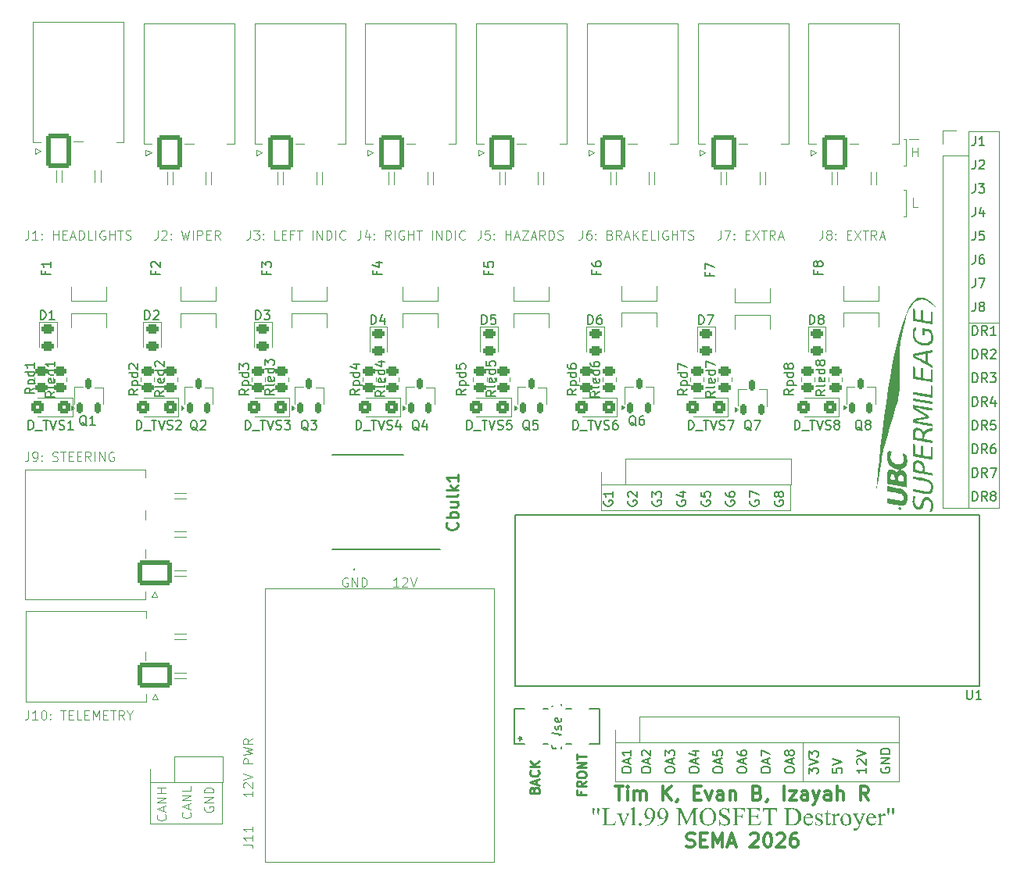
<source format=gto>
G04 #@! TF.GenerationSoftware,KiCad,Pcbnew,9.0.5*
G04 #@! TF.CreationDate,2025-10-24T01:36:13-07:00*
G04 #@! TF.ProjectId,New CAN Accessories board,4e657720-4341-44e2-9041-63636573736f,rev?*
G04 #@! TF.SameCoordinates,Original*
G04 #@! TF.FileFunction,Legend,Top*
G04 #@! TF.FilePolarity,Positive*
%FSLAX46Y46*%
G04 Gerber Fmt 4.6, Leading zero omitted, Abs format (unit mm)*
G04 Created by KiCad (PCBNEW 9.0.5) date 2025-10-24 01:36:13*
%MOMM*%
%LPD*%
G01*
G04 APERTURE LIST*
G04 Aperture macros list*
%AMRoundRect*
0 Rectangle with rounded corners*
0 $1 Rounding radius*
0 $2 $3 $4 $5 $6 $7 $8 $9 X,Y pos of 4 corners*
0 Add a 4 corners polygon primitive as box body*
4,1,4,$2,$3,$4,$5,$6,$7,$8,$9,$2,$3,0*
0 Add four circle primitives for the rounded corners*
1,1,$1+$1,$2,$3*
1,1,$1+$1,$4,$5*
1,1,$1+$1,$6,$7*
1,1,$1+$1,$8,$9*
0 Add four rect primitives between the rounded corners*
20,1,$1+$1,$2,$3,$4,$5,0*
20,1,$1+$1,$4,$5,$6,$7,0*
20,1,$1+$1,$6,$7,$8,$9,0*
20,1,$1+$1,$8,$9,$2,$3,0*%
G04 Aperture macros list end*
%ADD10C,0.100000*%
%ADD11C,0.300000*%
%ADD12C,0.250000*%
%ADD13C,0.150000*%
%ADD14C,0.254000*%
%ADD15C,0.120000*%
%ADD16C,0.127000*%
%ADD17C,0.200000*%
%ADD18C,0.152400*%
%ADD19C,0.000000*%
%ADD20R,1.700000X1.700000*%
%ADD21R,1.700000X2.660000*%
%ADD22RoundRect,0.162500X0.162500X-0.447500X0.162500X0.447500X-0.162500X0.447500X-0.162500X-0.447500X0*%
%ADD23RoundRect,0.243750X-0.456250X0.243750X-0.456250X-0.243750X0.456250X-0.243750X0.456250X0.243750X0*%
%ADD24C,3.000000*%
%ADD25RoundRect,0.250001X-1.099999X-1.599999X1.099999X-1.599999X1.099999X1.599999X-1.099999X1.599999X0*%
%ADD26O,2.700000X3.700000*%
%ADD27RoundRect,0.250000X0.450000X-0.262500X0.450000X0.262500X-0.450000X0.262500X-0.450000X-0.262500X0*%
%ADD28C,1.700000*%
%ADD29RoundRect,0.250000X0.400000X0.450000X-0.400000X0.450000X-0.400000X-0.450000X0.400000X-0.450000X0*%
%ADD30C,1.530000*%
%ADD31R,1.530000X1.530000*%
%ADD32C,1.397000*%
%ADD33C,3.200000*%
%ADD34RoundRect,0.250001X1.599999X-1.099999X1.599999X1.099999X-1.599999X1.099999X-1.599999X-1.099999X0*%
%ADD35O,3.700000X2.700000*%
%ADD36C,3.300000*%
%ADD37C,2.550000*%
%ADD38R,4.500000X2.300000*%
G04 APERTURE END LIST*
D10*
X113000000Y-29000000D02*
X112000000Y-29000000D01*
X76589598Y-38872419D02*
X76589598Y-39586704D01*
X76589598Y-39586704D02*
X76541979Y-39729561D01*
X76541979Y-39729561D02*
X76446741Y-39824800D01*
X76446741Y-39824800D02*
X76303884Y-39872419D01*
X76303884Y-39872419D02*
X76208646Y-39872419D01*
X77494360Y-38872419D02*
X77303884Y-38872419D01*
X77303884Y-38872419D02*
X77208646Y-38920038D01*
X77208646Y-38920038D02*
X77161027Y-38967657D01*
X77161027Y-38967657D02*
X77065789Y-39110514D01*
X77065789Y-39110514D02*
X77018170Y-39300990D01*
X77018170Y-39300990D02*
X77018170Y-39681942D01*
X77018170Y-39681942D02*
X77065789Y-39777180D01*
X77065789Y-39777180D02*
X77113408Y-39824800D01*
X77113408Y-39824800D02*
X77208646Y-39872419D01*
X77208646Y-39872419D02*
X77399122Y-39872419D01*
X77399122Y-39872419D02*
X77494360Y-39824800D01*
X77494360Y-39824800D02*
X77541979Y-39777180D01*
X77541979Y-39777180D02*
X77589598Y-39681942D01*
X77589598Y-39681942D02*
X77589598Y-39443847D01*
X77589598Y-39443847D02*
X77541979Y-39348609D01*
X77541979Y-39348609D02*
X77494360Y-39300990D01*
X77494360Y-39300990D02*
X77399122Y-39253371D01*
X77399122Y-39253371D02*
X77208646Y-39253371D01*
X77208646Y-39253371D02*
X77113408Y-39300990D01*
X77113408Y-39300990D02*
X77065789Y-39348609D01*
X77065789Y-39348609D02*
X77018170Y-39443847D01*
X78018170Y-39777180D02*
X78065789Y-39824800D01*
X78065789Y-39824800D02*
X78018170Y-39872419D01*
X78018170Y-39872419D02*
X77970551Y-39824800D01*
X77970551Y-39824800D02*
X78018170Y-39777180D01*
X78018170Y-39777180D02*
X78018170Y-39872419D01*
X78018170Y-39253371D02*
X78065789Y-39300990D01*
X78065789Y-39300990D02*
X78018170Y-39348609D01*
X78018170Y-39348609D02*
X77970551Y-39300990D01*
X77970551Y-39300990D02*
X78018170Y-39253371D01*
X78018170Y-39253371D02*
X78018170Y-39348609D01*
X79589598Y-39348609D02*
X79732455Y-39396228D01*
X79732455Y-39396228D02*
X79780074Y-39443847D01*
X79780074Y-39443847D02*
X79827693Y-39539085D01*
X79827693Y-39539085D02*
X79827693Y-39681942D01*
X79827693Y-39681942D02*
X79780074Y-39777180D01*
X79780074Y-39777180D02*
X79732455Y-39824800D01*
X79732455Y-39824800D02*
X79637217Y-39872419D01*
X79637217Y-39872419D02*
X79256265Y-39872419D01*
X79256265Y-39872419D02*
X79256265Y-38872419D01*
X79256265Y-38872419D02*
X79589598Y-38872419D01*
X79589598Y-38872419D02*
X79684836Y-38920038D01*
X79684836Y-38920038D02*
X79732455Y-38967657D01*
X79732455Y-38967657D02*
X79780074Y-39062895D01*
X79780074Y-39062895D02*
X79780074Y-39158133D01*
X79780074Y-39158133D02*
X79732455Y-39253371D01*
X79732455Y-39253371D02*
X79684836Y-39300990D01*
X79684836Y-39300990D02*
X79589598Y-39348609D01*
X79589598Y-39348609D02*
X79256265Y-39348609D01*
X80827693Y-39872419D02*
X80494360Y-39396228D01*
X80256265Y-39872419D02*
X80256265Y-38872419D01*
X80256265Y-38872419D02*
X80637217Y-38872419D01*
X80637217Y-38872419D02*
X80732455Y-38920038D01*
X80732455Y-38920038D02*
X80780074Y-38967657D01*
X80780074Y-38967657D02*
X80827693Y-39062895D01*
X80827693Y-39062895D02*
X80827693Y-39205752D01*
X80827693Y-39205752D02*
X80780074Y-39300990D01*
X80780074Y-39300990D02*
X80732455Y-39348609D01*
X80732455Y-39348609D02*
X80637217Y-39396228D01*
X80637217Y-39396228D02*
X80256265Y-39396228D01*
X81208646Y-39586704D02*
X81684836Y-39586704D01*
X81113408Y-39872419D02*
X81446741Y-38872419D01*
X81446741Y-38872419D02*
X81780074Y-39872419D01*
X82113408Y-39872419D02*
X82113408Y-38872419D01*
X82684836Y-39872419D02*
X82256265Y-39300990D01*
X82684836Y-38872419D02*
X82113408Y-39443847D01*
X83113408Y-39348609D02*
X83446741Y-39348609D01*
X83589598Y-39872419D02*
X83113408Y-39872419D01*
X83113408Y-39872419D02*
X83113408Y-38872419D01*
X83113408Y-38872419D02*
X83589598Y-38872419D01*
X84494360Y-39872419D02*
X84018170Y-39872419D01*
X84018170Y-39872419D02*
X84018170Y-38872419D01*
X84827694Y-39872419D02*
X84827694Y-38872419D01*
X85827693Y-38920038D02*
X85732455Y-38872419D01*
X85732455Y-38872419D02*
X85589598Y-38872419D01*
X85589598Y-38872419D02*
X85446741Y-38920038D01*
X85446741Y-38920038D02*
X85351503Y-39015276D01*
X85351503Y-39015276D02*
X85303884Y-39110514D01*
X85303884Y-39110514D02*
X85256265Y-39300990D01*
X85256265Y-39300990D02*
X85256265Y-39443847D01*
X85256265Y-39443847D02*
X85303884Y-39634323D01*
X85303884Y-39634323D02*
X85351503Y-39729561D01*
X85351503Y-39729561D02*
X85446741Y-39824800D01*
X85446741Y-39824800D02*
X85589598Y-39872419D01*
X85589598Y-39872419D02*
X85684836Y-39872419D01*
X85684836Y-39872419D02*
X85827693Y-39824800D01*
X85827693Y-39824800D02*
X85875312Y-39777180D01*
X85875312Y-39777180D02*
X85875312Y-39443847D01*
X85875312Y-39443847D02*
X85684836Y-39443847D01*
X86303884Y-39872419D02*
X86303884Y-38872419D01*
X86303884Y-39348609D02*
X86875312Y-39348609D01*
X86875312Y-39872419D02*
X86875312Y-38872419D01*
X87208646Y-38872419D02*
X87780074Y-38872419D01*
X87494360Y-39872419D02*
X87494360Y-38872419D01*
X88065789Y-39824800D02*
X88208646Y-39872419D01*
X88208646Y-39872419D02*
X88446741Y-39872419D01*
X88446741Y-39872419D02*
X88541979Y-39824800D01*
X88541979Y-39824800D02*
X88589598Y-39777180D01*
X88589598Y-39777180D02*
X88637217Y-39681942D01*
X88637217Y-39681942D02*
X88637217Y-39586704D01*
X88637217Y-39586704D02*
X88589598Y-39491466D01*
X88589598Y-39491466D02*
X88541979Y-39443847D01*
X88541979Y-39443847D02*
X88446741Y-39396228D01*
X88446741Y-39396228D02*
X88256265Y-39348609D01*
X88256265Y-39348609D02*
X88161027Y-39300990D01*
X88161027Y-39300990D02*
X88113408Y-39253371D01*
X88113408Y-39253371D02*
X88065789Y-39158133D01*
X88065789Y-39158133D02*
X88065789Y-39062895D01*
X88065789Y-39062895D02*
X88113408Y-38967657D01*
X88113408Y-38967657D02*
X88161027Y-38920038D01*
X88161027Y-38920038D02*
X88256265Y-38872419D01*
X88256265Y-38872419D02*
X88494360Y-38872419D01*
X88494360Y-38872419D02*
X88637217Y-38920038D01*
D11*
G36*
X78268658Y-102236315D02*
G01*
X78194897Y-101837710D01*
X78164855Y-101672480D01*
X78162046Y-101604336D01*
X78172780Y-101526154D01*
X78200270Y-101478673D01*
X78243884Y-101449341D01*
X78301509Y-101439106D01*
X78355637Y-101449146D01*
X78399084Y-101478673D01*
X78427823Y-101523791D01*
X78438040Y-101585163D01*
X78431853Y-101703182D01*
X78412151Y-101836367D01*
X78334237Y-102236315D01*
X78268658Y-102236315D01*
G37*
G36*
X77768571Y-102236315D02*
G01*
X77693466Y-101832215D01*
X77669174Y-101678608D01*
X77663424Y-101605680D01*
X77673684Y-101526099D01*
X77699572Y-101478673D01*
X77741272Y-101449350D01*
X77797269Y-101439106D01*
X77852728Y-101449348D01*
X77897042Y-101479406D01*
X77926282Y-101525168D01*
X77936610Y-101586506D01*
X77930296Y-101656525D01*
X77901195Y-101833558D01*
X77827311Y-102236315D01*
X77768571Y-102236315D01*
G37*
G36*
X80226753Y-102814682D02*
G01*
X80271816Y-102824329D01*
X80113424Y-103330523D01*
X78678864Y-103330523D01*
X78678864Y-103279720D01*
X78748473Y-103279720D01*
X78822787Y-103270276D01*
X78877083Y-103244528D01*
X78916512Y-103203272D01*
X78935816Y-103144868D01*
X78945211Y-103001161D01*
X78945211Y-101806203D01*
X78939117Y-101688400D01*
X78924862Y-101622193D01*
X78906987Y-101589071D01*
X78867623Y-101556794D01*
X78816057Y-101536413D01*
X78748473Y-101528987D01*
X78678864Y-101528987D01*
X78678864Y-101478185D01*
X79517716Y-101478185D01*
X79517716Y-101528987D01*
X79381515Y-101536623D01*
X79310720Y-101556342D01*
X79259089Y-101590238D01*
X79229387Y-101628883D01*
X79214803Y-101687669D01*
X79207527Y-101838077D01*
X79207527Y-103003237D01*
X79214307Y-103107653D01*
X79229387Y-103159186D01*
X79249939Y-103183851D01*
X79279945Y-103201562D01*
X79331403Y-103210400D01*
X79493047Y-103215240D01*
X79628358Y-103215240D01*
X79825529Y-103205453D01*
X79927555Y-103183366D01*
X80008292Y-103140314D01*
X80084604Y-103070404D01*
X80150436Y-102975232D01*
X80226753Y-102814682D01*
G37*
G36*
X80355713Y-102072183D02*
G01*
X80944583Y-102072183D01*
X80944583Y-102122986D01*
X80906359Y-102122986D01*
X80857575Y-102130104D01*
X80825026Y-102149120D01*
X80804307Y-102179079D01*
X80797060Y-102219218D01*
X80803493Y-102268777D01*
X80825758Y-102333279D01*
X81116774Y-103028760D01*
X81409132Y-102307145D01*
X81434105Y-102233937D01*
X81440518Y-102190275D01*
X81429649Y-102158767D01*
X81391303Y-102130557D01*
X81297025Y-102122986D01*
X81297025Y-102072183D01*
X81705521Y-102072183D01*
X81705521Y-102122986D01*
X81641052Y-102134298D01*
X81607213Y-102151807D01*
X81564586Y-102202374D01*
X81521118Y-102289315D01*
X81077084Y-103369601D01*
X81021153Y-103369601D01*
X80574310Y-102307145D01*
X80542550Y-102239027D01*
X80516913Y-102200655D01*
X80486413Y-102171294D01*
X80447304Y-102146311D01*
X80355713Y-102122986D01*
X80355713Y-102072183D01*
G37*
G36*
X82249328Y-101384395D02*
G01*
X82249328Y-103045857D01*
X82254800Y-103153553D01*
X82266425Y-103201807D01*
X82288223Y-103235552D01*
X82319059Y-103259936D01*
X82362574Y-103273578D01*
X82451561Y-103279720D01*
X82451561Y-103330523D01*
X81838145Y-103330523D01*
X81838145Y-103279720D01*
X81917016Y-103274220D01*
X81955504Y-103262012D01*
X81982896Y-103239170D01*
X82004719Y-103203150D01*
X82016931Y-103152673D01*
X82022548Y-103045857D01*
X82022548Y-101908174D01*
X82019236Y-101715872D01*
X82012901Y-101647689D01*
X81999251Y-101604248D01*
X81982248Y-101581377D01*
X81958786Y-101568204D01*
X81928271Y-101563548D01*
X81890963Y-101568306D01*
X81838145Y-101585407D01*
X81814820Y-101537536D01*
X82187901Y-101384395D01*
X82249328Y-101384395D01*
G37*
G36*
X82858958Y-103066374D02*
G01*
X82918273Y-103077573D01*
X82966913Y-103110826D01*
X82999675Y-103159727D01*
X83010633Y-103218049D01*
X82999524Y-103276229D01*
X82966181Y-103325271D01*
X82917232Y-103358510D01*
X82858958Y-103369601D01*
X82800663Y-103358514D01*
X82751613Y-103325271D01*
X82718365Y-103276239D01*
X82707283Y-103218049D01*
X82718455Y-103158724D01*
X82751613Y-103110093D01*
X82800616Y-103077328D01*
X82858958Y-103066374D01*
G37*
G36*
X84006789Y-101450735D02*
G01*
X84106890Y-101485043D01*
X84200110Y-101542834D01*
X84288023Y-101627051D01*
X84374362Y-101748580D01*
X84436289Y-101883098D01*
X84474376Y-102033056D01*
X84487569Y-102201632D01*
X84477997Y-102353635D01*
X84449610Y-102499152D01*
X84402438Y-102639444D01*
X84335895Y-102775603D01*
X84253169Y-102902328D01*
X84155838Y-103017786D01*
X84043090Y-103122694D01*
X83913721Y-103217438D01*
X83800396Y-103281001D01*
X83683465Y-103325817D01*
X83561822Y-103352715D01*
X83434150Y-103361786D01*
X83356236Y-103361786D01*
X83356236Y-103305121D01*
X83472752Y-103294730D01*
X83582538Y-103267554D01*
X83686941Y-103223544D01*
X83782046Y-103162277D01*
X83880343Y-103072248D01*
X83982719Y-102947550D01*
X84068312Y-102811515D01*
X84134412Y-102666927D01*
X84181533Y-102512553D01*
X84033635Y-102593463D01*
X83905717Y-102637116D01*
X83793431Y-102650550D01*
X83699109Y-102641128D01*
X83613093Y-102613434D01*
X83533402Y-102567111D01*
X83458696Y-102500219D01*
X83399240Y-102421330D01*
X83355968Y-102330113D01*
X83328892Y-102224230D01*
X83319356Y-102100638D01*
X83328274Y-101981444D01*
X83333187Y-101960686D01*
X83562622Y-101960686D01*
X83571395Y-102105634D01*
X83595830Y-102226090D01*
X83633785Y-102326021D01*
X83684132Y-102408750D01*
X83749914Y-102475141D01*
X83821793Y-102512875D01*
X83902730Y-102525498D01*
X83967787Y-102518761D01*
X84051718Y-102495700D01*
X84133309Y-102459327D01*
X84203393Y-102411437D01*
X84222574Y-102243517D01*
X84227939Y-102129092D01*
X84217210Y-101995525D01*
X84182876Y-101844671D01*
X84146449Y-101745862D01*
X84103631Y-101669041D01*
X84055137Y-101610442D01*
X83996161Y-101564383D01*
X83934138Y-101537838D01*
X83867192Y-101528987D01*
X83791021Y-101540578D01*
X83720831Y-101575630D01*
X83654091Y-101637675D01*
X83606075Y-101715374D01*
X83574419Y-101820315D01*
X83562622Y-101960686D01*
X83333187Y-101960686D01*
X83354460Y-101870797D01*
X83397712Y-101767130D01*
X83458696Y-101669183D01*
X83551496Y-101566426D01*
X83653891Y-101495836D01*
X83767970Y-101453600D01*
X83897356Y-101439106D01*
X84006789Y-101450735D01*
G37*
G36*
X85405812Y-101450735D02*
G01*
X85505913Y-101485043D01*
X85599133Y-101542834D01*
X85687046Y-101627051D01*
X85773385Y-101748580D01*
X85835312Y-101883098D01*
X85873399Y-102033056D01*
X85886592Y-102201632D01*
X85877020Y-102353635D01*
X85848633Y-102499152D01*
X85801461Y-102639444D01*
X85734918Y-102775603D01*
X85652192Y-102902328D01*
X85554861Y-103017786D01*
X85442114Y-103122694D01*
X85312744Y-103217438D01*
X85199419Y-103281001D01*
X85082488Y-103325817D01*
X84960845Y-103352715D01*
X84833173Y-103361786D01*
X84755259Y-103361786D01*
X84755259Y-103305121D01*
X84871775Y-103294730D01*
X84981561Y-103267554D01*
X85085964Y-103223544D01*
X85181069Y-103162277D01*
X85279366Y-103072248D01*
X85381742Y-102947550D01*
X85467335Y-102811515D01*
X85533435Y-102666927D01*
X85580556Y-102512553D01*
X85432658Y-102593463D01*
X85304740Y-102637116D01*
X85192454Y-102650550D01*
X85098132Y-102641128D01*
X85012116Y-102613434D01*
X84932425Y-102567111D01*
X84857719Y-102500219D01*
X84798263Y-102421330D01*
X84754991Y-102330113D01*
X84727915Y-102224230D01*
X84718379Y-102100638D01*
X84727297Y-101981444D01*
X84732210Y-101960686D01*
X84961645Y-101960686D01*
X84970418Y-102105634D01*
X84994853Y-102226090D01*
X85032808Y-102326021D01*
X85083156Y-102408750D01*
X85148937Y-102475141D01*
X85220816Y-102512875D01*
X85301753Y-102525498D01*
X85366810Y-102518761D01*
X85450741Y-102495700D01*
X85532332Y-102459327D01*
X85602416Y-102411437D01*
X85621597Y-102243517D01*
X85626962Y-102129092D01*
X85616233Y-101995525D01*
X85581899Y-101844671D01*
X85545472Y-101745862D01*
X85502654Y-101669041D01*
X85454160Y-101610442D01*
X85395184Y-101564383D01*
X85333161Y-101537838D01*
X85266216Y-101528987D01*
X85190044Y-101540578D01*
X85119854Y-101575630D01*
X85053114Y-101637675D01*
X85005098Y-101715374D01*
X84973442Y-101820315D01*
X84961645Y-101960686D01*
X84732210Y-101960686D01*
X84753483Y-101870797D01*
X84796735Y-101767130D01*
X84857719Y-101669183D01*
X84950519Y-101566426D01*
X85052914Y-101495836D01*
X85166993Y-101453600D01*
X85296380Y-101439106D01*
X85405812Y-101450735D01*
G37*
G36*
X87851160Y-103330523D02*
G01*
X87135284Y-101771887D01*
X87135284Y-103009343D01*
X87141193Y-103125435D01*
X87154973Y-103190242D01*
X87172165Y-103222323D01*
X87209778Y-103252750D01*
X87261500Y-103272412D01*
X87332022Y-103279720D01*
X87397601Y-103279720D01*
X87397601Y-103330523D01*
X86752677Y-103330523D01*
X86752677Y-103279720D01*
X86818257Y-103279720D01*
X86893116Y-103270764D01*
X86946834Y-103246639D01*
X86984952Y-103208645D01*
X87005211Y-103150544D01*
X87014994Y-103009343D01*
X87014994Y-101799120D01*
X87006867Y-101685226D01*
X86987761Y-101621555D01*
X86961791Y-101586395D01*
X86917297Y-101555365D01*
X86857836Y-101536650D01*
X86752677Y-101528743D01*
X86752677Y-101478185D01*
X87277311Y-101478185D01*
X87949590Y-102927522D01*
X88610755Y-101478185D01*
X89135389Y-101478185D01*
X89135389Y-101528987D01*
X89071275Y-101528987D01*
X88995487Y-101537966D01*
X88941380Y-101562086D01*
X88903236Y-101599940D01*
X88882888Y-101658157D01*
X88873072Y-101799364D01*
X88873072Y-103009343D01*
X88879195Y-103125276D01*
X88893495Y-103190110D01*
X88911418Y-103222323D01*
X88949032Y-103252750D01*
X89000754Y-103272412D01*
X89071275Y-103279720D01*
X89135389Y-103279720D01*
X89135389Y-103330523D01*
X88348438Y-103330523D01*
X88348438Y-103279720D01*
X88414017Y-103279720D01*
X88489751Y-103270694D01*
X88543346Y-103246523D01*
X88580713Y-103208645D01*
X88600972Y-103150544D01*
X88610755Y-103009343D01*
X88610755Y-101771887D01*
X87896223Y-103330523D01*
X87851160Y-103330523D01*
G37*
G36*
X90359600Y-101450072D02*
G01*
X90490786Y-101482356D01*
X90614314Y-101535888D01*
X90731702Y-101611736D01*
X90843989Y-101712047D01*
X90938926Y-101826299D01*
X91012160Y-101949950D01*
X91064875Y-102084373D01*
X91097236Y-102231451D01*
X91108382Y-102393485D01*
X91097077Y-102560732D01*
X91064313Y-102712016D01*
X91011068Y-102849742D01*
X90937293Y-102975884D01*
X90841913Y-103091897D01*
X90728939Y-103193334D01*
X90609353Y-103270412D01*
X90482015Y-103325109D01*
X90345259Y-103358279D01*
X90196990Y-103369601D01*
X90046490Y-103358401D01*
X89908938Y-103325734D01*
X89782132Y-103272150D01*
X89664312Y-103197054D01*
X89554265Y-103098736D01*
X89461908Y-102985899D01*
X89389974Y-102861281D01*
X89337680Y-102723228D01*
X89305273Y-102569529D01*
X89294024Y-102397515D01*
X89294301Y-102393729D01*
X89606777Y-102393729D01*
X89615950Y-102580264D01*
X89641725Y-102739552D01*
X89681963Y-102875312D01*
X89735224Y-102990826D01*
X89800828Y-103088844D01*
X89881900Y-103170276D01*
X89972942Y-103227252D01*
X90076005Y-103261866D01*
X90194303Y-103273858D01*
X90320227Y-103260950D01*
X90432167Y-103223364D01*
X90533225Y-103160951D01*
X90625392Y-103071137D01*
X90693892Y-102966985D01*
X90747101Y-102831060D01*
X90782458Y-102655727D01*
X90795507Y-102431831D01*
X90786330Y-102233983D01*
X90760835Y-102068921D01*
X90721584Y-101931890D01*
X90670404Y-101818681D01*
X90608295Y-101725725D01*
X90526696Y-101645351D01*
X90432198Y-101588269D01*
X90322237Y-101553060D01*
X90192960Y-101540711D01*
X90072369Y-101552691D01*
X89967675Y-101587193D01*
X89875593Y-101643795D01*
X89793989Y-101724382D01*
X89717126Y-101841972D01*
X89658657Y-101988427D01*
X89620593Y-102169879D01*
X89606777Y-102393729D01*
X89294301Y-102393729D01*
X89306743Y-102223442D01*
X89343535Y-102067234D01*
X89403346Y-101926010D01*
X89486478Y-101797477D01*
X89594565Y-101680051D01*
X89703779Y-101592811D01*
X89819553Y-101525925D01*
X89942964Y-101478140D01*
X90075472Y-101449048D01*
X90218850Y-101439106D01*
X90359600Y-101450072D01*
G37*
G36*
X92498857Y-101439106D02*
G01*
X92498857Y-102079999D01*
X92448299Y-102079999D01*
X92425827Y-101957573D01*
X92395941Y-101860757D01*
X92360127Y-101785198D01*
X92312148Y-101717521D01*
X92252254Y-101659692D01*
X92179143Y-101611053D01*
X92098885Y-101574864D01*
X92018188Y-101553619D01*
X91935999Y-101546573D01*
X91844652Y-101556670D01*
X91767321Y-101585595D01*
X91700915Y-101633157D01*
X91648106Y-101695378D01*
X91618053Y-101760290D01*
X91608103Y-101830017D01*
X91622508Y-101909941D01*
X91666844Y-101983890D01*
X91731783Y-102045803D01*
X91857031Y-102133890D01*
X92069844Y-102256465D01*
X92307099Y-102390673D01*
X92424363Y-102469689D01*
X92508984Y-102551279D01*
X92570542Y-102644811D01*
X92609085Y-102748280D01*
X92621833Y-102855959D01*
X92611653Y-102957127D01*
X92581660Y-103049853D01*
X92531362Y-103136233D01*
X92458557Y-103217682D01*
X92372773Y-103283105D01*
X92275704Y-103330228D01*
X92165211Y-103359412D01*
X92038459Y-103369601D01*
X91886784Y-103357756D01*
X91711174Y-103309640D01*
X91589211Y-103275256D01*
X91542524Y-103267996D01*
X91511229Y-103273204D01*
X91488546Y-103287780D01*
X91472920Y-103313820D01*
X91459115Y-103369601D01*
X91408557Y-103369601D01*
X91408557Y-102736524D01*
X91459115Y-102736524D01*
X91504364Y-102921409D01*
X91554736Y-103034378D01*
X91600342Y-103094832D01*
X91660829Y-103149522D01*
X91738529Y-103198631D01*
X91823080Y-103234808D01*
X91913059Y-103256658D01*
X92009761Y-103264088D01*
X92120230Y-103253133D01*
X92208557Y-103222649D01*
X92279527Y-103174207D01*
X92335571Y-103109186D01*
X92367861Y-103039175D01*
X92378689Y-102961716D01*
X92369634Y-102894612D01*
X92341076Y-102824207D01*
X92294747Y-102758991D01*
X92224206Y-102694758D01*
X92147631Y-102644701D01*
X91933190Y-102521224D01*
X91714450Y-102392116D01*
X91595036Y-102309343D01*
X91505223Y-102224489D01*
X91442751Y-102135076D01*
X91403992Y-102035612D01*
X91390849Y-101925271D01*
X91400414Y-101829308D01*
X91428568Y-101741461D01*
X91475722Y-101659753D01*
X91543867Y-101582843D01*
X91624388Y-101520701D01*
X91714748Y-101476143D01*
X91816840Y-101448667D01*
X91933190Y-101439106D01*
X92030227Y-101446837D01*
X92134026Y-101470975D01*
X92246065Y-101513478D01*
X92318002Y-101541846D01*
X92354021Y-101548527D01*
X92386770Y-101542911D01*
X92412029Y-101526789D01*
X92430513Y-101498370D01*
X92448299Y-101439106D01*
X92498857Y-101439106D01*
G37*
G36*
X93343815Y-101579790D02*
G01*
X93343815Y-102306656D01*
X93681236Y-102306656D01*
X93757164Y-102300049D01*
X93812141Y-102282535D01*
X93851352Y-102256220D01*
X93879822Y-102218269D01*
X93904504Y-102155127D01*
X93923037Y-102056552D01*
X93973595Y-102056552D01*
X93973595Y-102681813D01*
X93923037Y-102681813D01*
X93914140Y-102580793D01*
X93895071Y-102522079D01*
X93862991Y-102477072D01*
X93821310Y-102445509D01*
X93767794Y-102427336D01*
X93681236Y-102419985D01*
X93343815Y-102419985D01*
X93343815Y-103002260D01*
X93349512Y-103131189D01*
X93361523Y-103188129D01*
X93381570Y-103218727D01*
X93418920Y-103246869D01*
X93480711Y-103271594D01*
X93544583Y-103279720D01*
X93611505Y-103279720D01*
X93611505Y-103330523D01*
X92816373Y-103330523D01*
X92816373Y-103279720D01*
X92881952Y-103279720D01*
X92955372Y-103271326D01*
X93009294Y-103248583D01*
X93048647Y-103212797D01*
X93070706Y-103153091D01*
X93081498Y-103002504D01*
X93081498Y-101806203D01*
X93075763Y-101677385D01*
X93063668Y-101620456D01*
X93043857Y-101589840D01*
X93007615Y-101561716D01*
X92946792Y-101537160D01*
X92881952Y-101528987D01*
X92816373Y-101528987D01*
X92816373Y-101478185D01*
X94194879Y-101478185D01*
X94212709Y-101884605D01*
X94164837Y-101884605D01*
X94123314Y-101765545D01*
X94082161Y-101694828D01*
X94029313Y-101642406D01*
X93966024Y-101607023D01*
X93887435Y-101587852D01*
X93752311Y-101579790D01*
X93343815Y-101579790D01*
G37*
G36*
X94911366Y-101579790D02*
G01*
X94911366Y-102314472D01*
X95318518Y-102314472D01*
X95424348Y-102307366D01*
X95490905Y-102289821D01*
X95530277Y-102265868D01*
X95567691Y-102218029D01*
X95595080Y-102145969D01*
X95609534Y-102040920D01*
X95660092Y-102040920D01*
X95660092Y-102689629D01*
X95609534Y-102689629D01*
X95587653Y-102567772D01*
X95571310Y-102517682D01*
X95539576Y-102476092D01*
X95490587Y-102443188D01*
X95426652Y-102424029D01*
X95318518Y-102416077D01*
X94911366Y-102416077D01*
X94911366Y-103022654D01*
X94915126Y-103133234D01*
X94922234Y-103171276D01*
X94937081Y-103194708D01*
X94960580Y-103213286D01*
X94994317Y-103224044D01*
X95064384Y-103228917D01*
X95378602Y-103228917D01*
X95524990Y-103222424D01*
X95606725Y-103207302D01*
X95674647Y-103176315D01*
X95743379Y-103122183D01*
X95823743Y-103024820D01*
X95916913Y-102869392D01*
X95971624Y-102869392D01*
X95811767Y-103330523D01*
X94384045Y-103330523D01*
X94384045Y-103279720D01*
X94449624Y-103279720D01*
X94513376Y-103271903D01*
X94573944Y-103248335D01*
X94610837Y-103220793D01*
X94633295Y-103182756D01*
X94643988Y-103127711D01*
X94649049Y-103003848D01*
X94649049Y-101800707D01*
X94643261Y-101680573D01*
X94629900Y-101614953D01*
X94613511Y-101583576D01*
X94576904Y-101555055D01*
X94524181Y-101536153D01*
X94449624Y-101528987D01*
X94384045Y-101528987D01*
X94384045Y-101478185D01*
X95811767Y-101478185D01*
X95832283Y-101884605D01*
X95778916Y-101884605D01*
X95745251Y-101750673D01*
X95715413Y-101683715D01*
X95673082Y-101636215D01*
X95612220Y-101600306D01*
X95547174Y-101586116D01*
X95419635Y-101579790D01*
X94911366Y-101579790D01*
G37*
G36*
X97655312Y-101478185D02*
G01*
X97675828Y-101915868D01*
X97623927Y-101915868D01*
X97604171Y-101808428D01*
X97582894Y-101749783D01*
X97532629Y-101679176D01*
X97470176Y-101631569D01*
X97393062Y-101603913D01*
X97285040Y-101593467D01*
X97024188Y-101593467D01*
X97024188Y-103009099D01*
X97030095Y-103125273D01*
X97043875Y-103190168D01*
X97061069Y-103222323D01*
X97099461Y-103252862D01*
X97151301Y-103272477D01*
X97220926Y-103279720D01*
X97285040Y-103279720D01*
X97285040Y-103330523D01*
X96499555Y-103330523D01*
X96499555Y-103279720D01*
X96565134Y-103279720D01*
X96639910Y-103270767D01*
X96693592Y-103246646D01*
X96731708Y-103208645D01*
X96752053Y-103150414D01*
X96761871Y-103009099D01*
X96761871Y-101593467D01*
X96539122Y-101593467D01*
X96418744Y-101599382D01*
X96354719Y-101612885D01*
X96290123Y-101650149D01*
X96233086Y-101713879D01*
X96194162Y-101797215D01*
X96173002Y-101915868D01*
X96121100Y-101915868D01*
X96142960Y-101478185D01*
X97655312Y-101478185D01*
G37*
G36*
X99474944Y-101490897D02*
G01*
X99680453Y-101524303D01*
X99828585Y-101572462D01*
X99930686Y-101626867D01*
X100022222Y-101696549D01*
X100104180Y-101782564D01*
X100176997Y-101886681D01*
X100233838Y-101998816D01*
X100274943Y-102119911D01*
X100300204Y-102251367D01*
X100308888Y-102394828D01*
X100298896Y-102548810D01*
X100269920Y-102688526D01*
X100222852Y-102816045D01*
X100157743Y-102933092D01*
X100073804Y-103040973D01*
X99964030Y-103140267D01*
X99832829Y-103219580D01*
X99676718Y-103278984D01*
X99491104Y-103316966D01*
X99270490Y-103330523D01*
X98442629Y-103330523D01*
X98442629Y-103279720D01*
X98512238Y-103279720D01*
X98586630Y-103270373D01*
X98640406Y-103245020D01*
X98678934Y-103204615D01*
X98699226Y-103145094D01*
X98708975Y-103002504D01*
X98708975Y-101806203D01*
X98702882Y-101688400D01*
X98688627Y-101622193D01*
X98687888Y-101620823D01*
X98971292Y-101620823D01*
X98971292Y-103197654D01*
X99138640Y-103226475D01*
X99262308Y-103234779D01*
X99416644Y-103220366D01*
X99553600Y-103178577D01*
X99676672Y-103109822D01*
X99788285Y-103012152D01*
X99877092Y-102895294D01*
X99942041Y-102758451D01*
X99982898Y-102597772D01*
X99997356Y-102408262D01*
X99987968Y-102252888D01*
X99961238Y-102117273D01*
X99918721Y-101998606D01*
X99861126Y-101894512D01*
X99788285Y-101803150D01*
X99676841Y-101706609D01*
X99552185Y-101638169D01*
X99411650Y-101596277D01*
X99251439Y-101581744D01*
X99124991Y-101590817D01*
X98971292Y-101620823D01*
X98687888Y-101620823D01*
X98670751Y-101589071D01*
X98631388Y-101556794D01*
X98579822Y-101536413D01*
X98512238Y-101528987D01*
X98442629Y-101528987D01*
X98442629Y-101478185D01*
X99196728Y-101478185D01*
X99474944Y-101490897D01*
G37*
G36*
X101199858Y-102050051D02*
G01*
X101290303Y-102076368D01*
X101370634Y-102119319D01*
X101442541Y-102179772D01*
X101500433Y-102252916D01*
X101542410Y-102337556D01*
X101568623Y-102435903D01*
X101577852Y-102550899D01*
X100712988Y-102550899D01*
X100722029Y-102690719D01*
X100748687Y-102807790D01*
X100790967Y-102905967D01*
X100848176Y-102988338D01*
X100922205Y-103059839D01*
X100999462Y-103108526D01*
X101081196Y-103137198D01*
X101169356Y-103146852D01*
X101248978Y-103139034D01*
X101319582Y-103116333D01*
X101383068Y-103078830D01*
X101436377Y-103027598D01*
X101487346Y-102952124D01*
X101535476Y-102845945D01*
X101577852Y-102873422D01*
X101547062Y-102993515D01*
X101492181Y-103106904D01*
X101411156Y-103215362D01*
X101336986Y-103283445D01*
X101255810Y-103331004D01*
X101166068Y-103359731D01*
X101065430Y-103369601D01*
X100956725Y-103358617D01*
X100857567Y-103326316D01*
X100765644Y-103272223D01*
X100679405Y-103193991D01*
X100611247Y-103102043D01*
X100561378Y-102994754D01*
X100530022Y-102869202D01*
X100518937Y-102721625D01*
X100530553Y-102560970D01*
X100552440Y-102470788D01*
X100712988Y-102470788D01*
X101292210Y-102470788D01*
X101280078Y-102359421D01*
X101263511Y-102301039D01*
X101220790Y-102232259D01*
X101161784Y-102180505D01*
X101091819Y-102147382D01*
X101020368Y-102136663D01*
X100948317Y-102146237D01*
X100881375Y-102174988D01*
X100817524Y-102224957D01*
X100767637Y-102288935D01*
X100732466Y-102369521D01*
X100712988Y-102470788D01*
X100552440Y-102470788D01*
X100563109Y-102426826D01*
X100614321Y-102314603D01*
X100683557Y-102220683D01*
X100771767Y-102141572D01*
X100868664Y-102086099D01*
X100976132Y-102052490D01*
X101096938Y-102040920D01*
X101199858Y-102050051D01*
G37*
G36*
X102554091Y-102040920D02*
G01*
X102554091Y-102470788D01*
X102509028Y-102470788D01*
X102466202Y-102337241D01*
X102421343Y-102249035D01*
X102375793Y-102194305D01*
X102317831Y-102154204D01*
X102249756Y-102129645D01*
X102168798Y-102121032D01*
X102080323Y-102134394D01*
X102014436Y-102171712D01*
X101969493Y-102226834D01*
X101955696Y-102283942D01*
X101966878Y-102355893D01*
X101999415Y-102415345D01*
X102055649Y-102467570D01*
X102171606Y-102534535D01*
X102371031Y-102631744D01*
X102479625Y-102695505D01*
X102556699Y-102762484D01*
X102608258Y-102832757D01*
X102638284Y-102907510D01*
X102648368Y-102988949D01*
X102640002Y-103071821D01*
X102615847Y-103144090D01*
X102576089Y-103207987D01*
X102519286Y-103264943D01*
X102428809Y-103323587D01*
X102333273Y-103358025D01*
X102230347Y-103369601D01*
X102112456Y-103359138D01*
X101968030Y-103324294D01*
X101894146Y-103310617D01*
X101866996Y-103318923D01*
X101845054Y-103346154D01*
X101799991Y-103346154D01*
X101799991Y-102900655D01*
X101845054Y-102900655D01*
X101880591Y-103024761D01*
X101929730Y-103119916D01*
X101991233Y-103191670D01*
X102067593Y-103246856D01*
X102147464Y-103278824D01*
X102233033Y-103289490D01*
X102293700Y-103282943D01*
X102344172Y-103264346D01*
X102386662Y-103234047D01*
X102431425Y-103172599D01*
X102446135Y-103100568D01*
X102438619Y-103040353D01*
X102416721Y-102988095D01*
X102379823Y-102941810D01*
X102294885Y-102877816D01*
X102115553Y-102778900D01*
X101984707Y-102706682D01*
X101902666Y-102648142D01*
X101855922Y-102600847D01*
X101822528Y-102545890D01*
X101801806Y-102481015D01*
X101794495Y-102403743D01*
X101806568Y-102305028D01*
X101841611Y-102219864D01*
X101900375Y-102144968D01*
X101976548Y-102087891D01*
X102066531Y-102053113D01*
X102174293Y-102040920D01*
X102251212Y-102047962D01*
X102353201Y-102072305D01*
X102446135Y-102092822D01*
X102480329Y-102083296D01*
X102509028Y-102040920D01*
X102554091Y-102040920D01*
G37*
G36*
X103197060Y-101657947D02*
G01*
X103197060Y-102072183D01*
X103489419Y-102072183D01*
X103489419Y-102167927D01*
X103197060Y-102167927D01*
X103197060Y-102984308D01*
X103207733Y-103095279D01*
X103231865Y-103149172D01*
X103271680Y-103181154D01*
X103321380Y-103191793D01*
X103365117Y-103185008D01*
X103408818Y-103163827D01*
X103445763Y-103129913D01*
X103474398Y-103081151D01*
X103527643Y-103081151D01*
X103489567Y-103166899D01*
X103444407Y-103233788D01*
X103392454Y-103284849D01*
X103331463Y-103324317D01*
X103271806Y-103346694D01*
X103212081Y-103353970D01*
X103150659Y-103345425D01*
X103089105Y-103318921D01*
X103037013Y-103276344D01*
X103000322Y-103218293D01*
X102980079Y-103143605D01*
X102971624Y-103016426D01*
X102971624Y-102167927D01*
X102773543Y-102167927D01*
X102773543Y-102122742D01*
X102846762Y-102083798D01*
X102927172Y-102020282D01*
X103000761Y-101942310D01*
X103067245Y-101849068D01*
X103154684Y-101657947D01*
X103197060Y-101657947D01*
G37*
G36*
X103977416Y-102040920D02*
G01*
X103977416Y-102322410D01*
X104069131Y-102182985D01*
X104151871Y-102098635D01*
X104227648Y-102054518D01*
X104299938Y-102040920D01*
X104369454Y-102052646D01*
X104424136Y-102086472D01*
X104461404Y-102136396D01*
X104473351Y-102191984D01*
X104464383Y-102241258D01*
X104437814Y-102281988D01*
X104398739Y-102309740D01*
X104353183Y-102318869D01*
X104305685Y-102308482D01*
X104245839Y-102271730D01*
X104188577Y-102233521D01*
X104157789Y-102224591D01*
X104133911Y-102230579D01*
X104104544Y-102251946D01*
X104046611Y-102319482D01*
X103977416Y-102436472D01*
X103977416Y-103036454D01*
X103984922Y-103133423D01*
X104003428Y-103193624D01*
X104027066Y-103226554D01*
X104066198Y-103255174D01*
X104116991Y-103272744D01*
X104196013Y-103279720D01*
X104196013Y-103330523D01*
X103555242Y-103330523D01*
X103555242Y-103279720D01*
X103643702Y-103271076D01*
X103697391Y-103249678D01*
X103725802Y-103222246D01*
X103745141Y-103180069D01*
X103751980Y-103047567D01*
X103751980Y-102562623D01*
X103748818Y-102365112D01*
X103743065Y-102302504D01*
X103729779Y-102265187D01*
X103710336Y-102241688D01*
X103684057Y-102227490D01*
X103650863Y-102222515D01*
X103607711Y-102227248D01*
X103555242Y-102243031D01*
X103541564Y-102193938D01*
X103920019Y-102040920D01*
X103977416Y-102040920D01*
G37*
G36*
X105292837Y-102054930D02*
G01*
X105412422Y-102095359D01*
X105517933Y-102161910D01*
X105611767Y-102257075D01*
X105675931Y-102353261D01*
X105721251Y-102455086D01*
X105748627Y-102563877D01*
X105757946Y-102681325D01*
X105749319Y-102791881D01*
X105722909Y-102905035D01*
X105677346Y-103022044D01*
X105615129Y-103130025D01*
X105541279Y-103215732D01*
X105455329Y-103282040D01*
X105357909Y-103330522D01*
X105253560Y-103359681D01*
X105140378Y-103369601D01*
X105004249Y-103355046D01*
X104886349Y-103313035D01*
X104782680Y-103243644D01*
X104690849Y-103143799D01*
X104628982Y-103045203D01*
X104585346Y-102942023D01*
X104559072Y-102833069D01*
X104550165Y-102716862D01*
X104559378Y-102603788D01*
X104559561Y-102603045D01*
X104804300Y-102603045D01*
X104817204Y-102782893D01*
X104853989Y-102939074D01*
X104912866Y-103075411D01*
X104975872Y-103167300D01*
X105043622Y-103227538D01*
X105117128Y-103262211D01*
X105199119Y-103273858D01*
X105282213Y-103261713D01*
X105354036Y-103225978D01*
X105417716Y-103164315D01*
X105461148Y-103085668D01*
X105491798Y-102965341D01*
X105503811Y-102787937D01*
X105493512Y-102619136D01*
X105464753Y-102478087D01*
X105419942Y-102360349D01*
X105360319Y-102262204D01*
X105287980Y-102187865D01*
X105206754Y-102145218D01*
X105113023Y-102130802D01*
X105041873Y-102141153D01*
X104967454Y-102173910D01*
X104924093Y-102207655D01*
X104884700Y-102256882D01*
X104849363Y-102325219D01*
X104816694Y-102441962D01*
X104804300Y-102603045D01*
X104559561Y-102603045D01*
X104587411Y-102489966D01*
X104635528Y-102374068D01*
X104700577Y-102267487D01*
X104775345Y-102184660D01*
X104860232Y-102122375D01*
X104955836Y-102076814D01*
X105053750Y-102049908D01*
X105155399Y-102040920D01*
X105292837Y-102054930D01*
G37*
G36*
X105871275Y-102072183D02*
G01*
X106454649Y-102072183D01*
X106454649Y-102122986D01*
X106425950Y-102122986D01*
X106369707Y-102130417D01*
X106333749Y-102149730D01*
X106310720Y-102179736D01*
X106303096Y-102216165D01*
X106312438Y-102273294D01*
X106348159Y-102364054D01*
X106652852Y-102996765D01*
X106932876Y-102303726D01*
X106950422Y-102247289D01*
X106956079Y-102192839D01*
X106946554Y-102155837D01*
X106912360Y-102131901D01*
X106830417Y-102122986D01*
X106830417Y-102072183D01*
X107237569Y-102072183D01*
X107237569Y-102122986D01*
X107190430Y-102131918D01*
X107159656Y-102144968D01*
X107133184Y-102166289D01*
X107099572Y-102206517D01*
X107053044Y-102312030D01*
X106543553Y-103563897D01*
X106486417Y-103680222D01*
X106421831Y-103770614D01*
X106350113Y-103839158D01*
X106266917Y-103893308D01*
X106190940Y-103922992D01*
X106119914Y-103932337D01*
X106045207Y-103920408D01*
X105987412Y-103886419D01*
X105947967Y-103836171D01*
X105935511Y-103781273D01*
X105945135Y-103729465D01*
X105973002Y-103689804D01*
X106015947Y-103664361D01*
X106076195Y-103655121D01*
X106124605Y-103661490D01*
X106199171Y-103685285D01*
X106267559Y-103705680D01*
X106307638Y-103696233D01*
X106356952Y-103662815D01*
X106401049Y-103607713D01*
X106454649Y-103497218D01*
X106543553Y-103277644D01*
X106094024Y-102331203D01*
X106028445Y-102225690D01*
X105972391Y-102161332D01*
X105935543Y-102142414D01*
X105871275Y-102122986D01*
X105871275Y-102072183D01*
G37*
G36*
X108038658Y-102050051D02*
G01*
X108129102Y-102076368D01*
X108209434Y-102119319D01*
X108281341Y-102179772D01*
X108339233Y-102252916D01*
X108381210Y-102337556D01*
X108407423Y-102435903D01*
X108416652Y-102550899D01*
X107551788Y-102550899D01*
X107560828Y-102690719D01*
X107587487Y-102807790D01*
X107629767Y-102905967D01*
X107686976Y-102988338D01*
X107761005Y-103059839D01*
X107838262Y-103108526D01*
X107919996Y-103137198D01*
X108008156Y-103146852D01*
X108087777Y-103139034D01*
X108158381Y-103116333D01*
X108221868Y-103078830D01*
X108275177Y-103027598D01*
X108326146Y-102952124D01*
X108374276Y-102845945D01*
X108416652Y-102873422D01*
X108385861Y-102993515D01*
X108330981Y-103106904D01*
X108249956Y-103215362D01*
X108175786Y-103283445D01*
X108094609Y-103331004D01*
X108004867Y-103359731D01*
X107904230Y-103369601D01*
X107795524Y-103358617D01*
X107696367Y-103326316D01*
X107604444Y-103272223D01*
X107518204Y-103193991D01*
X107450047Y-103102043D01*
X107400178Y-102994754D01*
X107368822Y-102869202D01*
X107357737Y-102721625D01*
X107369353Y-102560970D01*
X107391240Y-102470788D01*
X107551788Y-102470788D01*
X108131010Y-102470788D01*
X108118877Y-102359421D01*
X108102311Y-102301039D01*
X108059590Y-102232259D01*
X108000584Y-102180505D01*
X107930619Y-102147382D01*
X107859167Y-102136663D01*
X107787116Y-102146237D01*
X107720175Y-102174988D01*
X107656324Y-102224957D01*
X107606437Y-102288935D01*
X107571266Y-102369521D01*
X107551788Y-102470788D01*
X107391240Y-102470788D01*
X107401909Y-102426826D01*
X107453121Y-102314603D01*
X107522356Y-102220683D01*
X107610567Y-102141572D01*
X107707464Y-102086099D01*
X107814932Y-102052490D01*
X107935738Y-102040920D01*
X108038658Y-102050051D01*
G37*
G36*
X108950200Y-102040920D02*
G01*
X108950200Y-102322410D01*
X109041915Y-102182985D01*
X109124656Y-102098635D01*
X109200432Y-102054518D01*
X109272723Y-102040920D01*
X109342238Y-102052646D01*
X109396920Y-102086472D01*
X109434188Y-102136396D01*
X109446135Y-102191984D01*
X109437167Y-102241258D01*
X109410598Y-102281988D01*
X109371523Y-102309740D01*
X109325968Y-102318869D01*
X109278469Y-102308482D01*
X109218623Y-102271730D01*
X109161362Y-102233521D01*
X109130574Y-102224591D01*
X109106695Y-102230579D01*
X109077329Y-102251946D01*
X109019395Y-102319482D01*
X108950200Y-102436472D01*
X108950200Y-103036454D01*
X108957706Y-103133423D01*
X108976212Y-103193624D01*
X108999851Y-103226554D01*
X109038982Y-103255174D01*
X109089775Y-103272744D01*
X109168798Y-103279720D01*
X109168798Y-103330523D01*
X108528026Y-103330523D01*
X108528026Y-103279720D01*
X108616486Y-103271076D01*
X108670176Y-103249678D01*
X108698586Y-103222246D01*
X108717925Y-103180069D01*
X108724764Y-103047567D01*
X108724764Y-102562623D01*
X108721602Y-102365112D01*
X108715849Y-102302504D01*
X108702563Y-102265187D01*
X108683121Y-102241688D01*
X108656841Y-102227490D01*
X108623647Y-102222515D01*
X108580495Y-102227248D01*
X108528026Y-102243031D01*
X108514349Y-102193938D01*
X108892803Y-102040920D01*
X108950200Y-102040920D01*
G37*
G36*
X110215622Y-102236315D02*
G01*
X110141861Y-101837710D01*
X110111819Y-101672480D01*
X110109010Y-101604336D01*
X110119745Y-101526154D01*
X110147234Y-101478673D01*
X110190848Y-101449341D01*
X110248473Y-101439106D01*
X110302602Y-101449146D01*
X110346048Y-101478673D01*
X110374787Y-101523791D01*
X110385005Y-101585163D01*
X110378817Y-101703182D01*
X110359115Y-101836367D01*
X110281202Y-102236315D01*
X110215622Y-102236315D01*
G37*
G36*
X109715535Y-102236315D02*
G01*
X109640430Y-101832215D01*
X109616138Y-101678608D01*
X109610389Y-101605680D01*
X109620649Y-101526099D01*
X109646537Y-101478673D01*
X109688236Y-101449350D01*
X109744234Y-101439106D01*
X109799692Y-101449348D01*
X109844007Y-101479406D01*
X109873247Y-101525168D01*
X109883574Y-101586506D01*
X109877261Y-101656525D01*
X109848159Y-101833558D01*
X109774276Y-102236315D01*
X109715535Y-102236315D01*
G37*
D10*
X34108330Y-101932248D02*
X34155950Y-101979867D01*
X34155950Y-101979867D02*
X34203569Y-102122724D01*
X34203569Y-102122724D02*
X34203569Y-102217962D01*
X34203569Y-102217962D02*
X34155950Y-102360819D01*
X34155950Y-102360819D02*
X34060711Y-102456057D01*
X34060711Y-102456057D02*
X33965473Y-102503676D01*
X33965473Y-102503676D02*
X33774997Y-102551295D01*
X33774997Y-102551295D02*
X33632140Y-102551295D01*
X33632140Y-102551295D02*
X33441664Y-102503676D01*
X33441664Y-102503676D02*
X33346426Y-102456057D01*
X33346426Y-102456057D02*
X33251188Y-102360819D01*
X33251188Y-102360819D02*
X33203569Y-102217962D01*
X33203569Y-102217962D02*
X33203569Y-102122724D01*
X33203569Y-102122724D02*
X33251188Y-101979867D01*
X33251188Y-101979867D02*
X33298807Y-101932248D01*
X33917854Y-101551295D02*
X33917854Y-101075105D01*
X34203569Y-101646533D02*
X33203569Y-101313200D01*
X33203569Y-101313200D02*
X34203569Y-100979867D01*
X34203569Y-100646533D02*
X33203569Y-100646533D01*
X33203569Y-100646533D02*
X34203569Y-100075105D01*
X34203569Y-100075105D02*
X33203569Y-100075105D01*
X34203569Y-99122724D02*
X34203569Y-99598914D01*
X34203569Y-99598914D02*
X33203569Y-99598914D01*
D11*
X87887396Y-105609400D02*
X88101682Y-105680828D01*
X88101682Y-105680828D02*
X88458824Y-105680828D01*
X88458824Y-105680828D02*
X88601682Y-105609400D01*
X88601682Y-105609400D02*
X88673110Y-105537971D01*
X88673110Y-105537971D02*
X88744539Y-105395114D01*
X88744539Y-105395114D02*
X88744539Y-105252257D01*
X88744539Y-105252257D02*
X88673110Y-105109400D01*
X88673110Y-105109400D02*
X88601682Y-105037971D01*
X88601682Y-105037971D02*
X88458824Y-104966542D01*
X88458824Y-104966542D02*
X88173110Y-104895114D01*
X88173110Y-104895114D02*
X88030253Y-104823685D01*
X88030253Y-104823685D02*
X87958824Y-104752257D01*
X87958824Y-104752257D02*
X87887396Y-104609400D01*
X87887396Y-104609400D02*
X87887396Y-104466542D01*
X87887396Y-104466542D02*
X87958824Y-104323685D01*
X87958824Y-104323685D02*
X88030253Y-104252257D01*
X88030253Y-104252257D02*
X88173110Y-104180828D01*
X88173110Y-104180828D02*
X88530253Y-104180828D01*
X88530253Y-104180828D02*
X88744539Y-104252257D01*
X89387395Y-104895114D02*
X89887395Y-104895114D01*
X90101681Y-105680828D02*
X89387395Y-105680828D01*
X89387395Y-105680828D02*
X89387395Y-104180828D01*
X89387395Y-104180828D02*
X90101681Y-104180828D01*
X90744538Y-105680828D02*
X90744538Y-104180828D01*
X90744538Y-104180828D02*
X91244538Y-105252257D01*
X91244538Y-105252257D02*
X91744538Y-104180828D01*
X91744538Y-104180828D02*
X91744538Y-105680828D01*
X92387396Y-105252257D02*
X93101682Y-105252257D01*
X92244539Y-105680828D02*
X92744539Y-104180828D01*
X92744539Y-104180828D02*
X93244539Y-105680828D01*
X94815967Y-104323685D02*
X94887395Y-104252257D01*
X94887395Y-104252257D02*
X95030253Y-104180828D01*
X95030253Y-104180828D02*
X95387395Y-104180828D01*
X95387395Y-104180828D02*
X95530253Y-104252257D01*
X95530253Y-104252257D02*
X95601681Y-104323685D01*
X95601681Y-104323685D02*
X95673110Y-104466542D01*
X95673110Y-104466542D02*
X95673110Y-104609400D01*
X95673110Y-104609400D02*
X95601681Y-104823685D01*
X95601681Y-104823685D02*
X94744538Y-105680828D01*
X94744538Y-105680828D02*
X95673110Y-105680828D01*
X96601681Y-104180828D02*
X96744538Y-104180828D01*
X96744538Y-104180828D02*
X96887395Y-104252257D01*
X96887395Y-104252257D02*
X96958824Y-104323685D01*
X96958824Y-104323685D02*
X97030252Y-104466542D01*
X97030252Y-104466542D02*
X97101681Y-104752257D01*
X97101681Y-104752257D02*
X97101681Y-105109400D01*
X97101681Y-105109400D02*
X97030252Y-105395114D01*
X97030252Y-105395114D02*
X96958824Y-105537971D01*
X96958824Y-105537971D02*
X96887395Y-105609400D01*
X96887395Y-105609400D02*
X96744538Y-105680828D01*
X96744538Y-105680828D02*
X96601681Y-105680828D01*
X96601681Y-105680828D02*
X96458824Y-105609400D01*
X96458824Y-105609400D02*
X96387395Y-105537971D01*
X96387395Y-105537971D02*
X96315966Y-105395114D01*
X96315966Y-105395114D02*
X96244538Y-105109400D01*
X96244538Y-105109400D02*
X96244538Y-104752257D01*
X96244538Y-104752257D02*
X96315966Y-104466542D01*
X96315966Y-104466542D02*
X96387395Y-104323685D01*
X96387395Y-104323685D02*
X96458824Y-104252257D01*
X96458824Y-104252257D02*
X96601681Y-104180828D01*
X97673109Y-104323685D02*
X97744537Y-104252257D01*
X97744537Y-104252257D02*
X97887395Y-104180828D01*
X97887395Y-104180828D02*
X98244537Y-104180828D01*
X98244537Y-104180828D02*
X98387395Y-104252257D01*
X98387395Y-104252257D02*
X98458823Y-104323685D01*
X98458823Y-104323685D02*
X98530252Y-104466542D01*
X98530252Y-104466542D02*
X98530252Y-104609400D01*
X98530252Y-104609400D02*
X98458823Y-104823685D01*
X98458823Y-104823685D02*
X97601680Y-105680828D01*
X97601680Y-105680828D02*
X98530252Y-105680828D01*
X99815966Y-104180828D02*
X99530251Y-104180828D01*
X99530251Y-104180828D02*
X99387394Y-104252257D01*
X99387394Y-104252257D02*
X99315966Y-104323685D01*
X99315966Y-104323685D02*
X99173108Y-104537971D01*
X99173108Y-104537971D02*
X99101680Y-104823685D01*
X99101680Y-104823685D02*
X99101680Y-105395114D01*
X99101680Y-105395114D02*
X99173108Y-105537971D01*
X99173108Y-105537971D02*
X99244537Y-105609400D01*
X99244537Y-105609400D02*
X99387394Y-105680828D01*
X99387394Y-105680828D02*
X99673108Y-105680828D01*
X99673108Y-105680828D02*
X99815966Y-105609400D01*
X99815966Y-105609400D02*
X99887394Y-105537971D01*
X99887394Y-105537971D02*
X99958823Y-105395114D01*
X99958823Y-105395114D02*
X99958823Y-105037971D01*
X99958823Y-105037971D02*
X99887394Y-104895114D01*
X99887394Y-104895114D02*
X99815966Y-104823685D01*
X99815966Y-104823685D02*
X99673108Y-104752257D01*
X99673108Y-104752257D02*
X99387394Y-104752257D01*
X99387394Y-104752257D02*
X99244537Y-104823685D01*
X99244537Y-104823685D02*
X99173108Y-104895114D01*
X99173108Y-104895114D02*
X99101680Y-105037971D01*
D10*
X16589598Y-38872419D02*
X16589598Y-39586704D01*
X16589598Y-39586704D02*
X16541979Y-39729561D01*
X16541979Y-39729561D02*
X16446741Y-39824800D01*
X16446741Y-39824800D02*
X16303884Y-39872419D01*
X16303884Y-39872419D02*
X16208646Y-39872419D01*
X17589598Y-39872419D02*
X17018170Y-39872419D01*
X17303884Y-39872419D02*
X17303884Y-38872419D01*
X17303884Y-38872419D02*
X17208646Y-39015276D01*
X17208646Y-39015276D02*
X17113408Y-39110514D01*
X17113408Y-39110514D02*
X17018170Y-39158133D01*
X18018170Y-39777180D02*
X18065789Y-39824800D01*
X18065789Y-39824800D02*
X18018170Y-39872419D01*
X18018170Y-39872419D02*
X17970551Y-39824800D01*
X17970551Y-39824800D02*
X18018170Y-39777180D01*
X18018170Y-39777180D02*
X18018170Y-39872419D01*
X18018170Y-39253371D02*
X18065789Y-39300990D01*
X18065789Y-39300990D02*
X18018170Y-39348609D01*
X18018170Y-39348609D02*
X17970551Y-39300990D01*
X17970551Y-39300990D02*
X18018170Y-39253371D01*
X18018170Y-39253371D02*
X18018170Y-39348609D01*
X19256265Y-39872419D02*
X19256265Y-38872419D01*
X19256265Y-39348609D02*
X19827693Y-39348609D01*
X19827693Y-39872419D02*
X19827693Y-38872419D01*
X20303884Y-39348609D02*
X20637217Y-39348609D01*
X20780074Y-39872419D02*
X20303884Y-39872419D01*
X20303884Y-39872419D02*
X20303884Y-38872419D01*
X20303884Y-38872419D02*
X20780074Y-38872419D01*
X21161027Y-39586704D02*
X21637217Y-39586704D01*
X21065789Y-39872419D02*
X21399122Y-38872419D01*
X21399122Y-38872419D02*
X21732455Y-39872419D01*
X22065789Y-39872419D02*
X22065789Y-38872419D01*
X22065789Y-38872419D02*
X22303884Y-38872419D01*
X22303884Y-38872419D02*
X22446741Y-38920038D01*
X22446741Y-38920038D02*
X22541979Y-39015276D01*
X22541979Y-39015276D02*
X22589598Y-39110514D01*
X22589598Y-39110514D02*
X22637217Y-39300990D01*
X22637217Y-39300990D02*
X22637217Y-39443847D01*
X22637217Y-39443847D02*
X22589598Y-39634323D01*
X22589598Y-39634323D02*
X22541979Y-39729561D01*
X22541979Y-39729561D02*
X22446741Y-39824800D01*
X22446741Y-39824800D02*
X22303884Y-39872419D01*
X22303884Y-39872419D02*
X22065789Y-39872419D01*
X23541979Y-39872419D02*
X23065789Y-39872419D01*
X23065789Y-39872419D02*
X23065789Y-38872419D01*
X23875313Y-39872419D02*
X23875313Y-38872419D01*
X24875312Y-38920038D02*
X24780074Y-38872419D01*
X24780074Y-38872419D02*
X24637217Y-38872419D01*
X24637217Y-38872419D02*
X24494360Y-38920038D01*
X24494360Y-38920038D02*
X24399122Y-39015276D01*
X24399122Y-39015276D02*
X24351503Y-39110514D01*
X24351503Y-39110514D02*
X24303884Y-39300990D01*
X24303884Y-39300990D02*
X24303884Y-39443847D01*
X24303884Y-39443847D02*
X24351503Y-39634323D01*
X24351503Y-39634323D02*
X24399122Y-39729561D01*
X24399122Y-39729561D02*
X24494360Y-39824800D01*
X24494360Y-39824800D02*
X24637217Y-39872419D01*
X24637217Y-39872419D02*
X24732455Y-39872419D01*
X24732455Y-39872419D02*
X24875312Y-39824800D01*
X24875312Y-39824800D02*
X24922931Y-39777180D01*
X24922931Y-39777180D02*
X24922931Y-39443847D01*
X24922931Y-39443847D02*
X24732455Y-39443847D01*
X25351503Y-39872419D02*
X25351503Y-38872419D01*
X25351503Y-39348609D02*
X25922931Y-39348609D01*
X25922931Y-39872419D02*
X25922931Y-38872419D01*
X26256265Y-38872419D02*
X26827693Y-38872419D01*
X26541979Y-39872419D02*
X26541979Y-38872419D01*
X27113408Y-39824800D02*
X27256265Y-39872419D01*
X27256265Y-39872419D02*
X27494360Y-39872419D01*
X27494360Y-39872419D02*
X27589598Y-39824800D01*
X27589598Y-39824800D02*
X27637217Y-39777180D01*
X27637217Y-39777180D02*
X27684836Y-39681942D01*
X27684836Y-39681942D02*
X27684836Y-39586704D01*
X27684836Y-39586704D02*
X27637217Y-39491466D01*
X27637217Y-39491466D02*
X27589598Y-39443847D01*
X27589598Y-39443847D02*
X27494360Y-39396228D01*
X27494360Y-39396228D02*
X27303884Y-39348609D01*
X27303884Y-39348609D02*
X27208646Y-39300990D01*
X27208646Y-39300990D02*
X27161027Y-39253371D01*
X27161027Y-39253371D02*
X27113408Y-39158133D01*
X27113408Y-39158133D02*
X27113408Y-39062895D01*
X27113408Y-39062895D02*
X27161027Y-38967657D01*
X27161027Y-38967657D02*
X27208646Y-38920038D01*
X27208646Y-38920038D02*
X27303884Y-38872419D01*
X27303884Y-38872419D02*
X27541979Y-38872419D01*
X27541979Y-38872419D02*
X27684836Y-38920038D01*
D12*
X71380967Y-99484535D02*
X71428586Y-99341678D01*
X71428586Y-99341678D02*
X71476205Y-99294059D01*
X71476205Y-99294059D02*
X71571443Y-99246440D01*
X71571443Y-99246440D02*
X71714300Y-99246440D01*
X71714300Y-99246440D02*
X71809538Y-99294059D01*
X71809538Y-99294059D02*
X71857158Y-99341678D01*
X71857158Y-99341678D02*
X71904777Y-99436916D01*
X71904777Y-99436916D02*
X71904777Y-99817868D01*
X71904777Y-99817868D02*
X70904777Y-99817868D01*
X70904777Y-99817868D02*
X70904777Y-99484535D01*
X70904777Y-99484535D02*
X70952396Y-99389297D01*
X70952396Y-99389297D02*
X71000015Y-99341678D01*
X71000015Y-99341678D02*
X71095253Y-99294059D01*
X71095253Y-99294059D02*
X71190491Y-99294059D01*
X71190491Y-99294059D02*
X71285729Y-99341678D01*
X71285729Y-99341678D02*
X71333348Y-99389297D01*
X71333348Y-99389297D02*
X71380967Y-99484535D01*
X71380967Y-99484535D02*
X71380967Y-99817868D01*
X71619062Y-98865487D02*
X71619062Y-98389297D01*
X71904777Y-98960725D02*
X70904777Y-98627392D01*
X70904777Y-98627392D02*
X71904777Y-98294059D01*
X71809538Y-97389297D02*
X71857158Y-97436916D01*
X71857158Y-97436916D02*
X71904777Y-97579773D01*
X71904777Y-97579773D02*
X71904777Y-97675011D01*
X71904777Y-97675011D02*
X71857158Y-97817868D01*
X71857158Y-97817868D02*
X71761919Y-97913106D01*
X71761919Y-97913106D02*
X71666681Y-97960725D01*
X71666681Y-97960725D02*
X71476205Y-98008344D01*
X71476205Y-98008344D02*
X71333348Y-98008344D01*
X71333348Y-98008344D02*
X71142872Y-97960725D01*
X71142872Y-97960725D02*
X71047634Y-97913106D01*
X71047634Y-97913106D02*
X70952396Y-97817868D01*
X70952396Y-97817868D02*
X70904777Y-97675011D01*
X70904777Y-97675011D02*
X70904777Y-97579773D01*
X70904777Y-97579773D02*
X70952396Y-97436916D01*
X70952396Y-97436916D02*
X71000015Y-97389297D01*
X71904777Y-96960725D02*
X70904777Y-96960725D01*
X71904777Y-96389297D02*
X71333348Y-96817868D01*
X70904777Y-96389297D02*
X71476205Y-96960725D01*
D10*
X56706741Y-77477419D02*
X56135313Y-77477419D01*
X56421027Y-77477419D02*
X56421027Y-76477419D01*
X56421027Y-76477419D02*
X56325789Y-76620276D01*
X56325789Y-76620276D02*
X56230551Y-76715514D01*
X56230551Y-76715514D02*
X56135313Y-76763133D01*
X57087694Y-76572657D02*
X57135313Y-76525038D01*
X57135313Y-76525038D02*
X57230551Y-76477419D01*
X57230551Y-76477419D02*
X57468646Y-76477419D01*
X57468646Y-76477419D02*
X57563884Y-76525038D01*
X57563884Y-76525038D02*
X57611503Y-76572657D01*
X57611503Y-76572657D02*
X57659122Y-76667895D01*
X57659122Y-76667895D02*
X57659122Y-76763133D01*
X57659122Y-76763133D02*
X57611503Y-76905990D01*
X57611503Y-76905990D02*
X57040075Y-77477419D01*
X57040075Y-77477419D02*
X57659122Y-77477419D01*
X57944837Y-76477419D02*
X58278170Y-77477419D01*
X58278170Y-77477419D02*
X58611503Y-76477419D01*
X16589598Y-62872419D02*
X16589598Y-63586704D01*
X16589598Y-63586704D02*
X16541979Y-63729561D01*
X16541979Y-63729561D02*
X16446741Y-63824800D01*
X16446741Y-63824800D02*
X16303884Y-63872419D01*
X16303884Y-63872419D02*
X16208646Y-63872419D01*
X17113408Y-63872419D02*
X17303884Y-63872419D01*
X17303884Y-63872419D02*
X17399122Y-63824800D01*
X17399122Y-63824800D02*
X17446741Y-63777180D01*
X17446741Y-63777180D02*
X17541979Y-63634323D01*
X17541979Y-63634323D02*
X17589598Y-63443847D01*
X17589598Y-63443847D02*
X17589598Y-63062895D01*
X17589598Y-63062895D02*
X17541979Y-62967657D01*
X17541979Y-62967657D02*
X17494360Y-62920038D01*
X17494360Y-62920038D02*
X17399122Y-62872419D01*
X17399122Y-62872419D02*
X17208646Y-62872419D01*
X17208646Y-62872419D02*
X17113408Y-62920038D01*
X17113408Y-62920038D02*
X17065789Y-62967657D01*
X17065789Y-62967657D02*
X17018170Y-63062895D01*
X17018170Y-63062895D02*
X17018170Y-63300990D01*
X17018170Y-63300990D02*
X17065789Y-63396228D01*
X17065789Y-63396228D02*
X17113408Y-63443847D01*
X17113408Y-63443847D02*
X17208646Y-63491466D01*
X17208646Y-63491466D02*
X17399122Y-63491466D01*
X17399122Y-63491466D02*
X17494360Y-63443847D01*
X17494360Y-63443847D02*
X17541979Y-63396228D01*
X17541979Y-63396228D02*
X17589598Y-63300990D01*
X18018170Y-63777180D02*
X18065789Y-63824800D01*
X18065789Y-63824800D02*
X18018170Y-63872419D01*
X18018170Y-63872419D02*
X17970551Y-63824800D01*
X17970551Y-63824800D02*
X18018170Y-63777180D01*
X18018170Y-63777180D02*
X18018170Y-63872419D01*
X18018170Y-63253371D02*
X18065789Y-63300990D01*
X18065789Y-63300990D02*
X18018170Y-63348609D01*
X18018170Y-63348609D02*
X17970551Y-63300990D01*
X17970551Y-63300990D02*
X18018170Y-63253371D01*
X18018170Y-63253371D02*
X18018170Y-63348609D01*
X19208646Y-63824800D02*
X19351503Y-63872419D01*
X19351503Y-63872419D02*
X19589598Y-63872419D01*
X19589598Y-63872419D02*
X19684836Y-63824800D01*
X19684836Y-63824800D02*
X19732455Y-63777180D01*
X19732455Y-63777180D02*
X19780074Y-63681942D01*
X19780074Y-63681942D02*
X19780074Y-63586704D01*
X19780074Y-63586704D02*
X19732455Y-63491466D01*
X19732455Y-63491466D02*
X19684836Y-63443847D01*
X19684836Y-63443847D02*
X19589598Y-63396228D01*
X19589598Y-63396228D02*
X19399122Y-63348609D01*
X19399122Y-63348609D02*
X19303884Y-63300990D01*
X19303884Y-63300990D02*
X19256265Y-63253371D01*
X19256265Y-63253371D02*
X19208646Y-63158133D01*
X19208646Y-63158133D02*
X19208646Y-63062895D01*
X19208646Y-63062895D02*
X19256265Y-62967657D01*
X19256265Y-62967657D02*
X19303884Y-62920038D01*
X19303884Y-62920038D02*
X19399122Y-62872419D01*
X19399122Y-62872419D02*
X19637217Y-62872419D01*
X19637217Y-62872419D02*
X19780074Y-62920038D01*
X20065789Y-62872419D02*
X20637217Y-62872419D01*
X20351503Y-63872419D02*
X20351503Y-62872419D01*
X20970551Y-63348609D02*
X21303884Y-63348609D01*
X21446741Y-63872419D02*
X20970551Y-63872419D01*
X20970551Y-63872419D02*
X20970551Y-62872419D01*
X20970551Y-62872419D02*
X21446741Y-62872419D01*
X21875313Y-63348609D02*
X22208646Y-63348609D01*
X22351503Y-63872419D02*
X21875313Y-63872419D01*
X21875313Y-63872419D02*
X21875313Y-62872419D01*
X21875313Y-62872419D02*
X22351503Y-62872419D01*
X23351503Y-63872419D02*
X23018170Y-63396228D01*
X22780075Y-63872419D02*
X22780075Y-62872419D01*
X22780075Y-62872419D02*
X23161027Y-62872419D01*
X23161027Y-62872419D02*
X23256265Y-62920038D01*
X23256265Y-62920038D02*
X23303884Y-62967657D01*
X23303884Y-62967657D02*
X23351503Y-63062895D01*
X23351503Y-63062895D02*
X23351503Y-63205752D01*
X23351503Y-63205752D02*
X23303884Y-63300990D01*
X23303884Y-63300990D02*
X23256265Y-63348609D01*
X23256265Y-63348609D02*
X23161027Y-63396228D01*
X23161027Y-63396228D02*
X22780075Y-63396228D01*
X23780075Y-63872419D02*
X23780075Y-62872419D01*
X24256265Y-63872419D02*
X24256265Y-62872419D01*
X24256265Y-62872419D02*
X24827693Y-63872419D01*
X24827693Y-63872419D02*
X24827693Y-62872419D01*
X25827693Y-62920038D02*
X25732455Y-62872419D01*
X25732455Y-62872419D02*
X25589598Y-62872419D01*
X25589598Y-62872419D02*
X25446741Y-62920038D01*
X25446741Y-62920038D02*
X25351503Y-63015276D01*
X25351503Y-63015276D02*
X25303884Y-63110514D01*
X25303884Y-63110514D02*
X25256265Y-63300990D01*
X25256265Y-63300990D02*
X25256265Y-63443847D01*
X25256265Y-63443847D02*
X25303884Y-63634323D01*
X25303884Y-63634323D02*
X25351503Y-63729561D01*
X25351503Y-63729561D02*
X25446741Y-63824800D01*
X25446741Y-63824800D02*
X25589598Y-63872419D01*
X25589598Y-63872419D02*
X25684836Y-63872419D01*
X25684836Y-63872419D02*
X25827693Y-63824800D01*
X25827693Y-63824800D02*
X25875312Y-63777180D01*
X25875312Y-63777180D02*
X25875312Y-63443847D01*
X25875312Y-63443847D02*
X25684836Y-63443847D01*
X65589598Y-38872419D02*
X65589598Y-39586704D01*
X65589598Y-39586704D02*
X65541979Y-39729561D01*
X65541979Y-39729561D02*
X65446741Y-39824800D01*
X65446741Y-39824800D02*
X65303884Y-39872419D01*
X65303884Y-39872419D02*
X65208646Y-39872419D01*
X66541979Y-38872419D02*
X66065789Y-38872419D01*
X66065789Y-38872419D02*
X66018170Y-39348609D01*
X66018170Y-39348609D02*
X66065789Y-39300990D01*
X66065789Y-39300990D02*
X66161027Y-39253371D01*
X66161027Y-39253371D02*
X66399122Y-39253371D01*
X66399122Y-39253371D02*
X66494360Y-39300990D01*
X66494360Y-39300990D02*
X66541979Y-39348609D01*
X66541979Y-39348609D02*
X66589598Y-39443847D01*
X66589598Y-39443847D02*
X66589598Y-39681942D01*
X66589598Y-39681942D02*
X66541979Y-39777180D01*
X66541979Y-39777180D02*
X66494360Y-39824800D01*
X66494360Y-39824800D02*
X66399122Y-39872419D01*
X66399122Y-39872419D02*
X66161027Y-39872419D01*
X66161027Y-39872419D02*
X66065789Y-39824800D01*
X66065789Y-39824800D02*
X66018170Y-39777180D01*
X67018170Y-39777180D02*
X67065789Y-39824800D01*
X67065789Y-39824800D02*
X67018170Y-39872419D01*
X67018170Y-39872419D02*
X66970551Y-39824800D01*
X66970551Y-39824800D02*
X67018170Y-39777180D01*
X67018170Y-39777180D02*
X67018170Y-39872419D01*
X67018170Y-39253371D02*
X67065789Y-39300990D01*
X67065789Y-39300990D02*
X67018170Y-39348609D01*
X67018170Y-39348609D02*
X66970551Y-39300990D01*
X66970551Y-39300990D02*
X67018170Y-39253371D01*
X67018170Y-39253371D02*
X67018170Y-39348609D01*
X68256265Y-39872419D02*
X68256265Y-38872419D01*
X68256265Y-39348609D02*
X68827693Y-39348609D01*
X68827693Y-39872419D02*
X68827693Y-38872419D01*
X69256265Y-39586704D02*
X69732455Y-39586704D01*
X69161027Y-39872419D02*
X69494360Y-38872419D01*
X69494360Y-38872419D02*
X69827693Y-39872419D01*
X70065789Y-38872419D02*
X70732455Y-38872419D01*
X70732455Y-38872419D02*
X70065789Y-39872419D01*
X70065789Y-39872419D02*
X70732455Y-39872419D01*
X71065789Y-39586704D02*
X71541979Y-39586704D01*
X70970551Y-39872419D02*
X71303884Y-38872419D01*
X71303884Y-38872419D02*
X71637217Y-39872419D01*
X72541979Y-39872419D02*
X72208646Y-39396228D01*
X71970551Y-39872419D02*
X71970551Y-38872419D01*
X71970551Y-38872419D02*
X72351503Y-38872419D01*
X72351503Y-38872419D02*
X72446741Y-38920038D01*
X72446741Y-38920038D02*
X72494360Y-38967657D01*
X72494360Y-38967657D02*
X72541979Y-39062895D01*
X72541979Y-39062895D02*
X72541979Y-39205752D01*
X72541979Y-39205752D02*
X72494360Y-39300990D01*
X72494360Y-39300990D02*
X72446741Y-39348609D01*
X72446741Y-39348609D02*
X72351503Y-39396228D01*
X72351503Y-39396228D02*
X71970551Y-39396228D01*
X72970551Y-39872419D02*
X72970551Y-38872419D01*
X72970551Y-38872419D02*
X73208646Y-38872419D01*
X73208646Y-38872419D02*
X73351503Y-38920038D01*
X73351503Y-38920038D02*
X73446741Y-39015276D01*
X73446741Y-39015276D02*
X73494360Y-39110514D01*
X73494360Y-39110514D02*
X73541979Y-39300990D01*
X73541979Y-39300990D02*
X73541979Y-39443847D01*
X73541979Y-39443847D02*
X73494360Y-39634323D01*
X73494360Y-39634323D02*
X73446741Y-39729561D01*
X73446741Y-39729561D02*
X73351503Y-39824800D01*
X73351503Y-39824800D02*
X73208646Y-39872419D01*
X73208646Y-39872419D02*
X72970551Y-39872419D01*
X73922932Y-39824800D02*
X74065789Y-39872419D01*
X74065789Y-39872419D02*
X74303884Y-39872419D01*
X74303884Y-39872419D02*
X74399122Y-39824800D01*
X74399122Y-39824800D02*
X74446741Y-39777180D01*
X74446741Y-39777180D02*
X74494360Y-39681942D01*
X74494360Y-39681942D02*
X74494360Y-39586704D01*
X74494360Y-39586704D02*
X74446741Y-39491466D01*
X74446741Y-39491466D02*
X74399122Y-39443847D01*
X74399122Y-39443847D02*
X74303884Y-39396228D01*
X74303884Y-39396228D02*
X74113408Y-39348609D01*
X74113408Y-39348609D02*
X74018170Y-39300990D01*
X74018170Y-39300990D02*
X73970551Y-39253371D01*
X73970551Y-39253371D02*
X73922932Y-39158133D01*
X73922932Y-39158133D02*
X73922932Y-39062895D01*
X73922932Y-39062895D02*
X73970551Y-38967657D01*
X73970551Y-38967657D02*
X74018170Y-38920038D01*
X74018170Y-38920038D02*
X74113408Y-38872419D01*
X74113408Y-38872419D02*
X74351503Y-38872419D01*
X74351503Y-38872419D02*
X74494360Y-38920038D01*
X40872419Y-99642306D02*
X40872419Y-100213734D01*
X40872419Y-99928020D02*
X39872419Y-99928020D01*
X39872419Y-99928020D02*
X40015276Y-100023258D01*
X40015276Y-100023258D02*
X40110514Y-100118496D01*
X40110514Y-100118496D02*
X40158133Y-100213734D01*
X39967657Y-99261353D02*
X39920038Y-99213734D01*
X39920038Y-99213734D02*
X39872419Y-99118496D01*
X39872419Y-99118496D02*
X39872419Y-98880401D01*
X39872419Y-98880401D02*
X39920038Y-98785163D01*
X39920038Y-98785163D02*
X39967657Y-98737544D01*
X39967657Y-98737544D02*
X40062895Y-98689925D01*
X40062895Y-98689925D02*
X40158133Y-98689925D01*
X40158133Y-98689925D02*
X40300990Y-98737544D01*
X40300990Y-98737544D02*
X40872419Y-99308972D01*
X40872419Y-99308972D02*
X40872419Y-98689925D01*
X39872419Y-98404210D02*
X40872419Y-98070877D01*
X40872419Y-98070877D02*
X39872419Y-97737544D01*
X40872419Y-96642305D02*
X39872419Y-96642305D01*
X39872419Y-96642305D02*
X39872419Y-96261353D01*
X39872419Y-96261353D02*
X39920038Y-96166115D01*
X39920038Y-96166115D02*
X39967657Y-96118496D01*
X39967657Y-96118496D02*
X40062895Y-96070877D01*
X40062895Y-96070877D02*
X40205752Y-96070877D01*
X40205752Y-96070877D02*
X40300990Y-96118496D01*
X40300990Y-96118496D02*
X40348609Y-96166115D01*
X40348609Y-96166115D02*
X40396228Y-96261353D01*
X40396228Y-96261353D02*
X40396228Y-96642305D01*
X39872419Y-95737543D02*
X40872419Y-95499448D01*
X40872419Y-95499448D02*
X40158133Y-95308972D01*
X40158133Y-95308972D02*
X40872419Y-95118496D01*
X40872419Y-95118496D02*
X39872419Y-94880401D01*
X40872419Y-93928020D02*
X40396228Y-94261353D01*
X40872419Y-94499448D02*
X39872419Y-94499448D01*
X39872419Y-94499448D02*
X39872419Y-94118496D01*
X39872419Y-94118496D02*
X39920038Y-94023258D01*
X39920038Y-94023258D02*
X39967657Y-93975639D01*
X39967657Y-93975639D02*
X40062895Y-93928020D01*
X40062895Y-93928020D02*
X40205752Y-93928020D01*
X40205752Y-93928020D02*
X40300990Y-93975639D01*
X40300990Y-93975639D02*
X40348609Y-94023258D01*
X40348609Y-94023258D02*
X40396228Y-94118496D01*
X40396228Y-94118496D02*
X40396228Y-94499448D01*
X31403863Y-102170343D02*
X31451483Y-102217962D01*
X31451483Y-102217962D02*
X31499102Y-102360819D01*
X31499102Y-102360819D02*
X31499102Y-102456057D01*
X31499102Y-102456057D02*
X31451483Y-102598914D01*
X31451483Y-102598914D02*
X31356244Y-102694152D01*
X31356244Y-102694152D02*
X31261006Y-102741771D01*
X31261006Y-102741771D02*
X31070530Y-102789390D01*
X31070530Y-102789390D02*
X30927673Y-102789390D01*
X30927673Y-102789390D02*
X30737197Y-102741771D01*
X30737197Y-102741771D02*
X30641959Y-102694152D01*
X30641959Y-102694152D02*
X30546721Y-102598914D01*
X30546721Y-102598914D02*
X30499102Y-102456057D01*
X30499102Y-102456057D02*
X30499102Y-102360819D01*
X30499102Y-102360819D02*
X30546721Y-102217962D01*
X30546721Y-102217962D02*
X30594340Y-102170343D01*
X31213387Y-101789390D02*
X31213387Y-101313200D01*
X31499102Y-101884628D02*
X30499102Y-101551295D01*
X30499102Y-101551295D02*
X31499102Y-101217962D01*
X31499102Y-100884628D02*
X30499102Y-100884628D01*
X30499102Y-100884628D02*
X31499102Y-100313200D01*
X31499102Y-100313200D02*
X30499102Y-100313200D01*
X31499102Y-99837009D02*
X30499102Y-99837009D01*
X30975292Y-99837009D02*
X30975292Y-99265581D01*
X31499102Y-99265581D02*
X30499102Y-99265581D01*
X102589598Y-38872419D02*
X102589598Y-39586704D01*
X102589598Y-39586704D02*
X102541979Y-39729561D01*
X102541979Y-39729561D02*
X102446741Y-39824800D01*
X102446741Y-39824800D02*
X102303884Y-39872419D01*
X102303884Y-39872419D02*
X102208646Y-39872419D01*
X103208646Y-39300990D02*
X103113408Y-39253371D01*
X103113408Y-39253371D02*
X103065789Y-39205752D01*
X103065789Y-39205752D02*
X103018170Y-39110514D01*
X103018170Y-39110514D02*
X103018170Y-39062895D01*
X103018170Y-39062895D02*
X103065789Y-38967657D01*
X103065789Y-38967657D02*
X103113408Y-38920038D01*
X103113408Y-38920038D02*
X103208646Y-38872419D01*
X103208646Y-38872419D02*
X103399122Y-38872419D01*
X103399122Y-38872419D02*
X103494360Y-38920038D01*
X103494360Y-38920038D02*
X103541979Y-38967657D01*
X103541979Y-38967657D02*
X103589598Y-39062895D01*
X103589598Y-39062895D02*
X103589598Y-39110514D01*
X103589598Y-39110514D02*
X103541979Y-39205752D01*
X103541979Y-39205752D02*
X103494360Y-39253371D01*
X103494360Y-39253371D02*
X103399122Y-39300990D01*
X103399122Y-39300990D02*
X103208646Y-39300990D01*
X103208646Y-39300990D02*
X103113408Y-39348609D01*
X103113408Y-39348609D02*
X103065789Y-39396228D01*
X103065789Y-39396228D02*
X103018170Y-39491466D01*
X103018170Y-39491466D02*
X103018170Y-39681942D01*
X103018170Y-39681942D02*
X103065789Y-39777180D01*
X103065789Y-39777180D02*
X103113408Y-39824800D01*
X103113408Y-39824800D02*
X103208646Y-39872419D01*
X103208646Y-39872419D02*
X103399122Y-39872419D01*
X103399122Y-39872419D02*
X103494360Y-39824800D01*
X103494360Y-39824800D02*
X103541979Y-39777180D01*
X103541979Y-39777180D02*
X103589598Y-39681942D01*
X103589598Y-39681942D02*
X103589598Y-39491466D01*
X103589598Y-39491466D02*
X103541979Y-39396228D01*
X103541979Y-39396228D02*
X103494360Y-39348609D01*
X103494360Y-39348609D02*
X103399122Y-39300990D01*
X104018170Y-39777180D02*
X104065789Y-39824800D01*
X104065789Y-39824800D02*
X104018170Y-39872419D01*
X104018170Y-39872419D02*
X103970551Y-39824800D01*
X103970551Y-39824800D02*
X104018170Y-39777180D01*
X104018170Y-39777180D02*
X104018170Y-39872419D01*
X104018170Y-39253371D02*
X104065789Y-39300990D01*
X104065789Y-39300990D02*
X104018170Y-39348609D01*
X104018170Y-39348609D02*
X103970551Y-39300990D01*
X103970551Y-39300990D02*
X104018170Y-39253371D01*
X104018170Y-39253371D02*
X104018170Y-39348609D01*
X105256265Y-39348609D02*
X105589598Y-39348609D01*
X105732455Y-39872419D02*
X105256265Y-39872419D01*
X105256265Y-39872419D02*
X105256265Y-38872419D01*
X105256265Y-38872419D02*
X105732455Y-38872419D01*
X106065789Y-38872419D02*
X106732455Y-39872419D01*
X106732455Y-38872419D02*
X106065789Y-39872419D01*
X106970551Y-38872419D02*
X107541979Y-38872419D01*
X107256265Y-39872419D02*
X107256265Y-38872419D01*
X108446741Y-39872419D02*
X108113408Y-39396228D01*
X107875313Y-39872419D02*
X107875313Y-38872419D01*
X107875313Y-38872419D02*
X108256265Y-38872419D01*
X108256265Y-38872419D02*
X108351503Y-38920038D01*
X108351503Y-38920038D02*
X108399122Y-38967657D01*
X108399122Y-38967657D02*
X108446741Y-39062895D01*
X108446741Y-39062895D02*
X108446741Y-39205752D01*
X108446741Y-39205752D02*
X108399122Y-39300990D01*
X108399122Y-39300990D02*
X108351503Y-39348609D01*
X108351503Y-39348609D02*
X108256265Y-39396228D01*
X108256265Y-39396228D02*
X107875313Y-39396228D01*
X108827694Y-39586704D02*
X109303884Y-39586704D01*
X108732456Y-39872419D02*
X109065789Y-38872419D01*
X109065789Y-38872419D02*
X109399122Y-39872419D01*
X39872419Y-105410401D02*
X40586704Y-105410401D01*
X40586704Y-105410401D02*
X40729561Y-105458020D01*
X40729561Y-105458020D02*
X40824800Y-105553258D01*
X40824800Y-105553258D02*
X40872419Y-105696115D01*
X40872419Y-105696115D02*
X40872419Y-105791353D01*
X40872419Y-104410401D02*
X40872419Y-104981829D01*
X40872419Y-104696115D02*
X39872419Y-104696115D01*
X39872419Y-104696115D02*
X40015276Y-104791353D01*
X40015276Y-104791353D02*
X40110514Y-104886591D01*
X40110514Y-104886591D02*
X40158133Y-104981829D01*
X40872419Y-103458020D02*
X40872419Y-104029448D01*
X40872419Y-103743734D02*
X39872419Y-103743734D01*
X39872419Y-103743734D02*
X40015276Y-103838972D01*
X40015276Y-103838972D02*
X40110514Y-103934210D01*
X40110514Y-103934210D02*
X40158133Y-104029448D01*
X35689538Y-101313200D02*
X35641919Y-101408438D01*
X35641919Y-101408438D02*
X35641919Y-101551295D01*
X35641919Y-101551295D02*
X35689538Y-101694152D01*
X35689538Y-101694152D02*
X35784776Y-101789390D01*
X35784776Y-101789390D02*
X35880014Y-101837009D01*
X35880014Y-101837009D02*
X36070490Y-101884628D01*
X36070490Y-101884628D02*
X36213347Y-101884628D01*
X36213347Y-101884628D02*
X36403823Y-101837009D01*
X36403823Y-101837009D02*
X36499061Y-101789390D01*
X36499061Y-101789390D02*
X36594300Y-101694152D01*
X36594300Y-101694152D02*
X36641919Y-101551295D01*
X36641919Y-101551295D02*
X36641919Y-101456057D01*
X36641919Y-101456057D02*
X36594300Y-101313200D01*
X36594300Y-101313200D02*
X36546680Y-101265581D01*
X36546680Y-101265581D02*
X36213347Y-101265581D01*
X36213347Y-101265581D02*
X36213347Y-101456057D01*
X36641919Y-100837009D02*
X35641919Y-100837009D01*
X35641919Y-100837009D02*
X36641919Y-100265581D01*
X36641919Y-100265581D02*
X35641919Y-100265581D01*
X36641919Y-99789390D02*
X35641919Y-99789390D01*
X35641919Y-99789390D02*
X35641919Y-99551295D01*
X35641919Y-99551295D02*
X35689538Y-99408438D01*
X35689538Y-99408438D02*
X35784776Y-99313200D01*
X35784776Y-99313200D02*
X35880014Y-99265581D01*
X35880014Y-99265581D02*
X36070490Y-99217962D01*
X36070490Y-99217962D02*
X36213347Y-99217962D01*
X36213347Y-99217962D02*
X36403823Y-99265581D01*
X36403823Y-99265581D02*
X36499061Y-99313200D01*
X36499061Y-99313200D02*
X36594300Y-99408438D01*
X36594300Y-99408438D02*
X36641919Y-99551295D01*
X36641919Y-99551295D02*
X36641919Y-99789390D01*
D12*
X76462086Y-99648442D02*
X76462086Y-99981775D01*
X76985896Y-99981775D02*
X75985896Y-99981775D01*
X75985896Y-99981775D02*
X75985896Y-99505585D01*
X76985896Y-98553204D02*
X76509705Y-98886537D01*
X76985896Y-99124632D02*
X75985896Y-99124632D01*
X75985896Y-99124632D02*
X75985896Y-98743680D01*
X75985896Y-98743680D02*
X76033515Y-98648442D01*
X76033515Y-98648442D02*
X76081134Y-98600823D01*
X76081134Y-98600823D02*
X76176372Y-98553204D01*
X76176372Y-98553204D02*
X76319229Y-98553204D01*
X76319229Y-98553204D02*
X76414467Y-98600823D01*
X76414467Y-98600823D02*
X76462086Y-98648442D01*
X76462086Y-98648442D02*
X76509705Y-98743680D01*
X76509705Y-98743680D02*
X76509705Y-99124632D01*
X75985896Y-97934156D02*
X75985896Y-97743680D01*
X75985896Y-97743680D02*
X76033515Y-97648442D01*
X76033515Y-97648442D02*
X76128753Y-97553204D01*
X76128753Y-97553204D02*
X76319229Y-97505585D01*
X76319229Y-97505585D02*
X76652562Y-97505585D01*
X76652562Y-97505585D02*
X76843038Y-97553204D01*
X76843038Y-97553204D02*
X76938277Y-97648442D01*
X76938277Y-97648442D02*
X76985896Y-97743680D01*
X76985896Y-97743680D02*
X76985896Y-97934156D01*
X76985896Y-97934156D02*
X76938277Y-98029394D01*
X76938277Y-98029394D02*
X76843038Y-98124632D01*
X76843038Y-98124632D02*
X76652562Y-98172251D01*
X76652562Y-98172251D02*
X76319229Y-98172251D01*
X76319229Y-98172251D02*
X76128753Y-98124632D01*
X76128753Y-98124632D02*
X76033515Y-98029394D01*
X76033515Y-98029394D02*
X75985896Y-97934156D01*
X76985896Y-97077013D02*
X75985896Y-97077013D01*
X75985896Y-97077013D02*
X76985896Y-96505585D01*
X76985896Y-96505585D02*
X75985896Y-96505585D01*
X75985896Y-96172251D02*
X75985896Y-95600823D01*
X76985896Y-95886537D02*
X75985896Y-95886537D01*
D10*
X52589598Y-38872419D02*
X52589598Y-39586704D01*
X52589598Y-39586704D02*
X52541979Y-39729561D01*
X52541979Y-39729561D02*
X52446741Y-39824800D01*
X52446741Y-39824800D02*
X52303884Y-39872419D01*
X52303884Y-39872419D02*
X52208646Y-39872419D01*
X53494360Y-39205752D02*
X53494360Y-39872419D01*
X53256265Y-38824800D02*
X53018170Y-39539085D01*
X53018170Y-39539085D02*
X53637217Y-39539085D01*
X54018170Y-39777180D02*
X54065789Y-39824800D01*
X54065789Y-39824800D02*
X54018170Y-39872419D01*
X54018170Y-39872419D02*
X53970551Y-39824800D01*
X53970551Y-39824800D02*
X54018170Y-39777180D01*
X54018170Y-39777180D02*
X54018170Y-39872419D01*
X54018170Y-39253371D02*
X54065789Y-39300990D01*
X54065789Y-39300990D02*
X54018170Y-39348609D01*
X54018170Y-39348609D02*
X53970551Y-39300990D01*
X53970551Y-39300990D02*
X54018170Y-39253371D01*
X54018170Y-39253371D02*
X54018170Y-39348609D01*
X55827693Y-39872419D02*
X55494360Y-39396228D01*
X55256265Y-39872419D02*
X55256265Y-38872419D01*
X55256265Y-38872419D02*
X55637217Y-38872419D01*
X55637217Y-38872419D02*
X55732455Y-38920038D01*
X55732455Y-38920038D02*
X55780074Y-38967657D01*
X55780074Y-38967657D02*
X55827693Y-39062895D01*
X55827693Y-39062895D02*
X55827693Y-39205752D01*
X55827693Y-39205752D02*
X55780074Y-39300990D01*
X55780074Y-39300990D02*
X55732455Y-39348609D01*
X55732455Y-39348609D02*
X55637217Y-39396228D01*
X55637217Y-39396228D02*
X55256265Y-39396228D01*
X56256265Y-39872419D02*
X56256265Y-38872419D01*
X57256264Y-38920038D02*
X57161026Y-38872419D01*
X57161026Y-38872419D02*
X57018169Y-38872419D01*
X57018169Y-38872419D02*
X56875312Y-38920038D01*
X56875312Y-38920038D02*
X56780074Y-39015276D01*
X56780074Y-39015276D02*
X56732455Y-39110514D01*
X56732455Y-39110514D02*
X56684836Y-39300990D01*
X56684836Y-39300990D02*
X56684836Y-39443847D01*
X56684836Y-39443847D02*
X56732455Y-39634323D01*
X56732455Y-39634323D02*
X56780074Y-39729561D01*
X56780074Y-39729561D02*
X56875312Y-39824800D01*
X56875312Y-39824800D02*
X57018169Y-39872419D01*
X57018169Y-39872419D02*
X57113407Y-39872419D01*
X57113407Y-39872419D02*
X57256264Y-39824800D01*
X57256264Y-39824800D02*
X57303883Y-39777180D01*
X57303883Y-39777180D02*
X57303883Y-39443847D01*
X57303883Y-39443847D02*
X57113407Y-39443847D01*
X57732455Y-39872419D02*
X57732455Y-38872419D01*
X57732455Y-39348609D02*
X58303883Y-39348609D01*
X58303883Y-39872419D02*
X58303883Y-38872419D01*
X58637217Y-38872419D02*
X59208645Y-38872419D01*
X58922931Y-39872419D02*
X58922931Y-38872419D01*
X60303884Y-39872419D02*
X60303884Y-38872419D01*
X60780074Y-39872419D02*
X60780074Y-38872419D01*
X60780074Y-38872419D02*
X61351502Y-39872419D01*
X61351502Y-39872419D02*
X61351502Y-38872419D01*
X61827693Y-39872419D02*
X61827693Y-38872419D01*
X61827693Y-38872419D02*
X62065788Y-38872419D01*
X62065788Y-38872419D02*
X62208645Y-38920038D01*
X62208645Y-38920038D02*
X62303883Y-39015276D01*
X62303883Y-39015276D02*
X62351502Y-39110514D01*
X62351502Y-39110514D02*
X62399121Y-39300990D01*
X62399121Y-39300990D02*
X62399121Y-39443847D01*
X62399121Y-39443847D02*
X62351502Y-39634323D01*
X62351502Y-39634323D02*
X62303883Y-39729561D01*
X62303883Y-39729561D02*
X62208645Y-39824800D01*
X62208645Y-39824800D02*
X62065788Y-39872419D01*
X62065788Y-39872419D02*
X61827693Y-39872419D01*
X62827693Y-39872419D02*
X62827693Y-38872419D01*
X63875311Y-39777180D02*
X63827692Y-39824800D01*
X63827692Y-39824800D02*
X63684835Y-39872419D01*
X63684835Y-39872419D02*
X63589597Y-39872419D01*
X63589597Y-39872419D02*
X63446740Y-39824800D01*
X63446740Y-39824800D02*
X63351502Y-39729561D01*
X63351502Y-39729561D02*
X63303883Y-39634323D01*
X63303883Y-39634323D02*
X63256264Y-39443847D01*
X63256264Y-39443847D02*
X63256264Y-39300990D01*
X63256264Y-39300990D02*
X63303883Y-39110514D01*
X63303883Y-39110514D02*
X63351502Y-39015276D01*
X63351502Y-39015276D02*
X63446740Y-38920038D01*
X63446740Y-38920038D02*
X63589597Y-38872419D01*
X63589597Y-38872419D02*
X63684835Y-38872419D01*
X63684835Y-38872419D02*
X63827692Y-38920038D01*
X63827692Y-38920038D02*
X63875311Y-38967657D01*
X16589598Y-90872419D02*
X16589598Y-91586704D01*
X16589598Y-91586704D02*
X16541979Y-91729561D01*
X16541979Y-91729561D02*
X16446741Y-91824800D01*
X16446741Y-91824800D02*
X16303884Y-91872419D01*
X16303884Y-91872419D02*
X16208646Y-91872419D01*
X17589598Y-91872419D02*
X17018170Y-91872419D01*
X17303884Y-91872419D02*
X17303884Y-90872419D01*
X17303884Y-90872419D02*
X17208646Y-91015276D01*
X17208646Y-91015276D02*
X17113408Y-91110514D01*
X17113408Y-91110514D02*
X17018170Y-91158133D01*
X18208646Y-90872419D02*
X18303884Y-90872419D01*
X18303884Y-90872419D02*
X18399122Y-90920038D01*
X18399122Y-90920038D02*
X18446741Y-90967657D01*
X18446741Y-90967657D02*
X18494360Y-91062895D01*
X18494360Y-91062895D02*
X18541979Y-91253371D01*
X18541979Y-91253371D02*
X18541979Y-91491466D01*
X18541979Y-91491466D02*
X18494360Y-91681942D01*
X18494360Y-91681942D02*
X18446741Y-91777180D01*
X18446741Y-91777180D02*
X18399122Y-91824800D01*
X18399122Y-91824800D02*
X18303884Y-91872419D01*
X18303884Y-91872419D02*
X18208646Y-91872419D01*
X18208646Y-91872419D02*
X18113408Y-91824800D01*
X18113408Y-91824800D02*
X18065789Y-91777180D01*
X18065789Y-91777180D02*
X18018170Y-91681942D01*
X18018170Y-91681942D02*
X17970551Y-91491466D01*
X17970551Y-91491466D02*
X17970551Y-91253371D01*
X17970551Y-91253371D02*
X18018170Y-91062895D01*
X18018170Y-91062895D02*
X18065789Y-90967657D01*
X18065789Y-90967657D02*
X18113408Y-90920038D01*
X18113408Y-90920038D02*
X18208646Y-90872419D01*
X18970551Y-91777180D02*
X19018170Y-91824800D01*
X19018170Y-91824800D02*
X18970551Y-91872419D01*
X18970551Y-91872419D02*
X18922932Y-91824800D01*
X18922932Y-91824800D02*
X18970551Y-91777180D01*
X18970551Y-91777180D02*
X18970551Y-91872419D01*
X18970551Y-91253371D02*
X19018170Y-91300990D01*
X19018170Y-91300990D02*
X18970551Y-91348609D01*
X18970551Y-91348609D02*
X18922932Y-91300990D01*
X18922932Y-91300990D02*
X18970551Y-91253371D01*
X18970551Y-91253371D02*
X18970551Y-91348609D01*
X20065789Y-90872419D02*
X20637217Y-90872419D01*
X20351503Y-91872419D02*
X20351503Y-90872419D01*
X20970551Y-91348609D02*
X21303884Y-91348609D01*
X21446741Y-91872419D02*
X20970551Y-91872419D01*
X20970551Y-91872419D02*
X20970551Y-90872419D01*
X20970551Y-90872419D02*
X21446741Y-90872419D01*
X22351503Y-91872419D02*
X21875313Y-91872419D01*
X21875313Y-91872419D02*
X21875313Y-90872419D01*
X22684837Y-91348609D02*
X23018170Y-91348609D01*
X23161027Y-91872419D02*
X22684837Y-91872419D01*
X22684837Y-91872419D02*
X22684837Y-90872419D01*
X22684837Y-90872419D02*
X23161027Y-90872419D01*
X23589599Y-91872419D02*
X23589599Y-90872419D01*
X23589599Y-90872419D02*
X23922932Y-91586704D01*
X23922932Y-91586704D02*
X24256265Y-90872419D01*
X24256265Y-90872419D02*
X24256265Y-91872419D01*
X24732456Y-91348609D02*
X25065789Y-91348609D01*
X25208646Y-91872419D02*
X24732456Y-91872419D01*
X24732456Y-91872419D02*
X24732456Y-90872419D01*
X24732456Y-90872419D02*
X25208646Y-90872419D01*
X25494361Y-90872419D02*
X26065789Y-90872419D01*
X25780075Y-91872419D02*
X25780075Y-90872419D01*
X26970551Y-91872419D02*
X26637218Y-91396228D01*
X26399123Y-91872419D02*
X26399123Y-90872419D01*
X26399123Y-90872419D02*
X26780075Y-90872419D01*
X26780075Y-90872419D02*
X26875313Y-90920038D01*
X26875313Y-90920038D02*
X26922932Y-90967657D01*
X26922932Y-90967657D02*
X26970551Y-91062895D01*
X26970551Y-91062895D02*
X26970551Y-91205752D01*
X26970551Y-91205752D02*
X26922932Y-91300990D01*
X26922932Y-91300990D02*
X26875313Y-91348609D01*
X26875313Y-91348609D02*
X26780075Y-91396228D01*
X26780075Y-91396228D02*
X26399123Y-91396228D01*
X27589599Y-91396228D02*
X27589599Y-91872419D01*
X27256266Y-90872419D02*
X27589599Y-91396228D01*
X27589599Y-91396228D02*
X27922932Y-90872419D01*
X51163884Y-76525038D02*
X51068646Y-76477419D01*
X51068646Y-76477419D02*
X50925789Y-76477419D01*
X50925789Y-76477419D02*
X50782932Y-76525038D01*
X50782932Y-76525038D02*
X50687694Y-76620276D01*
X50687694Y-76620276D02*
X50640075Y-76715514D01*
X50640075Y-76715514D02*
X50592456Y-76905990D01*
X50592456Y-76905990D02*
X50592456Y-77048847D01*
X50592456Y-77048847D02*
X50640075Y-77239323D01*
X50640075Y-77239323D02*
X50687694Y-77334561D01*
X50687694Y-77334561D02*
X50782932Y-77429800D01*
X50782932Y-77429800D02*
X50925789Y-77477419D01*
X50925789Y-77477419D02*
X51021027Y-77477419D01*
X51021027Y-77477419D02*
X51163884Y-77429800D01*
X51163884Y-77429800D02*
X51211503Y-77382180D01*
X51211503Y-77382180D02*
X51211503Y-77048847D01*
X51211503Y-77048847D02*
X51021027Y-77048847D01*
X51640075Y-77477419D02*
X51640075Y-76477419D01*
X51640075Y-76477419D02*
X52211503Y-77477419D01*
X52211503Y-77477419D02*
X52211503Y-76477419D01*
X52687694Y-77477419D02*
X52687694Y-76477419D01*
X52687694Y-76477419D02*
X52925789Y-76477419D01*
X52925789Y-76477419D02*
X53068646Y-76525038D01*
X53068646Y-76525038D02*
X53163884Y-76620276D01*
X53163884Y-76620276D02*
X53211503Y-76715514D01*
X53211503Y-76715514D02*
X53259122Y-76905990D01*
X53259122Y-76905990D02*
X53259122Y-77048847D01*
X53259122Y-77048847D02*
X53211503Y-77239323D01*
X53211503Y-77239323D02*
X53163884Y-77334561D01*
X53163884Y-77334561D02*
X53068646Y-77429800D01*
X53068646Y-77429800D02*
X52925789Y-77477419D01*
X52925789Y-77477419D02*
X52687694Y-77477419D01*
X91589598Y-38872419D02*
X91589598Y-39586704D01*
X91589598Y-39586704D02*
X91541979Y-39729561D01*
X91541979Y-39729561D02*
X91446741Y-39824800D01*
X91446741Y-39824800D02*
X91303884Y-39872419D01*
X91303884Y-39872419D02*
X91208646Y-39872419D01*
X91970551Y-38872419D02*
X92637217Y-38872419D01*
X92637217Y-38872419D02*
X92208646Y-39872419D01*
X93018170Y-39777180D02*
X93065789Y-39824800D01*
X93065789Y-39824800D02*
X93018170Y-39872419D01*
X93018170Y-39872419D02*
X92970551Y-39824800D01*
X92970551Y-39824800D02*
X93018170Y-39777180D01*
X93018170Y-39777180D02*
X93018170Y-39872419D01*
X93018170Y-39253371D02*
X93065789Y-39300990D01*
X93065789Y-39300990D02*
X93018170Y-39348609D01*
X93018170Y-39348609D02*
X92970551Y-39300990D01*
X92970551Y-39300990D02*
X93018170Y-39253371D01*
X93018170Y-39253371D02*
X93018170Y-39348609D01*
X94256265Y-39348609D02*
X94589598Y-39348609D01*
X94732455Y-39872419D02*
X94256265Y-39872419D01*
X94256265Y-39872419D02*
X94256265Y-38872419D01*
X94256265Y-38872419D02*
X94732455Y-38872419D01*
X95065789Y-38872419D02*
X95732455Y-39872419D01*
X95732455Y-38872419D02*
X95065789Y-39872419D01*
X95970551Y-38872419D02*
X96541979Y-38872419D01*
X96256265Y-39872419D02*
X96256265Y-38872419D01*
X97446741Y-39872419D02*
X97113408Y-39396228D01*
X96875313Y-39872419D02*
X96875313Y-38872419D01*
X96875313Y-38872419D02*
X97256265Y-38872419D01*
X97256265Y-38872419D02*
X97351503Y-38920038D01*
X97351503Y-38920038D02*
X97399122Y-38967657D01*
X97399122Y-38967657D02*
X97446741Y-39062895D01*
X97446741Y-39062895D02*
X97446741Y-39205752D01*
X97446741Y-39205752D02*
X97399122Y-39300990D01*
X97399122Y-39300990D02*
X97351503Y-39348609D01*
X97351503Y-39348609D02*
X97256265Y-39396228D01*
X97256265Y-39396228D02*
X96875313Y-39396228D01*
X97827694Y-39586704D02*
X98303884Y-39586704D01*
X97732456Y-39872419D02*
X98065789Y-38872419D01*
X98065789Y-38872419D02*
X98399122Y-39872419D01*
X30589598Y-38872419D02*
X30589598Y-39586704D01*
X30589598Y-39586704D02*
X30541979Y-39729561D01*
X30541979Y-39729561D02*
X30446741Y-39824800D01*
X30446741Y-39824800D02*
X30303884Y-39872419D01*
X30303884Y-39872419D02*
X30208646Y-39872419D01*
X31018170Y-38967657D02*
X31065789Y-38920038D01*
X31065789Y-38920038D02*
X31161027Y-38872419D01*
X31161027Y-38872419D02*
X31399122Y-38872419D01*
X31399122Y-38872419D02*
X31494360Y-38920038D01*
X31494360Y-38920038D02*
X31541979Y-38967657D01*
X31541979Y-38967657D02*
X31589598Y-39062895D01*
X31589598Y-39062895D02*
X31589598Y-39158133D01*
X31589598Y-39158133D02*
X31541979Y-39300990D01*
X31541979Y-39300990D02*
X30970551Y-39872419D01*
X30970551Y-39872419D02*
X31589598Y-39872419D01*
X32018170Y-39777180D02*
X32065789Y-39824800D01*
X32065789Y-39824800D02*
X32018170Y-39872419D01*
X32018170Y-39872419D02*
X31970551Y-39824800D01*
X31970551Y-39824800D02*
X32018170Y-39777180D01*
X32018170Y-39777180D02*
X32018170Y-39872419D01*
X32018170Y-39253371D02*
X32065789Y-39300990D01*
X32065789Y-39300990D02*
X32018170Y-39348609D01*
X32018170Y-39348609D02*
X31970551Y-39300990D01*
X31970551Y-39300990D02*
X32018170Y-39253371D01*
X32018170Y-39253371D02*
X32018170Y-39348609D01*
X33161027Y-38872419D02*
X33399122Y-39872419D01*
X33399122Y-39872419D02*
X33589598Y-39158133D01*
X33589598Y-39158133D02*
X33780074Y-39872419D01*
X33780074Y-39872419D02*
X34018170Y-38872419D01*
X34399122Y-39872419D02*
X34399122Y-38872419D01*
X34875312Y-39872419D02*
X34875312Y-38872419D01*
X34875312Y-38872419D02*
X35256264Y-38872419D01*
X35256264Y-38872419D02*
X35351502Y-38920038D01*
X35351502Y-38920038D02*
X35399121Y-38967657D01*
X35399121Y-38967657D02*
X35446740Y-39062895D01*
X35446740Y-39062895D02*
X35446740Y-39205752D01*
X35446740Y-39205752D02*
X35399121Y-39300990D01*
X35399121Y-39300990D02*
X35351502Y-39348609D01*
X35351502Y-39348609D02*
X35256264Y-39396228D01*
X35256264Y-39396228D02*
X34875312Y-39396228D01*
X35875312Y-39348609D02*
X36208645Y-39348609D01*
X36351502Y-39872419D02*
X35875312Y-39872419D01*
X35875312Y-39872419D02*
X35875312Y-38872419D01*
X35875312Y-38872419D02*
X36351502Y-38872419D01*
X37351502Y-39872419D02*
X37018169Y-39396228D01*
X36780074Y-39872419D02*
X36780074Y-38872419D01*
X36780074Y-38872419D02*
X37161026Y-38872419D01*
X37161026Y-38872419D02*
X37256264Y-38920038D01*
X37256264Y-38920038D02*
X37303883Y-38967657D01*
X37303883Y-38967657D02*
X37351502Y-39062895D01*
X37351502Y-39062895D02*
X37351502Y-39205752D01*
X37351502Y-39205752D02*
X37303883Y-39300990D01*
X37303883Y-39300990D02*
X37256264Y-39348609D01*
X37256264Y-39348609D02*
X37161026Y-39396228D01*
X37161026Y-39396228D02*
X36780074Y-39396228D01*
D11*
X80137394Y-99100828D02*
X80994537Y-99100828D01*
X80565965Y-100600828D02*
X80565965Y-99100828D01*
X81494536Y-100600828D02*
X81494536Y-99600828D01*
X81494536Y-99100828D02*
X81423108Y-99172257D01*
X81423108Y-99172257D02*
X81494536Y-99243685D01*
X81494536Y-99243685D02*
X81565965Y-99172257D01*
X81565965Y-99172257D02*
X81494536Y-99100828D01*
X81494536Y-99100828D02*
X81494536Y-99243685D01*
X82208822Y-100600828D02*
X82208822Y-99600828D01*
X82208822Y-99743685D02*
X82280251Y-99672257D01*
X82280251Y-99672257D02*
X82423108Y-99600828D01*
X82423108Y-99600828D02*
X82637394Y-99600828D01*
X82637394Y-99600828D02*
X82780251Y-99672257D01*
X82780251Y-99672257D02*
X82851680Y-99815114D01*
X82851680Y-99815114D02*
X82851680Y-100600828D01*
X82851680Y-99815114D02*
X82923108Y-99672257D01*
X82923108Y-99672257D02*
X83065965Y-99600828D01*
X83065965Y-99600828D02*
X83280251Y-99600828D01*
X83280251Y-99600828D02*
X83423108Y-99672257D01*
X83423108Y-99672257D02*
X83494537Y-99815114D01*
X83494537Y-99815114D02*
X83494537Y-100600828D01*
X85351679Y-100600828D02*
X85351679Y-99100828D01*
X86208822Y-100600828D02*
X85565965Y-99743685D01*
X86208822Y-99100828D02*
X85351679Y-99957971D01*
X86923108Y-100529400D02*
X86923108Y-100600828D01*
X86923108Y-100600828D02*
X86851679Y-100743685D01*
X86851679Y-100743685D02*
X86780251Y-100815114D01*
X88708822Y-99815114D02*
X89208822Y-99815114D01*
X89423108Y-100600828D02*
X88708822Y-100600828D01*
X88708822Y-100600828D02*
X88708822Y-99100828D01*
X88708822Y-99100828D02*
X89423108Y-99100828D01*
X89923108Y-99600828D02*
X90280251Y-100600828D01*
X90280251Y-100600828D02*
X90637394Y-99600828D01*
X91851680Y-100600828D02*
X91851680Y-99815114D01*
X91851680Y-99815114D02*
X91780251Y-99672257D01*
X91780251Y-99672257D02*
X91637394Y-99600828D01*
X91637394Y-99600828D02*
X91351680Y-99600828D01*
X91351680Y-99600828D02*
X91208822Y-99672257D01*
X91851680Y-100529400D02*
X91708822Y-100600828D01*
X91708822Y-100600828D02*
X91351680Y-100600828D01*
X91351680Y-100600828D02*
X91208822Y-100529400D01*
X91208822Y-100529400D02*
X91137394Y-100386542D01*
X91137394Y-100386542D02*
X91137394Y-100243685D01*
X91137394Y-100243685D02*
X91208822Y-100100828D01*
X91208822Y-100100828D02*
X91351680Y-100029400D01*
X91351680Y-100029400D02*
X91708822Y-100029400D01*
X91708822Y-100029400D02*
X91851680Y-99957971D01*
X92565965Y-99600828D02*
X92565965Y-100600828D01*
X92565965Y-99743685D02*
X92637394Y-99672257D01*
X92637394Y-99672257D02*
X92780251Y-99600828D01*
X92780251Y-99600828D02*
X92994537Y-99600828D01*
X92994537Y-99600828D02*
X93137394Y-99672257D01*
X93137394Y-99672257D02*
X93208823Y-99815114D01*
X93208823Y-99815114D02*
X93208823Y-100600828D01*
X95565965Y-99815114D02*
X95780251Y-99886542D01*
X95780251Y-99886542D02*
X95851680Y-99957971D01*
X95851680Y-99957971D02*
X95923108Y-100100828D01*
X95923108Y-100100828D02*
X95923108Y-100315114D01*
X95923108Y-100315114D02*
X95851680Y-100457971D01*
X95851680Y-100457971D02*
X95780251Y-100529400D01*
X95780251Y-100529400D02*
X95637394Y-100600828D01*
X95637394Y-100600828D02*
X95065965Y-100600828D01*
X95065965Y-100600828D02*
X95065965Y-99100828D01*
X95065965Y-99100828D02*
X95565965Y-99100828D01*
X95565965Y-99100828D02*
X95708823Y-99172257D01*
X95708823Y-99172257D02*
X95780251Y-99243685D01*
X95780251Y-99243685D02*
X95851680Y-99386542D01*
X95851680Y-99386542D02*
X95851680Y-99529400D01*
X95851680Y-99529400D02*
X95780251Y-99672257D01*
X95780251Y-99672257D02*
X95708823Y-99743685D01*
X95708823Y-99743685D02*
X95565965Y-99815114D01*
X95565965Y-99815114D02*
X95065965Y-99815114D01*
X96637394Y-100529400D02*
X96637394Y-100600828D01*
X96637394Y-100600828D02*
X96565965Y-100743685D01*
X96565965Y-100743685D02*
X96494537Y-100815114D01*
X98423108Y-100600828D02*
X98423108Y-99100828D01*
X98994537Y-99600828D02*
X99780252Y-99600828D01*
X99780252Y-99600828D02*
X98994537Y-100600828D01*
X98994537Y-100600828D02*
X99780252Y-100600828D01*
X100994538Y-100600828D02*
X100994538Y-99815114D01*
X100994538Y-99815114D02*
X100923109Y-99672257D01*
X100923109Y-99672257D02*
X100780252Y-99600828D01*
X100780252Y-99600828D02*
X100494538Y-99600828D01*
X100494538Y-99600828D02*
X100351680Y-99672257D01*
X100994538Y-100529400D02*
X100851680Y-100600828D01*
X100851680Y-100600828D02*
X100494538Y-100600828D01*
X100494538Y-100600828D02*
X100351680Y-100529400D01*
X100351680Y-100529400D02*
X100280252Y-100386542D01*
X100280252Y-100386542D02*
X100280252Y-100243685D01*
X100280252Y-100243685D02*
X100351680Y-100100828D01*
X100351680Y-100100828D02*
X100494538Y-100029400D01*
X100494538Y-100029400D02*
X100851680Y-100029400D01*
X100851680Y-100029400D02*
X100994538Y-99957971D01*
X101565966Y-99600828D02*
X101923109Y-100600828D01*
X102280252Y-99600828D02*
X101923109Y-100600828D01*
X101923109Y-100600828D02*
X101780252Y-100957971D01*
X101780252Y-100957971D02*
X101708823Y-101029400D01*
X101708823Y-101029400D02*
X101565966Y-101100828D01*
X103494538Y-100600828D02*
X103494538Y-99815114D01*
X103494538Y-99815114D02*
X103423109Y-99672257D01*
X103423109Y-99672257D02*
X103280252Y-99600828D01*
X103280252Y-99600828D02*
X102994538Y-99600828D01*
X102994538Y-99600828D02*
X102851680Y-99672257D01*
X103494538Y-100529400D02*
X103351680Y-100600828D01*
X103351680Y-100600828D02*
X102994538Y-100600828D01*
X102994538Y-100600828D02*
X102851680Y-100529400D01*
X102851680Y-100529400D02*
X102780252Y-100386542D01*
X102780252Y-100386542D02*
X102780252Y-100243685D01*
X102780252Y-100243685D02*
X102851680Y-100100828D01*
X102851680Y-100100828D02*
X102994538Y-100029400D01*
X102994538Y-100029400D02*
X103351680Y-100029400D01*
X103351680Y-100029400D02*
X103494538Y-99957971D01*
X104208823Y-100600828D02*
X104208823Y-99100828D01*
X104851681Y-100600828D02*
X104851681Y-99815114D01*
X104851681Y-99815114D02*
X104780252Y-99672257D01*
X104780252Y-99672257D02*
X104637395Y-99600828D01*
X104637395Y-99600828D02*
X104423109Y-99600828D01*
X104423109Y-99600828D02*
X104280252Y-99672257D01*
X104280252Y-99672257D02*
X104208823Y-99743685D01*
X107565966Y-100600828D02*
X107065966Y-99886542D01*
X106708823Y-100600828D02*
X106708823Y-99100828D01*
X106708823Y-99100828D02*
X107280252Y-99100828D01*
X107280252Y-99100828D02*
X107423109Y-99172257D01*
X107423109Y-99172257D02*
X107494538Y-99243685D01*
X107494538Y-99243685D02*
X107565966Y-99386542D01*
X107565966Y-99386542D02*
X107565966Y-99600828D01*
X107565966Y-99600828D02*
X107494538Y-99743685D01*
X107494538Y-99743685D02*
X107423109Y-99815114D01*
X107423109Y-99815114D02*
X107280252Y-99886542D01*
X107280252Y-99886542D02*
X106708823Y-99886542D01*
D10*
X40589598Y-38872419D02*
X40589598Y-39586704D01*
X40589598Y-39586704D02*
X40541979Y-39729561D01*
X40541979Y-39729561D02*
X40446741Y-39824800D01*
X40446741Y-39824800D02*
X40303884Y-39872419D01*
X40303884Y-39872419D02*
X40208646Y-39872419D01*
X40970551Y-38872419D02*
X41589598Y-38872419D01*
X41589598Y-38872419D02*
X41256265Y-39253371D01*
X41256265Y-39253371D02*
X41399122Y-39253371D01*
X41399122Y-39253371D02*
X41494360Y-39300990D01*
X41494360Y-39300990D02*
X41541979Y-39348609D01*
X41541979Y-39348609D02*
X41589598Y-39443847D01*
X41589598Y-39443847D02*
X41589598Y-39681942D01*
X41589598Y-39681942D02*
X41541979Y-39777180D01*
X41541979Y-39777180D02*
X41494360Y-39824800D01*
X41494360Y-39824800D02*
X41399122Y-39872419D01*
X41399122Y-39872419D02*
X41113408Y-39872419D01*
X41113408Y-39872419D02*
X41018170Y-39824800D01*
X41018170Y-39824800D02*
X40970551Y-39777180D01*
X42018170Y-39777180D02*
X42065789Y-39824800D01*
X42065789Y-39824800D02*
X42018170Y-39872419D01*
X42018170Y-39872419D02*
X41970551Y-39824800D01*
X41970551Y-39824800D02*
X42018170Y-39777180D01*
X42018170Y-39777180D02*
X42018170Y-39872419D01*
X42018170Y-39253371D02*
X42065789Y-39300990D01*
X42065789Y-39300990D02*
X42018170Y-39348609D01*
X42018170Y-39348609D02*
X41970551Y-39300990D01*
X41970551Y-39300990D02*
X42018170Y-39253371D01*
X42018170Y-39253371D02*
X42018170Y-39348609D01*
X43732455Y-39872419D02*
X43256265Y-39872419D01*
X43256265Y-39872419D02*
X43256265Y-38872419D01*
X44065789Y-39348609D02*
X44399122Y-39348609D01*
X44541979Y-39872419D02*
X44065789Y-39872419D01*
X44065789Y-39872419D02*
X44065789Y-38872419D01*
X44065789Y-38872419D02*
X44541979Y-38872419D01*
X45303884Y-39348609D02*
X44970551Y-39348609D01*
X44970551Y-39872419D02*
X44970551Y-38872419D01*
X44970551Y-38872419D02*
X45446741Y-38872419D01*
X45684837Y-38872419D02*
X46256265Y-38872419D01*
X45970551Y-39872419D02*
X45970551Y-38872419D01*
X47351504Y-39872419D02*
X47351504Y-38872419D01*
X47827694Y-39872419D02*
X47827694Y-38872419D01*
X47827694Y-38872419D02*
X48399122Y-39872419D01*
X48399122Y-39872419D02*
X48399122Y-38872419D01*
X48875313Y-39872419D02*
X48875313Y-38872419D01*
X48875313Y-38872419D02*
X49113408Y-38872419D01*
X49113408Y-38872419D02*
X49256265Y-38920038D01*
X49256265Y-38920038D02*
X49351503Y-39015276D01*
X49351503Y-39015276D02*
X49399122Y-39110514D01*
X49399122Y-39110514D02*
X49446741Y-39300990D01*
X49446741Y-39300990D02*
X49446741Y-39443847D01*
X49446741Y-39443847D02*
X49399122Y-39634323D01*
X49399122Y-39634323D02*
X49351503Y-39729561D01*
X49351503Y-39729561D02*
X49256265Y-39824800D01*
X49256265Y-39824800D02*
X49113408Y-39872419D01*
X49113408Y-39872419D02*
X48875313Y-39872419D01*
X49875313Y-39872419D02*
X49875313Y-38872419D01*
X50922931Y-39777180D02*
X50875312Y-39824800D01*
X50875312Y-39824800D02*
X50732455Y-39872419D01*
X50732455Y-39872419D02*
X50637217Y-39872419D01*
X50637217Y-39872419D02*
X50494360Y-39824800D01*
X50494360Y-39824800D02*
X50399122Y-39729561D01*
X50399122Y-39729561D02*
X50351503Y-39634323D01*
X50351503Y-39634323D02*
X50303884Y-39443847D01*
X50303884Y-39443847D02*
X50303884Y-39300990D01*
X50303884Y-39300990D02*
X50351503Y-39110514D01*
X50351503Y-39110514D02*
X50399122Y-39015276D01*
X50399122Y-39015276D02*
X50494360Y-38920038D01*
X50494360Y-38920038D02*
X50637217Y-38872419D01*
X50637217Y-38872419D02*
X50732455Y-38872419D01*
X50732455Y-38872419D02*
X50875312Y-38920038D01*
X50875312Y-38920038D02*
X50922931Y-38967657D01*
D13*
X66437581Y-43312332D02*
X66437581Y-43645665D01*
X66961389Y-43645665D02*
X65961391Y-43645665D01*
X65961391Y-43645665D02*
X65961391Y-43169475D01*
X65961391Y-42312334D02*
X65961391Y-42788524D01*
X65961391Y-42788524D02*
X66437581Y-42836143D01*
X66437581Y-42836143D02*
X66389962Y-42788524D01*
X66389962Y-42788524D02*
X66342343Y-42693286D01*
X66342343Y-42693286D02*
X66342343Y-42455191D01*
X66342343Y-42455191D02*
X66389962Y-42359953D01*
X66389962Y-42359953D02*
X66437581Y-42312334D01*
X66437581Y-42312334D02*
X66532819Y-42264715D01*
X66532819Y-42264715D02*
X66770914Y-42264715D01*
X66770914Y-42264715D02*
X66866152Y-42312334D01*
X66866152Y-42312334D02*
X66913771Y-42359953D01*
X66913771Y-42359953D02*
X66961389Y-42455191D01*
X66961389Y-42455191D02*
X66961389Y-42693286D01*
X66961389Y-42693286D02*
X66913771Y-42788524D01*
X66913771Y-42788524D02*
X66866152Y-42836143D01*
X58904761Y-60550057D02*
X58809523Y-60502438D01*
X58809523Y-60502438D02*
X58714285Y-60407200D01*
X58714285Y-60407200D02*
X58571428Y-60264342D01*
X58571428Y-60264342D02*
X58476190Y-60216723D01*
X58476190Y-60216723D02*
X58380952Y-60216723D01*
X58428571Y-60454819D02*
X58333333Y-60407200D01*
X58333333Y-60407200D02*
X58238095Y-60311961D01*
X58238095Y-60311961D02*
X58190476Y-60121485D01*
X58190476Y-60121485D02*
X58190476Y-59788152D01*
X58190476Y-59788152D02*
X58238095Y-59597676D01*
X58238095Y-59597676D02*
X58333333Y-59502438D01*
X58333333Y-59502438D02*
X58428571Y-59454819D01*
X58428571Y-59454819D02*
X58619047Y-59454819D01*
X58619047Y-59454819D02*
X58714285Y-59502438D01*
X58714285Y-59502438D02*
X58809523Y-59597676D01*
X58809523Y-59597676D02*
X58857142Y-59788152D01*
X58857142Y-59788152D02*
X58857142Y-60121485D01*
X58857142Y-60121485D02*
X58809523Y-60311961D01*
X58809523Y-60311961D02*
X58714285Y-60407200D01*
X58714285Y-60407200D02*
X58619047Y-60454819D01*
X58619047Y-60454819D02*
X58428571Y-60454819D01*
X59714285Y-59788152D02*
X59714285Y-60454819D01*
X59476190Y-59407200D02*
X59238095Y-60121485D01*
X59238095Y-60121485D02*
X59857142Y-60121485D01*
X17904762Y-48527319D02*
X17904762Y-47527319D01*
X17904762Y-47527319D02*
X18142857Y-47527319D01*
X18142857Y-47527319D02*
X18285714Y-47574938D01*
X18285714Y-47574938D02*
X18380952Y-47670176D01*
X18380952Y-47670176D02*
X18428571Y-47765414D01*
X18428571Y-47765414D02*
X18476190Y-47955890D01*
X18476190Y-47955890D02*
X18476190Y-48098747D01*
X18476190Y-48098747D02*
X18428571Y-48289223D01*
X18428571Y-48289223D02*
X18380952Y-48384461D01*
X18380952Y-48384461D02*
X18285714Y-48479700D01*
X18285714Y-48479700D02*
X18142857Y-48527319D01*
X18142857Y-48527319D02*
X17904762Y-48527319D01*
X19428571Y-48527319D02*
X18857143Y-48527319D01*
X19142857Y-48527319D02*
X19142857Y-47527319D01*
X19142857Y-47527319D02*
X19047619Y-47670176D01*
X19047619Y-47670176D02*
X18952381Y-47765414D01*
X18952381Y-47765414D02*
X18857143Y-47813033D01*
X17233047Y-55947214D02*
X16756856Y-56280547D01*
X17233047Y-56518642D02*
X16233047Y-56518642D01*
X16233047Y-56518642D02*
X16233047Y-56137690D01*
X16233047Y-56137690D02*
X16280666Y-56042452D01*
X16280666Y-56042452D02*
X16328285Y-55994833D01*
X16328285Y-55994833D02*
X16423523Y-55947214D01*
X16423523Y-55947214D02*
X16566380Y-55947214D01*
X16566380Y-55947214D02*
X16661618Y-55994833D01*
X16661618Y-55994833D02*
X16709237Y-56042452D01*
X16709237Y-56042452D02*
X16756856Y-56137690D01*
X16756856Y-56137690D02*
X16756856Y-56518642D01*
X16566380Y-55518642D02*
X17566380Y-55518642D01*
X16613999Y-55518642D02*
X16566380Y-55423404D01*
X16566380Y-55423404D02*
X16566380Y-55232928D01*
X16566380Y-55232928D02*
X16613999Y-55137690D01*
X16613999Y-55137690D02*
X16661618Y-55090071D01*
X16661618Y-55090071D02*
X16756856Y-55042452D01*
X16756856Y-55042452D02*
X17042570Y-55042452D01*
X17042570Y-55042452D02*
X17137808Y-55090071D01*
X17137808Y-55090071D02*
X17185428Y-55137690D01*
X17185428Y-55137690D02*
X17233047Y-55232928D01*
X17233047Y-55232928D02*
X17233047Y-55423404D01*
X17233047Y-55423404D02*
X17185428Y-55518642D01*
X17233047Y-54185309D02*
X16233047Y-54185309D01*
X17185428Y-54185309D02*
X17233047Y-54280547D01*
X17233047Y-54280547D02*
X17233047Y-54471023D01*
X17233047Y-54471023D02*
X17185428Y-54566261D01*
X17185428Y-54566261D02*
X17137808Y-54613880D01*
X17137808Y-54613880D02*
X17042570Y-54661499D01*
X17042570Y-54661499D02*
X16756856Y-54661499D01*
X16756856Y-54661499D02*
X16661618Y-54613880D01*
X16661618Y-54613880D02*
X16613999Y-54566261D01*
X16613999Y-54566261D02*
X16566380Y-54471023D01*
X16566380Y-54471023D02*
X16566380Y-54280547D01*
X16566380Y-54280547D02*
X16613999Y-54185309D01*
X17233047Y-53185309D02*
X17233047Y-53756737D01*
X17233047Y-53471023D02*
X16233047Y-53471023D01*
X16233047Y-53471023D02*
X16375904Y-53566261D01*
X16375904Y-53566261D02*
X16471142Y-53661499D01*
X16471142Y-53661499D02*
X16518761Y-53756737D01*
X107312910Y-97103411D02*
X107312910Y-97674839D01*
X107312910Y-97389125D02*
X106312910Y-97389125D01*
X106312910Y-97389125D02*
X106455767Y-97484363D01*
X106455767Y-97484363D02*
X106551005Y-97579601D01*
X106551005Y-97579601D02*
X106598624Y-97674839D01*
X106408148Y-96722458D02*
X106360529Y-96674839D01*
X106360529Y-96674839D02*
X106312910Y-96579601D01*
X106312910Y-96579601D02*
X106312910Y-96341506D01*
X106312910Y-96341506D02*
X106360529Y-96246268D01*
X106360529Y-96246268D02*
X106408148Y-96198649D01*
X106408148Y-96198649D02*
X106503386Y-96151030D01*
X106503386Y-96151030D02*
X106598624Y-96151030D01*
X106598624Y-96151030D02*
X106741481Y-96198649D01*
X106741481Y-96198649D02*
X107312910Y-96770077D01*
X107312910Y-96770077D02*
X107312910Y-96151030D01*
X106312910Y-95865315D02*
X107312910Y-95531982D01*
X107312910Y-95531982D02*
X106312910Y-95198649D01*
X90767455Y-97436744D02*
X90767455Y-97246268D01*
X90767455Y-97246268D02*
X90815074Y-97151030D01*
X90815074Y-97151030D02*
X90910312Y-97055792D01*
X90910312Y-97055792D02*
X91100788Y-97008173D01*
X91100788Y-97008173D02*
X91434121Y-97008173D01*
X91434121Y-97008173D02*
X91624597Y-97055792D01*
X91624597Y-97055792D02*
X91719836Y-97151030D01*
X91719836Y-97151030D02*
X91767455Y-97246268D01*
X91767455Y-97246268D02*
X91767455Y-97436744D01*
X91767455Y-97436744D02*
X91719836Y-97531982D01*
X91719836Y-97531982D02*
X91624597Y-97627220D01*
X91624597Y-97627220D02*
X91434121Y-97674839D01*
X91434121Y-97674839D02*
X91100788Y-97674839D01*
X91100788Y-97674839D02*
X90910312Y-97627220D01*
X90910312Y-97627220D02*
X90815074Y-97531982D01*
X90815074Y-97531982D02*
X90767455Y-97436744D01*
X91481740Y-96627220D02*
X91481740Y-96151030D01*
X91767455Y-96722458D02*
X90767455Y-96389125D01*
X90767455Y-96389125D02*
X91767455Y-96055792D01*
X90767455Y-95246268D02*
X90767455Y-95722458D01*
X90767455Y-95722458D02*
X91243645Y-95770077D01*
X91243645Y-95770077D02*
X91196026Y-95722458D01*
X91196026Y-95722458D02*
X91148407Y-95627220D01*
X91148407Y-95627220D02*
X91148407Y-95389125D01*
X91148407Y-95389125D02*
X91196026Y-95293887D01*
X91196026Y-95293887D02*
X91243645Y-95246268D01*
X91243645Y-95246268D02*
X91338883Y-95198649D01*
X91338883Y-95198649D02*
X91576978Y-95198649D01*
X91576978Y-95198649D02*
X91672216Y-95246268D01*
X91672216Y-95246268D02*
X91719836Y-95293887D01*
X91719836Y-95293887D02*
X91767455Y-95389125D01*
X91767455Y-95389125D02*
X91767455Y-95627220D01*
X91767455Y-95627220D02*
X91719836Y-95722458D01*
X91719836Y-95722458D02*
X91672216Y-95770077D01*
X103722001Y-97151030D02*
X103722001Y-97627220D01*
X103722001Y-97627220D02*
X104198191Y-97674839D01*
X104198191Y-97674839D02*
X104150572Y-97627220D01*
X104150572Y-97627220D02*
X104102953Y-97531982D01*
X104102953Y-97531982D02*
X104102953Y-97293887D01*
X104102953Y-97293887D02*
X104150572Y-97198649D01*
X104150572Y-97198649D02*
X104198191Y-97151030D01*
X104198191Y-97151030D02*
X104293429Y-97103411D01*
X104293429Y-97103411D02*
X104531524Y-97103411D01*
X104531524Y-97103411D02*
X104626762Y-97151030D01*
X104626762Y-97151030D02*
X104674382Y-97198649D01*
X104674382Y-97198649D02*
X104722001Y-97293887D01*
X104722001Y-97293887D02*
X104722001Y-97531982D01*
X104722001Y-97531982D02*
X104674382Y-97627220D01*
X104674382Y-97627220D02*
X104626762Y-97674839D01*
X103722001Y-96817696D02*
X104722001Y-96484363D01*
X104722001Y-96484363D02*
X103722001Y-96151030D01*
X98540183Y-97436744D02*
X98540183Y-97246268D01*
X98540183Y-97246268D02*
X98587802Y-97151030D01*
X98587802Y-97151030D02*
X98683040Y-97055792D01*
X98683040Y-97055792D02*
X98873516Y-97008173D01*
X98873516Y-97008173D02*
X99206849Y-97008173D01*
X99206849Y-97008173D02*
X99397325Y-97055792D01*
X99397325Y-97055792D02*
X99492564Y-97151030D01*
X99492564Y-97151030D02*
X99540183Y-97246268D01*
X99540183Y-97246268D02*
X99540183Y-97436744D01*
X99540183Y-97436744D02*
X99492564Y-97531982D01*
X99492564Y-97531982D02*
X99397325Y-97627220D01*
X99397325Y-97627220D02*
X99206849Y-97674839D01*
X99206849Y-97674839D02*
X98873516Y-97674839D01*
X98873516Y-97674839D02*
X98683040Y-97627220D01*
X98683040Y-97627220D02*
X98587802Y-97531982D01*
X98587802Y-97531982D02*
X98540183Y-97436744D01*
X99254468Y-96627220D02*
X99254468Y-96151030D01*
X99540183Y-96722458D02*
X98540183Y-96389125D01*
X98540183Y-96389125D02*
X99540183Y-96055792D01*
X98968754Y-95579601D02*
X98921135Y-95674839D01*
X98921135Y-95674839D02*
X98873516Y-95722458D01*
X98873516Y-95722458D02*
X98778278Y-95770077D01*
X98778278Y-95770077D02*
X98730659Y-95770077D01*
X98730659Y-95770077D02*
X98635421Y-95722458D01*
X98635421Y-95722458D02*
X98587802Y-95674839D01*
X98587802Y-95674839D02*
X98540183Y-95579601D01*
X98540183Y-95579601D02*
X98540183Y-95389125D01*
X98540183Y-95389125D02*
X98587802Y-95293887D01*
X98587802Y-95293887D02*
X98635421Y-95246268D01*
X98635421Y-95246268D02*
X98730659Y-95198649D01*
X98730659Y-95198649D02*
X98778278Y-95198649D01*
X98778278Y-95198649D02*
X98873516Y-95246268D01*
X98873516Y-95246268D02*
X98921135Y-95293887D01*
X98921135Y-95293887D02*
X98968754Y-95389125D01*
X98968754Y-95389125D02*
X98968754Y-95579601D01*
X98968754Y-95579601D02*
X99016373Y-95674839D01*
X99016373Y-95674839D02*
X99063992Y-95722458D01*
X99063992Y-95722458D02*
X99159230Y-95770077D01*
X99159230Y-95770077D02*
X99349706Y-95770077D01*
X99349706Y-95770077D02*
X99444944Y-95722458D01*
X99444944Y-95722458D02*
X99492564Y-95674839D01*
X99492564Y-95674839D02*
X99540183Y-95579601D01*
X99540183Y-95579601D02*
X99540183Y-95389125D01*
X99540183Y-95389125D02*
X99492564Y-95293887D01*
X99492564Y-95293887D02*
X99444944Y-95246268D01*
X99444944Y-95246268D02*
X99349706Y-95198649D01*
X99349706Y-95198649D02*
X99159230Y-95198649D01*
X99159230Y-95198649D02*
X99063992Y-95246268D01*
X99063992Y-95246268D02*
X99016373Y-95293887D01*
X99016373Y-95293887D02*
X98968754Y-95389125D01*
X93358364Y-97436744D02*
X93358364Y-97246268D01*
X93358364Y-97246268D02*
X93405983Y-97151030D01*
X93405983Y-97151030D02*
X93501221Y-97055792D01*
X93501221Y-97055792D02*
X93691697Y-97008173D01*
X93691697Y-97008173D02*
X94025030Y-97008173D01*
X94025030Y-97008173D02*
X94215506Y-97055792D01*
X94215506Y-97055792D02*
X94310745Y-97151030D01*
X94310745Y-97151030D02*
X94358364Y-97246268D01*
X94358364Y-97246268D02*
X94358364Y-97436744D01*
X94358364Y-97436744D02*
X94310745Y-97531982D01*
X94310745Y-97531982D02*
X94215506Y-97627220D01*
X94215506Y-97627220D02*
X94025030Y-97674839D01*
X94025030Y-97674839D02*
X93691697Y-97674839D01*
X93691697Y-97674839D02*
X93501221Y-97627220D01*
X93501221Y-97627220D02*
X93405983Y-97531982D01*
X93405983Y-97531982D02*
X93358364Y-97436744D01*
X94072649Y-96627220D02*
X94072649Y-96151030D01*
X94358364Y-96722458D02*
X93358364Y-96389125D01*
X93358364Y-96389125D02*
X94358364Y-96055792D01*
X93358364Y-95293887D02*
X93358364Y-95484363D01*
X93358364Y-95484363D02*
X93405983Y-95579601D01*
X93405983Y-95579601D02*
X93453602Y-95627220D01*
X93453602Y-95627220D02*
X93596459Y-95722458D01*
X93596459Y-95722458D02*
X93786935Y-95770077D01*
X93786935Y-95770077D02*
X94167887Y-95770077D01*
X94167887Y-95770077D02*
X94263125Y-95722458D01*
X94263125Y-95722458D02*
X94310745Y-95674839D01*
X94310745Y-95674839D02*
X94358364Y-95579601D01*
X94358364Y-95579601D02*
X94358364Y-95389125D01*
X94358364Y-95389125D02*
X94310745Y-95293887D01*
X94310745Y-95293887D02*
X94263125Y-95246268D01*
X94263125Y-95246268D02*
X94167887Y-95198649D01*
X94167887Y-95198649D02*
X93929792Y-95198649D01*
X93929792Y-95198649D02*
X93834554Y-95246268D01*
X93834554Y-95246268D02*
X93786935Y-95293887D01*
X93786935Y-95293887D02*
X93739316Y-95389125D01*
X93739316Y-95389125D02*
X93739316Y-95579601D01*
X93739316Y-95579601D02*
X93786935Y-95674839D01*
X93786935Y-95674839D02*
X93834554Y-95722458D01*
X93834554Y-95722458D02*
X93929792Y-95770077D01*
X95949274Y-97436744D02*
X95949274Y-97246268D01*
X95949274Y-97246268D02*
X95996893Y-97151030D01*
X95996893Y-97151030D02*
X96092131Y-97055792D01*
X96092131Y-97055792D02*
X96282607Y-97008173D01*
X96282607Y-97008173D02*
X96615940Y-97008173D01*
X96615940Y-97008173D02*
X96806416Y-97055792D01*
X96806416Y-97055792D02*
X96901655Y-97151030D01*
X96901655Y-97151030D02*
X96949274Y-97246268D01*
X96949274Y-97246268D02*
X96949274Y-97436744D01*
X96949274Y-97436744D02*
X96901655Y-97531982D01*
X96901655Y-97531982D02*
X96806416Y-97627220D01*
X96806416Y-97627220D02*
X96615940Y-97674839D01*
X96615940Y-97674839D02*
X96282607Y-97674839D01*
X96282607Y-97674839D02*
X96092131Y-97627220D01*
X96092131Y-97627220D02*
X95996893Y-97531982D01*
X95996893Y-97531982D02*
X95949274Y-97436744D01*
X96663559Y-96627220D02*
X96663559Y-96151030D01*
X96949274Y-96722458D02*
X95949274Y-96389125D01*
X95949274Y-96389125D02*
X96949274Y-96055792D01*
X95949274Y-95817696D02*
X95949274Y-95151030D01*
X95949274Y-95151030D02*
X96949274Y-95579601D01*
X80869819Y-97436744D02*
X80869819Y-97246268D01*
X80869819Y-97246268D02*
X80917438Y-97151030D01*
X80917438Y-97151030D02*
X81012676Y-97055792D01*
X81012676Y-97055792D02*
X81203152Y-97008173D01*
X81203152Y-97008173D02*
X81536485Y-97008173D01*
X81536485Y-97008173D02*
X81726961Y-97055792D01*
X81726961Y-97055792D02*
X81822200Y-97151030D01*
X81822200Y-97151030D02*
X81869819Y-97246268D01*
X81869819Y-97246268D02*
X81869819Y-97436744D01*
X81869819Y-97436744D02*
X81822200Y-97531982D01*
X81822200Y-97531982D02*
X81726961Y-97627220D01*
X81726961Y-97627220D02*
X81536485Y-97674839D01*
X81536485Y-97674839D02*
X81203152Y-97674839D01*
X81203152Y-97674839D02*
X81012676Y-97627220D01*
X81012676Y-97627220D02*
X80917438Y-97531982D01*
X80917438Y-97531982D02*
X80869819Y-97436744D01*
X81584104Y-96627220D02*
X81584104Y-96151030D01*
X81869819Y-96722458D02*
X80869819Y-96389125D01*
X80869819Y-96389125D02*
X81869819Y-96055792D01*
X81869819Y-95198649D02*
X81869819Y-95770077D01*
X81869819Y-95484363D02*
X80869819Y-95484363D01*
X80869819Y-95484363D02*
X81012676Y-95579601D01*
X81012676Y-95579601D02*
X81107914Y-95674839D01*
X81107914Y-95674839D02*
X81155533Y-95770077D01*
X82994728Y-97436744D02*
X82994728Y-97246268D01*
X82994728Y-97246268D02*
X83042347Y-97151030D01*
X83042347Y-97151030D02*
X83137585Y-97055792D01*
X83137585Y-97055792D02*
X83328061Y-97008173D01*
X83328061Y-97008173D02*
X83661394Y-97008173D01*
X83661394Y-97008173D02*
X83851870Y-97055792D01*
X83851870Y-97055792D02*
X83947109Y-97151030D01*
X83947109Y-97151030D02*
X83994728Y-97246268D01*
X83994728Y-97246268D02*
X83994728Y-97436744D01*
X83994728Y-97436744D02*
X83947109Y-97531982D01*
X83947109Y-97531982D02*
X83851870Y-97627220D01*
X83851870Y-97627220D02*
X83661394Y-97674839D01*
X83661394Y-97674839D02*
X83328061Y-97674839D01*
X83328061Y-97674839D02*
X83137585Y-97627220D01*
X83137585Y-97627220D02*
X83042347Y-97531982D01*
X83042347Y-97531982D02*
X82994728Y-97436744D01*
X83709013Y-96627220D02*
X83709013Y-96151030D01*
X83994728Y-96722458D02*
X82994728Y-96389125D01*
X82994728Y-96389125D02*
X83994728Y-96055792D01*
X83089966Y-95770077D02*
X83042347Y-95722458D01*
X83042347Y-95722458D02*
X82994728Y-95627220D01*
X82994728Y-95627220D02*
X82994728Y-95389125D01*
X82994728Y-95389125D02*
X83042347Y-95293887D01*
X83042347Y-95293887D02*
X83089966Y-95246268D01*
X83089966Y-95246268D02*
X83185204Y-95198649D01*
X83185204Y-95198649D02*
X83280442Y-95198649D01*
X83280442Y-95198649D02*
X83423299Y-95246268D01*
X83423299Y-95246268D02*
X83994728Y-95817696D01*
X83994728Y-95817696D02*
X83994728Y-95198649D01*
X108951438Y-97103411D02*
X108903819Y-97198649D01*
X108903819Y-97198649D02*
X108903819Y-97341506D01*
X108903819Y-97341506D02*
X108951438Y-97484363D01*
X108951438Y-97484363D02*
X109046676Y-97579601D01*
X109046676Y-97579601D02*
X109141914Y-97627220D01*
X109141914Y-97627220D02*
X109332390Y-97674839D01*
X109332390Y-97674839D02*
X109475247Y-97674839D01*
X109475247Y-97674839D02*
X109665723Y-97627220D01*
X109665723Y-97627220D02*
X109760961Y-97579601D01*
X109760961Y-97579601D02*
X109856200Y-97484363D01*
X109856200Y-97484363D02*
X109903819Y-97341506D01*
X109903819Y-97341506D02*
X109903819Y-97246268D01*
X109903819Y-97246268D02*
X109856200Y-97103411D01*
X109856200Y-97103411D02*
X109808580Y-97055792D01*
X109808580Y-97055792D02*
X109475247Y-97055792D01*
X109475247Y-97055792D02*
X109475247Y-97246268D01*
X109903819Y-96627220D02*
X108903819Y-96627220D01*
X108903819Y-96627220D02*
X109903819Y-96055792D01*
X109903819Y-96055792D02*
X108903819Y-96055792D01*
X109903819Y-95579601D02*
X108903819Y-95579601D01*
X108903819Y-95579601D02*
X108903819Y-95341506D01*
X108903819Y-95341506D02*
X108951438Y-95198649D01*
X108951438Y-95198649D02*
X109046676Y-95103411D01*
X109046676Y-95103411D02*
X109141914Y-95055792D01*
X109141914Y-95055792D02*
X109332390Y-95008173D01*
X109332390Y-95008173D02*
X109475247Y-95008173D01*
X109475247Y-95008173D02*
X109665723Y-95055792D01*
X109665723Y-95055792D02*
X109760961Y-95103411D01*
X109760961Y-95103411D02*
X109856200Y-95198649D01*
X109856200Y-95198649D02*
X109903819Y-95341506D01*
X109903819Y-95341506D02*
X109903819Y-95579601D01*
X85585637Y-97436744D02*
X85585637Y-97246268D01*
X85585637Y-97246268D02*
X85633256Y-97151030D01*
X85633256Y-97151030D02*
X85728494Y-97055792D01*
X85728494Y-97055792D02*
X85918970Y-97008173D01*
X85918970Y-97008173D02*
X86252303Y-97008173D01*
X86252303Y-97008173D02*
X86442779Y-97055792D01*
X86442779Y-97055792D02*
X86538018Y-97151030D01*
X86538018Y-97151030D02*
X86585637Y-97246268D01*
X86585637Y-97246268D02*
X86585637Y-97436744D01*
X86585637Y-97436744D02*
X86538018Y-97531982D01*
X86538018Y-97531982D02*
X86442779Y-97627220D01*
X86442779Y-97627220D02*
X86252303Y-97674839D01*
X86252303Y-97674839D02*
X85918970Y-97674839D01*
X85918970Y-97674839D02*
X85728494Y-97627220D01*
X85728494Y-97627220D02*
X85633256Y-97531982D01*
X85633256Y-97531982D02*
X85585637Y-97436744D01*
X86299922Y-96627220D02*
X86299922Y-96151030D01*
X86585637Y-96722458D02*
X85585637Y-96389125D01*
X85585637Y-96389125D02*
X86585637Y-96055792D01*
X85585637Y-95817696D02*
X85585637Y-95198649D01*
X85585637Y-95198649D02*
X85966589Y-95531982D01*
X85966589Y-95531982D02*
X85966589Y-95389125D01*
X85966589Y-95389125D02*
X86014208Y-95293887D01*
X86014208Y-95293887D02*
X86061827Y-95246268D01*
X86061827Y-95246268D02*
X86157065Y-95198649D01*
X86157065Y-95198649D02*
X86395160Y-95198649D01*
X86395160Y-95198649D02*
X86490398Y-95246268D01*
X86490398Y-95246268D02*
X86538018Y-95293887D01*
X86538018Y-95293887D02*
X86585637Y-95389125D01*
X86585637Y-95389125D02*
X86585637Y-95674839D01*
X86585637Y-95674839D02*
X86538018Y-95770077D01*
X86538018Y-95770077D02*
X86490398Y-95817696D01*
X101131092Y-97722458D02*
X101131092Y-97103411D01*
X101131092Y-97103411D02*
X101512044Y-97436744D01*
X101512044Y-97436744D02*
X101512044Y-97293887D01*
X101512044Y-97293887D02*
X101559663Y-97198649D01*
X101559663Y-97198649D02*
X101607282Y-97151030D01*
X101607282Y-97151030D02*
X101702520Y-97103411D01*
X101702520Y-97103411D02*
X101940615Y-97103411D01*
X101940615Y-97103411D02*
X102035853Y-97151030D01*
X102035853Y-97151030D02*
X102083473Y-97198649D01*
X102083473Y-97198649D02*
X102131092Y-97293887D01*
X102131092Y-97293887D02*
X102131092Y-97579601D01*
X102131092Y-97579601D02*
X102083473Y-97674839D01*
X102083473Y-97674839D02*
X102035853Y-97722458D01*
X101131092Y-96817696D02*
X102131092Y-96484363D01*
X102131092Y-96484363D02*
X101131092Y-96151030D01*
X101131092Y-95912934D02*
X101131092Y-95293887D01*
X101131092Y-95293887D02*
X101512044Y-95627220D01*
X101512044Y-95627220D02*
X101512044Y-95484363D01*
X101512044Y-95484363D02*
X101559663Y-95389125D01*
X101559663Y-95389125D02*
X101607282Y-95341506D01*
X101607282Y-95341506D02*
X101702520Y-95293887D01*
X101702520Y-95293887D02*
X101940615Y-95293887D01*
X101940615Y-95293887D02*
X102035853Y-95341506D01*
X102035853Y-95341506D02*
X102083473Y-95389125D01*
X102083473Y-95389125D02*
X102131092Y-95484363D01*
X102131092Y-95484363D02*
X102131092Y-95770077D01*
X102131092Y-95770077D02*
X102083473Y-95865315D01*
X102083473Y-95865315D02*
X102035853Y-95912934D01*
X88176546Y-97436744D02*
X88176546Y-97246268D01*
X88176546Y-97246268D02*
X88224165Y-97151030D01*
X88224165Y-97151030D02*
X88319403Y-97055792D01*
X88319403Y-97055792D02*
X88509879Y-97008173D01*
X88509879Y-97008173D02*
X88843212Y-97008173D01*
X88843212Y-97008173D02*
X89033688Y-97055792D01*
X89033688Y-97055792D02*
X89128927Y-97151030D01*
X89128927Y-97151030D02*
X89176546Y-97246268D01*
X89176546Y-97246268D02*
X89176546Y-97436744D01*
X89176546Y-97436744D02*
X89128927Y-97531982D01*
X89128927Y-97531982D02*
X89033688Y-97627220D01*
X89033688Y-97627220D02*
X88843212Y-97674839D01*
X88843212Y-97674839D02*
X88509879Y-97674839D01*
X88509879Y-97674839D02*
X88319403Y-97627220D01*
X88319403Y-97627220D02*
X88224165Y-97531982D01*
X88224165Y-97531982D02*
X88176546Y-97436744D01*
X88890831Y-96627220D02*
X88890831Y-96151030D01*
X89176546Y-96722458D02*
X88176546Y-96389125D01*
X88176546Y-96389125D02*
X89176546Y-96055792D01*
X88509879Y-95293887D02*
X89176546Y-95293887D01*
X88128927Y-95531982D02*
X88843212Y-95770077D01*
X88843212Y-95770077D02*
X88843212Y-95151030D01*
X22904761Y-60050057D02*
X22809523Y-60002438D01*
X22809523Y-60002438D02*
X22714285Y-59907200D01*
X22714285Y-59907200D02*
X22571428Y-59764342D01*
X22571428Y-59764342D02*
X22476190Y-59716723D01*
X22476190Y-59716723D02*
X22380952Y-59716723D01*
X22428571Y-59954819D02*
X22333333Y-59907200D01*
X22333333Y-59907200D02*
X22238095Y-59811961D01*
X22238095Y-59811961D02*
X22190476Y-59621485D01*
X22190476Y-59621485D02*
X22190476Y-59288152D01*
X22190476Y-59288152D02*
X22238095Y-59097676D01*
X22238095Y-59097676D02*
X22333333Y-59002438D01*
X22333333Y-59002438D02*
X22428571Y-58954819D01*
X22428571Y-58954819D02*
X22619047Y-58954819D01*
X22619047Y-58954819D02*
X22714285Y-59002438D01*
X22714285Y-59002438D02*
X22809523Y-59097676D01*
X22809523Y-59097676D02*
X22857142Y-59288152D01*
X22857142Y-59288152D02*
X22857142Y-59621485D01*
X22857142Y-59621485D02*
X22809523Y-59811961D01*
X22809523Y-59811961D02*
X22714285Y-59907200D01*
X22714285Y-59907200D02*
X22619047Y-59954819D01*
X22619047Y-59954819D02*
X22428571Y-59954819D01*
X23809523Y-59954819D02*
X23238095Y-59954819D01*
X23523809Y-59954819D02*
X23523809Y-58954819D01*
X23523809Y-58954819D02*
X23428571Y-59097676D01*
X23428571Y-59097676D02*
X23333333Y-59192914D01*
X23333333Y-59192914D02*
X23238095Y-59240533D01*
X52454819Y-56071428D02*
X51978628Y-56404761D01*
X52454819Y-56642856D02*
X51454819Y-56642856D01*
X51454819Y-56642856D02*
X51454819Y-56261904D01*
X51454819Y-56261904D02*
X51502438Y-56166666D01*
X51502438Y-56166666D02*
X51550057Y-56119047D01*
X51550057Y-56119047D02*
X51645295Y-56071428D01*
X51645295Y-56071428D02*
X51788152Y-56071428D01*
X51788152Y-56071428D02*
X51883390Y-56119047D01*
X51883390Y-56119047D02*
X51931009Y-56166666D01*
X51931009Y-56166666D02*
X51978628Y-56261904D01*
X51978628Y-56261904D02*
X51978628Y-56642856D01*
X51788152Y-55642856D02*
X52788152Y-55642856D01*
X51835771Y-55642856D02*
X51788152Y-55547618D01*
X51788152Y-55547618D02*
X51788152Y-55357142D01*
X51788152Y-55357142D02*
X51835771Y-55261904D01*
X51835771Y-55261904D02*
X51883390Y-55214285D01*
X51883390Y-55214285D02*
X51978628Y-55166666D01*
X51978628Y-55166666D02*
X52264342Y-55166666D01*
X52264342Y-55166666D02*
X52359580Y-55214285D01*
X52359580Y-55214285D02*
X52407200Y-55261904D01*
X52407200Y-55261904D02*
X52454819Y-55357142D01*
X52454819Y-55357142D02*
X52454819Y-55547618D01*
X52454819Y-55547618D02*
X52407200Y-55642856D01*
X52454819Y-54309523D02*
X51454819Y-54309523D01*
X52407200Y-54309523D02*
X52454819Y-54404761D01*
X52454819Y-54404761D02*
X52454819Y-54595237D01*
X52454819Y-54595237D02*
X52407200Y-54690475D01*
X52407200Y-54690475D02*
X52359580Y-54738094D01*
X52359580Y-54738094D02*
X52264342Y-54785713D01*
X52264342Y-54785713D02*
X51978628Y-54785713D01*
X51978628Y-54785713D02*
X51883390Y-54738094D01*
X51883390Y-54738094D02*
X51835771Y-54690475D01*
X51835771Y-54690475D02*
X51788152Y-54595237D01*
X51788152Y-54595237D02*
X51788152Y-54404761D01*
X51788152Y-54404761D02*
X51835771Y-54309523D01*
X51788152Y-53404761D02*
X52454819Y-53404761D01*
X51407200Y-53642856D02*
X52121485Y-53880951D01*
X52121485Y-53880951D02*
X52121485Y-53261904D01*
X70904761Y-60550057D02*
X70809523Y-60502438D01*
X70809523Y-60502438D02*
X70714285Y-60407200D01*
X70714285Y-60407200D02*
X70571428Y-60264342D01*
X70571428Y-60264342D02*
X70476190Y-60216723D01*
X70476190Y-60216723D02*
X70380952Y-60216723D01*
X70428571Y-60454819D02*
X70333333Y-60407200D01*
X70333333Y-60407200D02*
X70238095Y-60311961D01*
X70238095Y-60311961D02*
X70190476Y-60121485D01*
X70190476Y-60121485D02*
X70190476Y-59788152D01*
X70190476Y-59788152D02*
X70238095Y-59597676D01*
X70238095Y-59597676D02*
X70333333Y-59502438D01*
X70333333Y-59502438D02*
X70428571Y-59454819D01*
X70428571Y-59454819D02*
X70619047Y-59454819D01*
X70619047Y-59454819D02*
X70714285Y-59502438D01*
X70714285Y-59502438D02*
X70809523Y-59597676D01*
X70809523Y-59597676D02*
X70857142Y-59788152D01*
X70857142Y-59788152D02*
X70857142Y-60121485D01*
X70857142Y-60121485D02*
X70809523Y-60311961D01*
X70809523Y-60311961D02*
X70714285Y-60407200D01*
X70714285Y-60407200D02*
X70619047Y-60454819D01*
X70619047Y-60454819D02*
X70428571Y-60454819D01*
X71761904Y-59454819D02*
X71285714Y-59454819D01*
X71285714Y-59454819D02*
X71238095Y-59931009D01*
X71238095Y-59931009D02*
X71285714Y-59883390D01*
X71285714Y-59883390D02*
X71380952Y-59835771D01*
X71380952Y-59835771D02*
X71619047Y-59835771D01*
X71619047Y-59835771D02*
X71714285Y-59883390D01*
X71714285Y-59883390D02*
X71761904Y-59931009D01*
X71761904Y-59931009D02*
X71809523Y-60026247D01*
X71809523Y-60026247D02*
X71809523Y-60264342D01*
X71809523Y-60264342D02*
X71761904Y-60359580D01*
X71761904Y-60359580D02*
X71714285Y-60407200D01*
X71714285Y-60407200D02*
X71619047Y-60454819D01*
X71619047Y-60454819D02*
X71380952Y-60454819D01*
X71380952Y-60454819D02*
X71285714Y-60407200D01*
X71285714Y-60407200D02*
X71238095Y-60359580D01*
X46904761Y-60550057D02*
X46809523Y-60502438D01*
X46809523Y-60502438D02*
X46714285Y-60407200D01*
X46714285Y-60407200D02*
X46571428Y-60264342D01*
X46571428Y-60264342D02*
X46476190Y-60216723D01*
X46476190Y-60216723D02*
X46380952Y-60216723D01*
X46428571Y-60454819D02*
X46333333Y-60407200D01*
X46333333Y-60407200D02*
X46238095Y-60311961D01*
X46238095Y-60311961D02*
X46190476Y-60121485D01*
X46190476Y-60121485D02*
X46190476Y-59788152D01*
X46190476Y-59788152D02*
X46238095Y-59597676D01*
X46238095Y-59597676D02*
X46333333Y-59502438D01*
X46333333Y-59502438D02*
X46428571Y-59454819D01*
X46428571Y-59454819D02*
X46619047Y-59454819D01*
X46619047Y-59454819D02*
X46714285Y-59502438D01*
X46714285Y-59502438D02*
X46809523Y-59597676D01*
X46809523Y-59597676D02*
X46857142Y-59788152D01*
X46857142Y-59788152D02*
X46857142Y-60121485D01*
X46857142Y-60121485D02*
X46809523Y-60311961D01*
X46809523Y-60311961D02*
X46714285Y-60407200D01*
X46714285Y-60407200D02*
X46619047Y-60454819D01*
X46619047Y-60454819D02*
X46428571Y-60454819D01*
X47190476Y-59454819D02*
X47809523Y-59454819D01*
X47809523Y-59454819D02*
X47476190Y-59835771D01*
X47476190Y-59835771D02*
X47619047Y-59835771D01*
X47619047Y-59835771D02*
X47714285Y-59883390D01*
X47714285Y-59883390D02*
X47761904Y-59931009D01*
X47761904Y-59931009D02*
X47809523Y-60026247D01*
X47809523Y-60026247D02*
X47809523Y-60264342D01*
X47809523Y-60264342D02*
X47761904Y-60359580D01*
X47761904Y-60359580D02*
X47714285Y-60407200D01*
X47714285Y-60407200D02*
X47619047Y-60454819D01*
X47619047Y-60454819D02*
X47333333Y-60454819D01*
X47333333Y-60454819D02*
X47238095Y-60407200D01*
X47238095Y-60407200D02*
X47190476Y-60359580D01*
X54359010Y-43312332D02*
X54359010Y-43645665D01*
X54882818Y-43645665D02*
X53882820Y-43645665D01*
X53882820Y-43645665D02*
X53882820Y-43169475D01*
X54216153Y-42359953D02*
X54882818Y-42359953D01*
X53835202Y-42598048D02*
X54549486Y-42836143D01*
X54549486Y-42836143D02*
X54549486Y-42217096D01*
X119147493Y-36367152D02*
X119147493Y-37081437D01*
X119147493Y-37081437D02*
X119099874Y-37224294D01*
X119099874Y-37224294D02*
X119004636Y-37319533D01*
X119004636Y-37319533D02*
X118861779Y-37367152D01*
X118861779Y-37367152D02*
X118766541Y-37367152D01*
X120052255Y-36700485D02*
X120052255Y-37367152D01*
X119814160Y-36319533D02*
X119576065Y-37033818D01*
X119576065Y-37033818D02*
X120195112Y-37033818D01*
X119147493Y-46633819D02*
X119147493Y-47348104D01*
X119147493Y-47348104D02*
X119099874Y-47490961D01*
X119099874Y-47490961D02*
X119004636Y-47586200D01*
X119004636Y-47586200D02*
X118861779Y-47633819D01*
X118861779Y-47633819D02*
X118766541Y-47633819D01*
X119766541Y-47062390D02*
X119671303Y-47014771D01*
X119671303Y-47014771D02*
X119623684Y-46967152D01*
X119623684Y-46967152D02*
X119576065Y-46871914D01*
X119576065Y-46871914D02*
X119576065Y-46824295D01*
X119576065Y-46824295D02*
X119623684Y-46729057D01*
X119623684Y-46729057D02*
X119671303Y-46681438D01*
X119671303Y-46681438D02*
X119766541Y-46633819D01*
X119766541Y-46633819D02*
X119957017Y-46633819D01*
X119957017Y-46633819D02*
X120052255Y-46681438D01*
X120052255Y-46681438D02*
X120099874Y-46729057D01*
X120099874Y-46729057D02*
X120147493Y-46824295D01*
X120147493Y-46824295D02*
X120147493Y-46871914D01*
X120147493Y-46871914D02*
X120099874Y-46967152D01*
X120099874Y-46967152D02*
X120052255Y-47014771D01*
X120052255Y-47014771D02*
X119957017Y-47062390D01*
X119957017Y-47062390D02*
X119766541Y-47062390D01*
X119766541Y-47062390D02*
X119671303Y-47110009D01*
X119671303Y-47110009D02*
X119623684Y-47157628D01*
X119623684Y-47157628D02*
X119576065Y-47252866D01*
X119576065Y-47252866D02*
X119576065Y-47443342D01*
X119576065Y-47443342D02*
X119623684Y-47538580D01*
X119623684Y-47538580D02*
X119671303Y-47586200D01*
X119671303Y-47586200D02*
X119766541Y-47633819D01*
X119766541Y-47633819D02*
X119957017Y-47633819D01*
X119957017Y-47633819D02*
X120052255Y-47586200D01*
X120052255Y-47586200D02*
X120099874Y-47538580D01*
X120099874Y-47538580D02*
X120147493Y-47443342D01*
X120147493Y-47443342D02*
X120147493Y-47252866D01*
X120147493Y-47252866D02*
X120099874Y-47157628D01*
X120099874Y-47157628D02*
X120052255Y-47110009D01*
X120052255Y-47110009D02*
X119957017Y-47062390D01*
X118861779Y-63033819D02*
X118861779Y-62033819D01*
X118861779Y-62033819D02*
X119099874Y-62033819D01*
X119099874Y-62033819D02*
X119242731Y-62081438D01*
X119242731Y-62081438D02*
X119337969Y-62176676D01*
X119337969Y-62176676D02*
X119385588Y-62271914D01*
X119385588Y-62271914D02*
X119433207Y-62462390D01*
X119433207Y-62462390D02*
X119433207Y-62605247D01*
X119433207Y-62605247D02*
X119385588Y-62795723D01*
X119385588Y-62795723D02*
X119337969Y-62890961D01*
X119337969Y-62890961D02*
X119242731Y-62986200D01*
X119242731Y-62986200D02*
X119099874Y-63033819D01*
X119099874Y-63033819D02*
X118861779Y-63033819D01*
X120433207Y-63033819D02*
X120099874Y-62557628D01*
X119861779Y-63033819D02*
X119861779Y-62033819D01*
X119861779Y-62033819D02*
X120242731Y-62033819D01*
X120242731Y-62033819D02*
X120337969Y-62081438D01*
X120337969Y-62081438D02*
X120385588Y-62129057D01*
X120385588Y-62129057D02*
X120433207Y-62224295D01*
X120433207Y-62224295D02*
X120433207Y-62367152D01*
X120433207Y-62367152D02*
X120385588Y-62462390D01*
X120385588Y-62462390D02*
X120337969Y-62510009D01*
X120337969Y-62510009D02*
X120242731Y-62557628D01*
X120242731Y-62557628D02*
X119861779Y-62557628D01*
X121290350Y-62033819D02*
X121099874Y-62033819D01*
X121099874Y-62033819D02*
X121004636Y-62081438D01*
X121004636Y-62081438D02*
X120957017Y-62129057D01*
X120957017Y-62129057D02*
X120861779Y-62271914D01*
X120861779Y-62271914D02*
X120814160Y-62462390D01*
X120814160Y-62462390D02*
X120814160Y-62843342D01*
X120814160Y-62843342D02*
X120861779Y-62938580D01*
X120861779Y-62938580D02*
X120909398Y-62986200D01*
X120909398Y-62986200D02*
X121004636Y-63033819D01*
X121004636Y-63033819D02*
X121195112Y-63033819D01*
X121195112Y-63033819D02*
X121290350Y-62986200D01*
X121290350Y-62986200D02*
X121337969Y-62938580D01*
X121337969Y-62938580D02*
X121385588Y-62843342D01*
X121385588Y-62843342D02*
X121385588Y-62605247D01*
X121385588Y-62605247D02*
X121337969Y-62510009D01*
X121337969Y-62510009D02*
X121290350Y-62462390D01*
X121290350Y-62462390D02*
X121195112Y-62414771D01*
X121195112Y-62414771D02*
X121004636Y-62414771D01*
X121004636Y-62414771D02*
X120909398Y-62462390D01*
X120909398Y-62462390D02*
X120861779Y-62510009D01*
X120861779Y-62510009D02*
X120814160Y-62605247D01*
X118861779Y-68167152D02*
X118861779Y-67167152D01*
X118861779Y-67167152D02*
X119099874Y-67167152D01*
X119099874Y-67167152D02*
X119242731Y-67214771D01*
X119242731Y-67214771D02*
X119337969Y-67310009D01*
X119337969Y-67310009D02*
X119385588Y-67405247D01*
X119385588Y-67405247D02*
X119433207Y-67595723D01*
X119433207Y-67595723D02*
X119433207Y-67738580D01*
X119433207Y-67738580D02*
X119385588Y-67929056D01*
X119385588Y-67929056D02*
X119337969Y-68024294D01*
X119337969Y-68024294D02*
X119242731Y-68119533D01*
X119242731Y-68119533D02*
X119099874Y-68167152D01*
X119099874Y-68167152D02*
X118861779Y-68167152D01*
X120433207Y-68167152D02*
X120099874Y-67690961D01*
X119861779Y-68167152D02*
X119861779Y-67167152D01*
X119861779Y-67167152D02*
X120242731Y-67167152D01*
X120242731Y-67167152D02*
X120337969Y-67214771D01*
X120337969Y-67214771D02*
X120385588Y-67262390D01*
X120385588Y-67262390D02*
X120433207Y-67357628D01*
X120433207Y-67357628D02*
X120433207Y-67500485D01*
X120433207Y-67500485D02*
X120385588Y-67595723D01*
X120385588Y-67595723D02*
X120337969Y-67643342D01*
X120337969Y-67643342D02*
X120242731Y-67690961D01*
X120242731Y-67690961D02*
X119861779Y-67690961D01*
X121004636Y-67595723D02*
X120909398Y-67548104D01*
X120909398Y-67548104D02*
X120861779Y-67500485D01*
X120861779Y-67500485D02*
X120814160Y-67405247D01*
X120814160Y-67405247D02*
X120814160Y-67357628D01*
X120814160Y-67357628D02*
X120861779Y-67262390D01*
X120861779Y-67262390D02*
X120909398Y-67214771D01*
X120909398Y-67214771D02*
X121004636Y-67167152D01*
X121004636Y-67167152D02*
X121195112Y-67167152D01*
X121195112Y-67167152D02*
X121290350Y-67214771D01*
X121290350Y-67214771D02*
X121337969Y-67262390D01*
X121337969Y-67262390D02*
X121385588Y-67357628D01*
X121385588Y-67357628D02*
X121385588Y-67405247D01*
X121385588Y-67405247D02*
X121337969Y-67500485D01*
X121337969Y-67500485D02*
X121290350Y-67548104D01*
X121290350Y-67548104D02*
X121195112Y-67595723D01*
X121195112Y-67595723D02*
X121004636Y-67595723D01*
X121004636Y-67595723D02*
X120909398Y-67643342D01*
X120909398Y-67643342D02*
X120861779Y-67690961D01*
X120861779Y-67690961D02*
X120814160Y-67786199D01*
X120814160Y-67786199D02*
X120814160Y-67976675D01*
X120814160Y-67976675D02*
X120861779Y-68071913D01*
X120861779Y-68071913D02*
X120909398Y-68119533D01*
X120909398Y-68119533D02*
X121004636Y-68167152D01*
X121004636Y-68167152D02*
X121195112Y-68167152D01*
X121195112Y-68167152D02*
X121290350Y-68119533D01*
X121290350Y-68119533D02*
X121337969Y-68071913D01*
X121337969Y-68071913D02*
X121385588Y-67976675D01*
X121385588Y-67976675D02*
X121385588Y-67786199D01*
X121385588Y-67786199D02*
X121337969Y-67690961D01*
X121337969Y-67690961D02*
X121290350Y-67643342D01*
X121290350Y-67643342D02*
X121195112Y-67595723D01*
X118861779Y-50200485D02*
X118861779Y-49200485D01*
X118861779Y-49200485D02*
X119099874Y-49200485D01*
X119099874Y-49200485D02*
X119242731Y-49248104D01*
X119242731Y-49248104D02*
X119337969Y-49343342D01*
X119337969Y-49343342D02*
X119385588Y-49438580D01*
X119385588Y-49438580D02*
X119433207Y-49629056D01*
X119433207Y-49629056D02*
X119433207Y-49771913D01*
X119433207Y-49771913D02*
X119385588Y-49962389D01*
X119385588Y-49962389D02*
X119337969Y-50057627D01*
X119337969Y-50057627D02*
X119242731Y-50152866D01*
X119242731Y-50152866D02*
X119099874Y-50200485D01*
X119099874Y-50200485D02*
X118861779Y-50200485D01*
X120433207Y-50200485D02*
X120099874Y-49724294D01*
X119861779Y-50200485D02*
X119861779Y-49200485D01*
X119861779Y-49200485D02*
X120242731Y-49200485D01*
X120242731Y-49200485D02*
X120337969Y-49248104D01*
X120337969Y-49248104D02*
X120385588Y-49295723D01*
X120385588Y-49295723D02*
X120433207Y-49390961D01*
X120433207Y-49390961D02*
X120433207Y-49533818D01*
X120433207Y-49533818D02*
X120385588Y-49629056D01*
X120385588Y-49629056D02*
X120337969Y-49676675D01*
X120337969Y-49676675D02*
X120242731Y-49724294D01*
X120242731Y-49724294D02*
X119861779Y-49724294D01*
X121385588Y-50200485D02*
X120814160Y-50200485D01*
X121099874Y-50200485D02*
X121099874Y-49200485D01*
X121099874Y-49200485D02*
X121004636Y-49343342D01*
X121004636Y-49343342D02*
X120909398Y-49438580D01*
X120909398Y-49438580D02*
X120814160Y-49486199D01*
X118861779Y-60467152D02*
X118861779Y-59467152D01*
X118861779Y-59467152D02*
X119099874Y-59467152D01*
X119099874Y-59467152D02*
X119242731Y-59514771D01*
X119242731Y-59514771D02*
X119337969Y-59610009D01*
X119337969Y-59610009D02*
X119385588Y-59705247D01*
X119385588Y-59705247D02*
X119433207Y-59895723D01*
X119433207Y-59895723D02*
X119433207Y-60038580D01*
X119433207Y-60038580D02*
X119385588Y-60229056D01*
X119385588Y-60229056D02*
X119337969Y-60324294D01*
X119337969Y-60324294D02*
X119242731Y-60419533D01*
X119242731Y-60419533D02*
X119099874Y-60467152D01*
X119099874Y-60467152D02*
X118861779Y-60467152D01*
X120433207Y-60467152D02*
X120099874Y-59990961D01*
X119861779Y-60467152D02*
X119861779Y-59467152D01*
X119861779Y-59467152D02*
X120242731Y-59467152D01*
X120242731Y-59467152D02*
X120337969Y-59514771D01*
X120337969Y-59514771D02*
X120385588Y-59562390D01*
X120385588Y-59562390D02*
X120433207Y-59657628D01*
X120433207Y-59657628D02*
X120433207Y-59800485D01*
X120433207Y-59800485D02*
X120385588Y-59895723D01*
X120385588Y-59895723D02*
X120337969Y-59943342D01*
X120337969Y-59943342D02*
X120242731Y-59990961D01*
X120242731Y-59990961D02*
X119861779Y-59990961D01*
X121337969Y-59467152D02*
X120861779Y-59467152D01*
X120861779Y-59467152D02*
X120814160Y-59943342D01*
X120814160Y-59943342D02*
X120861779Y-59895723D01*
X120861779Y-59895723D02*
X120957017Y-59848104D01*
X120957017Y-59848104D02*
X121195112Y-59848104D01*
X121195112Y-59848104D02*
X121290350Y-59895723D01*
X121290350Y-59895723D02*
X121337969Y-59943342D01*
X121337969Y-59943342D02*
X121385588Y-60038580D01*
X121385588Y-60038580D02*
X121385588Y-60276675D01*
X121385588Y-60276675D02*
X121337969Y-60371913D01*
X121337969Y-60371913D02*
X121290350Y-60419533D01*
X121290350Y-60419533D02*
X121195112Y-60467152D01*
X121195112Y-60467152D02*
X120957017Y-60467152D01*
X120957017Y-60467152D02*
X120861779Y-60419533D01*
X120861779Y-60419533D02*
X120814160Y-60371913D01*
X118861779Y-55333819D02*
X118861779Y-54333819D01*
X118861779Y-54333819D02*
X119099874Y-54333819D01*
X119099874Y-54333819D02*
X119242731Y-54381438D01*
X119242731Y-54381438D02*
X119337969Y-54476676D01*
X119337969Y-54476676D02*
X119385588Y-54571914D01*
X119385588Y-54571914D02*
X119433207Y-54762390D01*
X119433207Y-54762390D02*
X119433207Y-54905247D01*
X119433207Y-54905247D02*
X119385588Y-55095723D01*
X119385588Y-55095723D02*
X119337969Y-55190961D01*
X119337969Y-55190961D02*
X119242731Y-55286200D01*
X119242731Y-55286200D02*
X119099874Y-55333819D01*
X119099874Y-55333819D02*
X118861779Y-55333819D01*
X120433207Y-55333819D02*
X120099874Y-54857628D01*
X119861779Y-55333819D02*
X119861779Y-54333819D01*
X119861779Y-54333819D02*
X120242731Y-54333819D01*
X120242731Y-54333819D02*
X120337969Y-54381438D01*
X120337969Y-54381438D02*
X120385588Y-54429057D01*
X120385588Y-54429057D02*
X120433207Y-54524295D01*
X120433207Y-54524295D02*
X120433207Y-54667152D01*
X120433207Y-54667152D02*
X120385588Y-54762390D01*
X120385588Y-54762390D02*
X120337969Y-54810009D01*
X120337969Y-54810009D02*
X120242731Y-54857628D01*
X120242731Y-54857628D02*
X119861779Y-54857628D01*
X120766541Y-54333819D02*
X121385588Y-54333819D01*
X121385588Y-54333819D02*
X121052255Y-54714771D01*
X121052255Y-54714771D02*
X121195112Y-54714771D01*
X121195112Y-54714771D02*
X121290350Y-54762390D01*
X121290350Y-54762390D02*
X121337969Y-54810009D01*
X121337969Y-54810009D02*
X121385588Y-54905247D01*
X121385588Y-54905247D02*
X121385588Y-55143342D01*
X121385588Y-55143342D02*
X121337969Y-55238580D01*
X121337969Y-55238580D02*
X121290350Y-55286200D01*
X121290350Y-55286200D02*
X121195112Y-55333819D01*
X121195112Y-55333819D02*
X120909398Y-55333819D01*
X120909398Y-55333819D02*
X120814160Y-55286200D01*
X120814160Y-55286200D02*
X120766541Y-55238580D01*
X119147493Y-38933819D02*
X119147493Y-39648104D01*
X119147493Y-39648104D02*
X119099874Y-39790961D01*
X119099874Y-39790961D02*
X119004636Y-39886200D01*
X119004636Y-39886200D02*
X118861779Y-39933819D01*
X118861779Y-39933819D02*
X118766541Y-39933819D01*
X120099874Y-38933819D02*
X119623684Y-38933819D01*
X119623684Y-38933819D02*
X119576065Y-39410009D01*
X119576065Y-39410009D02*
X119623684Y-39362390D01*
X119623684Y-39362390D02*
X119718922Y-39314771D01*
X119718922Y-39314771D02*
X119957017Y-39314771D01*
X119957017Y-39314771D02*
X120052255Y-39362390D01*
X120052255Y-39362390D02*
X120099874Y-39410009D01*
X120099874Y-39410009D02*
X120147493Y-39505247D01*
X120147493Y-39505247D02*
X120147493Y-39743342D01*
X120147493Y-39743342D02*
X120099874Y-39838580D01*
X120099874Y-39838580D02*
X120052255Y-39886200D01*
X120052255Y-39886200D02*
X119957017Y-39933819D01*
X119957017Y-39933819D02*
X119718922Y-39933819D01*
X119718922Y-39933819D02*
X119623684Y-39886200D01*
X119623684Y-39886200D02*
X119576065Y-39838580D01*
X118861779Y-52767152D02*
X118861779Y-51767152D01*
X118861779Y-51767152D02*
X119099874Y-51767152D01*
X119099874Y-51767152D02*
X119242731Y-51814771D01*
X119242731Y-51814771D02*
X119337969Y-51910009D01*
X119337969Y-51910009D02*
X119385588Y-52005247D01*
X119385588Y-52005247D02*
X119433207Y-52195723D01*
X119433207Y-52195723D02*
X119433207Y-52338580D01*
X119433207Y-52338580D02*
X119385588Y-52529056D01*
X119385588Y-52529056D02*
X119337969Y-52624294D01*
X119337969Y-52624294D02*
X119242731Y-52719533D01*
X119242731Y-52719533D02*
X119099874Y-52767152D01*
X119099874Y-52767152D02*
X118861779Y-52767152D01*
X120433207Y-52767152D02*
X120099874Y-52290961D01*
X119861779Y-52767152D02*
X119861779Y-51767152D01*
X119861779Y-51767152D02*
X120242731Y-51767152D01*
X120242731Y-51767152D02*
X120337969Y-51814771D01*
X120337969Y-51814771D02*
X120385588Y-51862390D01*
X120385588Y-51862390D02*
X120433207Y-51957628D01*
X120433207Y-51957628D02*
X120433207Y-52100485D01*
X120433207Y-52100485D02*
X120385588Y-52195723D01*
X120385588Y-52195723D02*
X120337969Y-52243342D01*
X120337969Y-52243342D02*
X120242731Y-52290961D01*
X120242731Y-52290961D02*
X119861779Y-52290961D01*
X120814160Y-51862390D02*
X120861779Y-51814771D01*
X120861779Y-51814771D02*
X120957017Y-51767152D01*
X120957017Y-51767152D02*
X121195112Y-51767152D01*
X121195112Y-51767152D02*
X121290350Y-51814771D01*
X121290350Y-51814771D02*
X121337969Y-51862390D01*
X121337969Y-51862390D02*
X121385588Y-51957628D01*
X121385588Y-51957628D02*
X121385588Y-52052866D01*
X121385588Y-52052866D02*
X121337969Y-52195723D01*
X121337969Y-52195723D02*
X120766541Y-52767152D01*
X120766541Y-52767152D02*
X121385588Y-52767152D01*
X119147493Y-33800485D02*
X119147493Y-34514770D01*
X119147493Y-34514770D02*
X119099874Y-34657627D01*
X119099874Y-34657627D02*
X119004636Y-34752866D01*
X119004636Y-34752866D02*
X118861779Y-34800485D01*
X118861779Y-34800485D02*
X118766541Y-34800485D01*
X119528446Y-33800485D02*
X120147493Y-33800485D01*
X120147493Y-33800485D02*
X119814160Y-34181437D01*
X119814160Y-34181437D02*
X119957017Y-34181437D01*
X119957017Y-34181437D02*
X120052255Y-34229056D01*
X120052255Y-34229056D02*
X120099874Y-34276675D01*
X120099874Y-34276675D02*
X120147493Y-34371913D01*
X120147493Y-34371913D02*
X120147493Y-34610008D01*
X120147493Y-34610008D02*
X120099874Y-34705246D01*
X120099874Y-34705246D02*
X120052255Y-34752866D01*
X120052255Y-34752866D02*
X119957017Y-34800485D01*
X119957017Y-34800485D02*
X119671303Y-34800485D01*
X119671303Y-34800485D02*
X119576065Y-34752866D01*
X119576065Y-34752866D02*
X119528446Y-34705246D01*
X118861779Y-57900485D02*
X118861779Y-56900485D01*
X118861779Y-56900485D02*
X119099874Y-56900485D01*
X119099874Y-56900485D02*
X119242731Y-56948104D01*
X119242731Y-56948104D02*
X119337969Y-57043342D01*
X119337969Y-57043342D02*
X119385588Y-57138580D01*
X119385588Y-57138580D02*
X119433207Y-57329056D01*
X119433207Y-57329056D02*
X119433207Y-57471913D01*
X119433207Y-57471913D02*
X119385588Y-57662389D01*
X119385588Y-57662389D02*
X119337969Y-57757627D01*
X119337969Y-57757627D02*
X119242731Y-57852866D01*
X119242731Y-57852866D02*
X119099874Y-57900485D01*
X119099874Y-57900485D02*
X118861779Y-57900485D01*
X120433207Y-57900485D02*
X120099874Y-57424294D01*
X119861779Y-57900485D02*
X119861779Y-56900485D01*
X119861779Y-56900485D02*
X120242731Y-56900485D01*
X120242731Y-56900485D02*
X120337969Y-56948104D01*
X120337969Y-56948104D02*
X120385588Y-56995723D01*
X120385588Y-56995723D02*
X120433207Y-57090961D01*
X120433207Y-57090961D02*
X120433207Y-57233818D01*
X120433207Y-57233818D02*
X120385588Y-57329056D01*
X120385588Y-57329056D02*
X120337969Y-57376675D01*
X120337969Y-57376675D02*
X120242731Y-57424294D01*
X120242731Y-57424294D02*
X119861779Y-57424294D01*
X121290350Y-57233818D02*
X121290350Y-57900485D01*
X121052255Y-56852866D02*
X120814160Y-57567151D01*
X120814160Y-57567151D02*
X121433207Y-57567151D01*
X119147493Y-41500485D02*
X119147493Y-42214770D01*
X119147493Y-42214770D02*
X119099874Y-42357627D01*
X119099874Y-42357627D02*
X119004636Y-42452866D01*
X119004636Y-42452866D02*
X118861779Y-42500485D01*
X118861779Y-42500485D02*
X118766541Y-42500485D01*
X120052255Y-41500485D02*
X119861779Y-41500485D01*
X119861779Y-41500485D02*
X119766541Y-41548104D01*
X119766541Y-41548104D02*
X119718922Y-41595723D01*
X119718922Y-41595723D02*
X119623684Y-41738580D01*
X119623684Y-41738580D02*
X119576065Y-41929056D01*
X119576065Y-41929056D02*
X119576065Y-42310008D01*
X119576065Y-42310008D02*
X119623684Y-42405246D01*
X119623684Y-42405246D02*
X119671303Y-42452866D01*
X119671303Y-42452866D02*
X119766541Y-42500485D01*
X119766541Y-42500485D02*
X119957017Y-42500485D01*
X119957017Y-42500485D02*
X120052255Y-42452866D01*
X120052255Y-42452866D02*
X120099874Y-42405246D01*
X120099874Y-42405246D02*
X120147493Y-42310008D01*
X120147493Y-42310008D02*
X120147493Y-42071913D01*
X120147493Y-42071913D02*
X120099874Y-41976675D01*
X120099874Y-41976675D02*
X120052255Y-41929056D01*
X120052255Y-41929056D02*
X119957017Y-41881437D01*
X119957017Y-41881437D02*
X119766541Y-41881437D01*
X119766541Y-41881437D02*
X119671303Y-41929056D01*
X119671303Y-41929056D02*
X119623684Y-41976675D01*
X119623684Y-41976675D02*
X119576065Y-42071913D01*
X119147493Y-31233819D02*
X119147493Y-31948104D01*
X119147493Y-31948104D02*
X119099874Y-32090961D01*
X119099874Y-32090961D02*
X119004636Y-32186200D01*
X119004636Y-32186200D02*
X118861779Y-32233819D01*
X118861779Y-32233819D02*
X118766541Y-32233819D01*
X119576065Y-31329057D02*
X119623684Y-31281438D01*
X119623684Y-31281438D02*
X119718922Y-31233819D01*
X119718922Y-31233819D02*
X119957017Y-31233819D01*
X119957017Y-31233819D02*
X120052255Y-31281438D01*
X120052255Y-31281438D02*
X120099874Y-31329057D01*
X120099874Y-31329057D02*
X120147493Y-31424295D01*
X120147493Y-31424295D02*
X120147493Y-31519533D01*
X120147493Y-31519533D02*
X120099874Y-31662390D01*
X120099874Y-31662390D02*
X119528446Y-32233819D01*
X119528446Y-32233819D02*
X120147493Y-32233819D01*
X119147493Y-44067152D02*
X119147493Y-44781437D01*
X119147493Y-44781437D02*
X119099874Y-44924294D01*
X119099874Y-44924294D02*
X119004636Y-45019533D01*
X119004636Y-45019533D02*
X118861779Y-45067152D01*
X118861779Y-45067152D02*
X118766541Y-45067152D01*
X119528446Y-44067152D02*
X120195112Y-44067152D01*
X120195112Y-44067152D02*
X119766541Y-45067152D01*
X118861779Y-65600485D02*
X118861779Y-64600485D01*
X118861779Y-64600485D02*
X119099874Y-64600485D01*
X119099874Y-64600485D02*
X119242731Y-64648104D01*
X119242731Y-64648104D02*
X119337969Y-64743342D01*
X119337969Y-64743342D02*
X119385588Y-64838580D01*
X119385588Y-64838580D02*
X119433207Y-65029056D01*
X119433207Y-65029056D02*
X119433207Y-65171913D01*
X119433207Y-65171913D02*
X119385588Y-65362389D01*
X119385588Y-65362389D02*
X119337969Y-65457627D01*
X119337969Y-65457627D02*
X119242731Y-65552866D01*
X119242731Y-65552866D02*
X119099874Y-65600485D01*
X119099874Y-65600485D02*
X118861779Y-65600485D01*
X120433207Y-65600485D02*
X120099874Y-65124294D01*
X119861779Y-65600485D02*
X119861779Y-64600485D01*
X119861779Y-64600485D02*
X120242731Y-64600485D01*
X120242731Y-64600485D02*
X120337969Y-64648104D01*
X120337969Y-64648104D02*
X120385588Y-64695723D01*
X120385588Y-64695723D02*
X120433207Y-64790961D01*
X120433207Y-64790961D02*
X120433207Y-64933818D01*
X120433207Y-64933818D02*
X120385588Y-65029056D01*
X120385588Y-65029056D02*
X120337969Y-65076675D01*
X120337969Y-65076675D02*
X120242731Y-65124294D01*
X120242731Y-65124294D02*
X119861779Y-65124294D01*
X120766541Y-64600485D02*
X121433207Y-64600485D01*
X121433207Y-64600485D02*
X121004636Y-65600485D01*
X119147493Y-28667152D02*
X119147493Y-29381437D01*
X119147493Y-29381437D02*
X119099874Y-29524294D01*
X119099874Y-29524294D02*
X119004636Y-29619533D01*
X119004636Y-29619533D02*
X118861779Y-29667152D01*
X118861779Y-29667152D02*
X118766541Y-29667152D01*
X120147493Y-29667152D02*
X119576065Y-29667152D01*
X119861779Y-29667152D02*
X119861779Y-28667152D01*
X119861779Y-28667152D02*
X119766541Y-28810009D01*
X119766541Y-28810009D02*
X119671303Y-28905247D01*
X119671303Y-28905247D02*
X119576065Y-28952866D01*
X82404761Y-60050057D02*
X82309523Y-60002438D01*
X82309523Y-60002438D02*
X82214285Y-59907200D01*
X82214285Y-59907200D02*
X82071428Y-59764342D01*
X82071428Y-59764342D02*
X81976190Y-59716723D01*
X81976190Y-59716723D02*
X81880952Y-59716723D01*
X81928571Y-59954819D02*
X81833333Y-59907200D01*
X81833333Y-59907200D02*
X81738095Y-59811961D01*
X81738095Y-59811961D02*
X81690476Y-59621485D01*
X81690476Y-59621485D02*
X81690476Y-59288152D01*
X81690476Y-59288152D02*
X81738095Y-59097676D01*
X81738095Y-59097676D02*
X81833333Y-59002438D01*
X81833333Y-59002438D02*
X81928571Y-58954819D01*
X81928571Y-58954819D02*
X82119047Y-58954819D01*
X82119047Y-58954819D02*
X82214285Y-59002438D01*
X82214285Y-59002438D02*
X82309523Y-59097676D01*
X82309523Y-59097676D02*
X82357142Y-59288152D01*
X82357142Y-59288152D02*
X82357142Y-59621485D01*
X82357142Y-59621485D02*
X82309523Y-59811961D01*
X82309523Y-59811961D02*
X82214285Y-59907200D01*
X82214285Y-59907200D02*
X82119047Y-59954819D01*
X82119047Y-59954819D02*
X81928571Y-59954819D01*
X83214285Y-58954819D02*
X83023809Y-58954819D01*
X83023809Y-58954819D02*
X82928571Y-59002438D01*
X82928571Y-59002438D02*
X82880952Y-59050057D01*
X82880952Y-59050057D02*
X82785714Y-59192914D01*
X82785714Y-59192914D02*
X82738095Y-59383390D01*
X82738095Y-59383390D02*
X82738095Y-59764342D01*
X82738095Y-59764342D02*
X82785714Y-59859580D01*
X82785714Y-59859580D02*
X82833333Y-59907200D01*
X82833333Y-59907200D02*
X82928571Y-59954819D01*
X82928571Y-59954819D02*
X83119047Y-59954819D01*
X83119047Y-59954819D02*
X83214285Y-59907200D01*
X83214285Y-59907200D02*
X83261904Y-59859580D01*
X83261904Y-59859580D02*
X83309523Y-59764342D01*
X83309523Y-59764342D02*
X83309523Y-59526247D01*
X83309523Y-59526247D02*
X83261904Y-59431009D01*
X83261904Y-59431009D02*
X83214285Y-59383390D01*
X83214285Y-59383390D02*
X83119047Y-59335771D01*
X83119047Y-59335771D02*
X82928571Y-59335771D01*
X82928571Y-59335771D02*
X82833333Y-59383390D01*
X82833333Y-59383390D02*
X82785714Y-59431009D01*
X82785714Y-59431009D02*
X82738095Y-59526247D01*
X77204762Y-49027319D02*
X77204762Y-48027319D01*
X77204762Y-48027319D02*
X77442857Y-48027319D01*
X77442857Y-48027319D02*
X77585714Y-48074938D01*
X77585714Y-48074938D02*
X77680952Y-48170176D01*
X77680952Y-48170176D02*
X77728571Y-48265414D01*
X77728571Y-48265414D02*
X77776190Y-48455890D01*
X77776190Y-48455890D02*
X77776190Y-48598747D01*
X77776190Y-48598747D02*
X77728571Y-48789223D01*
X77728571Y-48789223D02*
X77680952Y-48884461D01*
X77680952Y-48884461D02*
X77585714Y-48979700D01*
X77585714Y-48979700D02*
X77442857Y-49027319D01*
X77442857Y-49027319D02*
X77204762Y-49027319D01*
X78633333Y-48027319D02*
X78442857Y-48027319D01*
X78442857Y-48027319D02*
X78347619Y-48074938D01*
X78347619Y-48074938D02*
X78300000Y-48122557D01*
X78300000Y-48122557D02*
X78204762Y-48265414D01*
X78204762Y-48265414D02*
X78157143Y-48455890D01*
X78157143Y-48455890D02*
X78157143Y-48836842D01*
X78157143Y-48836842D02*
X78204762Y-48932080D01*
X78204762Y-48932080D02*
X78252381Y-48979700D01*
X78252381Y-48979700D02*
X78347619Y-49027319D01*
X78347619Y-49027319D02*
X78538095Y-49027319D01*
X78538095Y-49027319D02*
X78633333Y-48979700D01*
X78633333Y-48979700D02*
X78680952Y-48932080D01*
X78680952Y-48932080D02*
X78728571Y-48836842D01*
X78728571Y-48836842D02*
X78728571Y-48598747D01*
X78728571Y-48598747D02*
X78680952Y-48503509D01*
X78680952Y-48503509D02*
X78633333Y-48455890D01*
X78633333Y-48455890D02*
X78538095Y-48408271D01*
X78538095Y-48408271D02*
X78347619Y-48408271D01*
X78347619Y-48408271D02*
X78252381Y-48455890D01*
X78252381Y-48455890D02*
X78204762Y-48503509D01*
X78204762Y-48503509D02*
X78157143Y-48598747D01*
X43199648Y-56090870D02*
X42723457Y-56424203D01*
X43199648Y-56662298D02*
X42199648Y-56662298D01*
X42199648Y-56662298D02*
X42199648Y-56281346D01*
X42199648Y-56281346D02*
X42247267Y-56186108D01*
X42247267Y-56186108D02*
X42294886Y-56138489D01*
X42294886Y-56138489D02*
X42390124Y-56090870D01*
X42390124Y-56090870D02*
X42532981Y-56090870D01*
X42532981Y-56090870D02*
X42628219Y-56138489D01*
X42628219Y-56138489D02*
X42675838Y-56186108D01*
X42675838Y-56186108D02*
X42723457Y-56281346D01*
X42723457Y-56281346D02*
X42723457Y-56662298D01*
X43199648Y-55519441D02*
X43152029Y-55614679D01*
X43152029Y-55614679D02*
X43056790Y-55662298D01*
X43056790Y-55662298D02*
X42199648Y-55662298D01*
X43152029Y-54757536D02*
X43199648Y-54852774D01*
X43199648Y-54852774D02*
X43199648Y-55043250D01*
X43199648Y-55043250D02*
X43152029Y-55138488D01*
X43152029Y-55138488D02*
X43056790Y-55186107D01*
X43056790Y-55186107D02*
X42675838Y-55186107D01*
X42675838Y-55186107D02*
X42580600Y-55138488D01*
X42580600Y-55138488D02*
X42532981Y-55043250D01*
X42532981Y-55043250D02*
X42532981Y-54852774D01*
X42532981Y-54852774D02*
X42580600Y-54757536D01*
X42580600Y-54757536D02*
X42675838Y-54709917D01*
X42675838Y-54709917D02*
X42771076Y-54709917D01*
X42771076Y-54709917D02*
X42866314Y-55186107D01*
X43199648Y-53852774D02*
X42199648Y-53852774D01*
X43152029Y-53852774D02*
X43199648Y-53948012D01*
X43199648Y-53948012D02*
X43199648Y-54138488D01*
X43199648Y-54138488D02*
X43152029Y-54233726D01*
X43152029Y-54233726D02*
X43104409Y-54281345D01*
X43104409Y-54281345D02*
X43009171Y-54328964D01*
X43009171Y-54328964D02*
X42723457Y-54328964D01*
X42723457Y-54328964D02*
X42628219Y-54281345D01*
X42628219Y-54281345D02*
X42580600Y-54233726D01*
X42580600Y-54233726D02*
X42532981Y-54138488D01*
X42532981Y-54138488D02*
X42532981Y-53948012D01*
X42532981Y-53948012D02*
X42580600Y-53852774D01*
X42199648Y-53471821D02*
X42199648Y-52852774D01*
X42199648Y-52852774D02*
X42580600Y-53186107D01*
X42580600Y-53186107D02*
X42580600Y-53043250D01*
X42580600Y-53043250D02*
X42628219Y-52948012D01*
X42628219Y-52948012D02*
X42675838Y-52900393D01*
X42675838Y-52900393D02*
X42771076Y-52852774D01*
X42771076Y-52852774D02*
X43009171Y-52852774D01*
X43009171Y-52852774D02*
X43104409Y-52900393D01*
X43104409Y-52900393D02*
X43152029Y-52948012D01*
X43152029Y-52948012D02*
X43199648Y-53043250D01*
X43199648Y-53043250D02*
X43199648Y-53328964D01*
X43199648Y-53328964D02*
X43152029Y-53424202D01*
X43152029Y-53424202D02*
X43104409Y-53471821D01*
X102875604Y-56160213D02*
X102399413Y-56493546D01*
X102875604Y-56731641D02*
X101875604Y-56731641D01*
X101875604Y-56731641D02*
X101875604Y-56350689D01*
X101875604Y-56350689D02*
X101923223Y-56255451D01*
X101923223Y-56255451D02*
X101970842Y-56207832D01*
X101970842Y-56207832D02*
X102066080Y-56160213D01*
X102066080Y-56160213D02*
X102208937Y-56160213D01*
X102208937Y-56160213D02*
X102304175Y-56207832D01*
X102304175Y-56207832D02*
X102351794Y-56255451D01*
X102351794Y-56255451D02*
X102399413Y-56350689D01*
X102399413Y-56350689D02*
X102399413Y-56731641D01*
X102875604Y-55588784D02*
X102827985Y-55684022D01*
X102827985Y-55684022D02*
X102732746Y-55731641D01*
X102732746Y-55731641D02*
X101875604Y-55731641D01*
X102827985Y-54826879D02*
X102875604Y-54922117D01*
X102875604Y-54922117D02*
X102875604Y-55112593D01*
X102875604Y-55112593D02*
X102827985Y-55207831D01*
X102827985Y-55207831D02*
X102732746Y-55255450D01*
X102732746Y-55255450D02*
X102351794Y-55255450D01*
X102351794Y-55255450D02*
X102256556Y-55207831D01*
X102256556Y-55207831D02*
X102208937Y-55112593D01*
X102208937Y-55112593D02*
X102208937Y-54922117D01*
X102208937Y-54922117D02*
X102256556Y-54826879D01*
X102256556Y-54826879D02*
X102351794Y-54779260D01*
X102351794Y-54779260D02*
X102447032Y-54779260D01*
X102447032Y-54779260D02*
X102542270Y-55255450D01*
X102875604Y-53922117D02*
X101875604Y-53922117D01*
X102827985Y-53922117D02*
X102875604Y-54017355D01*
X102875604Y-54017355D02*
X102875604Y-54207831D01*
X102875604Y-54207831D02*
X102827985Y-54303069D01*
X102827985Y-54303069D02*
X102780365Y-54350688D01*
X102780365Y-54350688D02*
X102685127Y-54398307D01*
X102685127Y-54398307D02*
X102399413Y-54398307D01*
X102399413Y-54398307D02*
X102304175Y-54350688D01*
X102304175Y-54350688D02*
X102256556Y-54303069D01*
X102256556Y-54303069D02*
X102208937Y-54207831D01*
X102208937Y-54207831D02*
X102208937Y-54017355D01*
X102208937Y-54017355D02*
X102256556Y-53922117D01*
X102304175Y-53303069D02*
X102256556Y-53398307D01*
X102256556Y-53398307D02*
X102208937Y-53445926D01*
X102208937Y-53445926D02*
X102113699Y-53493545D01*
X102113699Y-53493545D02*
X102066080Y-53493545D01*
X102066080Y-53493545D02*
X101970842Y-53445926D01*
X101970842Y-53445926D02*
X101923223Y-53398307D01*
X101923223Y-53398307D02*
X101875604Y-53303069D01*
X101875604Y-53303069D02*
X101875604Y-53112593D01*
X101875604Y-53112593D02*
X101923223Y-53017355D01*
X101923223Y-53017355D02*
X101970842Y-52969736D01*
X101970842Y-52969736D02*
X102066080Y-52922117D01*
X102066080Y-52922117D02*
X102113699Y-52922117D01*
X102113699Y-52922117D02*
X102208937Y-52969736D01*
X102208937Y-52969736D02*
X102256556Y-53017355D01*
X102256556Y-53017355D02*
X102304175Y-53112593D01*
X102304175Y-53112593D02*
X102304175Y-53303069D01*
X102304175Y-53303069D02*
X102351794Y-53398307D01*
X102351794Y-53398307D02*
X102399413Y-53445926D01*
X102399413Y-53445926D02*
X102494651Y-53493545D01*
X102494651Y-53493545D02*
X102685127Y-53493545D01*
X102685127Y-53493545D02*
X102780365Y-53445926D01*
X102780365Y-53445926D02*
X102827985Y-53398307D01*
X102827985Y-53398307D02*
X102875604Y-53303069D01*
X102875604Y-53303069D02*
X102875604Y-53112593D01*
X102875604Y-53112593D02*
X102827985Y-53017355D01*
X102827985Y-53017355D02*
X102780365Y-52969736D01*
X102780365Y-52969736D02*
X102685127Y-52922117D01*
X102685127Y-52922117D02*
X102494651Y-52922117D01*
X102494651Y-52922117D02*
X102399413Y-52969736D01*
X102399413Y-52969736D02*
X102351794Y-53017355D01*
X102351794Y-53017355D02*
X102304175Y-53112593D01*
X55185572Y-56257250D02*
X54709381Y-56590583D01*
X55185572Y-56828678D02*
X54185572Y-56828678D01*
X54185572Y-56828678D02*
X54185572Y-56447726D01*
X54185572Y-56447726D02*
X54233191Y-56352488D01*
X54233191Y-56352488D02*
X54280810Y-56304869D01*
X54280810Y-56304869D02*
X54376048Y-56257250D01*
X54376048Y-56257250D02*
X54518905Y-56257250D01*
X54518905Y-56257250D02*
X54614143Y-56304869D01*
X54614143Y-56304869D02*
X54661762Y-56352488D01*
X54661762Y-56352488D02*
X54709381Y-56447726D01*
X54709381Y-56447726D02*
X54709381Y-56828678D01*
X55185572Y-55685821D02*
X55137953Y-55781059D01*
X55137953Y-55781059D02*
X55042714Y-55828678D01*
X55042714Y-55828678D02*
X54185572Y-55828678D01*
X55137953Y-54923916D02*
X55185572Y-55019154D01*
X55185572Y-55019154D02*
X55185572Y-55209630D01*
X55185572Y-55209630D02*
X55137953Y-55304868D01*
X55137953Y-55304868D02*
X55042714Y-55352487D01*
X55042714Y-55352487D02*
X54661762Y-55352487D01*
X54661762Y-55352487D02*
X54566524Y-55304868D01*
X54566524Y-55304868D02*
X54518905Y-55209630D01*
X54518905Y-55209630D02*
X54518905Y-55019154D01*
X54518905Y-55019154D02*
X54566524Y-54923916D01*
X54566524Y-54923916D02*
X54661762Y-54876297D01*
X54661762Y-54876297D02*
X54757000Y-54876297D01*
X54757000Y-54876297D02*
X54852238Y-55352487D01*
X55185572Y-54019154D02*
X54185572Y-54019154D01*
X55137953Y-54019154D02*
X55185572Y-54114392D01*
X55185572Y-54114392D02*
X55185572Y-54304868D01*
X55185572Y-54304868D02*
X55137953Y-54400106D01*
X55137953Y-54400106D02*
X55090333Y-54447725D01*
X55090333Y-54447725D02*
X54995095Y-54495344D01*
X54995095Y-54495344D02*
X54709381Y-54495344D01*
X54709381Y-54495344D02*
X54614143Y-54447725D01*
X54614143Y-54447725D02*
X54566524Y-54400106D01*
X54566524Y-54400106D02*
X54518905Y-54304868D01*
X54518905Y-54304868D02*
X54518905Y-54114392D01*
X54518905Y-54114392D02*
X54566524Y-54019154D01*
X54518905Y-53114392D02*
X55185572Y-53114392D01*
X54137953Y-53352487D02*
X54852238Y-53590582D01*
X54852238Y-53590582D02*
X54852238Y-52971535D01*
X30359010Y-43312332D02*
X30359010Y-43645665D01*
X30882818Y-43645665D02*
X29882820Y-43645665D01*
X29882820Y-43645665D02*
X29882820Y-43169475D01*
X29978058Y-42836143D02*
X29930439Y-42788524D01*
X29930439Y-42788524D02*
X29882820Y-42693286D01*
X29882820Y-42693286D02*
X29882820Y-42455191D01*
X29882820Y-42455191D02*
X29930439Y-42359953D01*
X29930439Y-42359953D02*
X29978058Y-42312334D01*
X29978058Y-42312334D02*
X30073296Y-42264715D01*
X30073296Y-42264715D02*
X30168534Y-42264715D01*
X30168534Y-42264715D02*
X30311391Y-42312334D01*
X30311391Y-42312334D02*
X30882818Y-42883762D01*
X30882818Y-42883762D02*
X30882818Y-42264715D01*
X40454819Y-56071428D02*
X39978628Y-56404761D01*
X40454819Y-56642856D02*
X39454819Y-56642856D01*
X39454819Y-56642856D02*
X39454819Y-56261904D01*
X39454819Y-56261904D02*
X39502438Y-56166666D01*
X39502438Y-56166666D02*
X39550057Y-56119047D01*
X39550057Y-56119047D02*
X39645295Y-56071428D01*
X39645295Y-56071428D02*
X39788152Y-56071428D01*
X39788152Y-56071428D02*
X39883390Y-56119047D01*
X39883390Y-56119047D02*
X39931009Y-56166666D01*
X39931009Y-56166666D02*
X39978628Y-56261904D01*
X39978628Y-56261904D02*
X39978628Y-56642856D01*
X39788152Y-55642856D02*
X40788152Y-55642856D01*
X39835771Y-55642856D02*
X39788152Y-55547618D01*
X39788152Y-55547618D02*
X39788152Y-55357142D01*
X39788152Y-55357142D02*
X39835771Y-55261904D01*
X39835771Y-55261904D02*
X39883390Y-55214285D01*
X39883390Y-55214285D02*
X39978628Y-55166666D01*
X39978628Y-55166666D02*
X40264342Y-55166666D01*
X40264342Y-55166666D02*
X40359580Y-55214285D01*
X40359580Y-55214285D02*
X40407200Y-55261904D01*
X40407200Y-55261904D02*
X40454819Y-55357142D01*
X40454819Y-55357142D02*
X40454819Y-55547618D01*
X40454819Y-55547618D02*
X40407200Y-55642856D01*
X40454819Y-54309523D02*
X39454819Y-54309523D01*
X40407200Y-54309523D02*
X40454819Y-54404761D01*
X40454819Y-54404761D02*
X40454819Y-54595237D01*
X40454819Y-54595237D02*
X40407200Y-54690475D01*
X40407200Y-54690475D02*
X40359580Y-54738094D01*
X40359580Y-54738094D02*
X40264342Y-54785713D01*
X40264342Y-54785713D02*
X39978628Y-54785713D01*
X39978628Y-54785713D02*
X39883390Y-54738094D01*
X39883390Y-54738094D02*
X39835771Y-54690475D01*
X39835771Y-54690475D02*
X39788152Y-54595237D01*
X39788152Y-54595237D02*
X39788152Y-54404761D01*
X39788152Y-54404761D02*
X39835771Y-54309523D01*
X39454819Y-53928570D02*
X39454819Y-53309523D01*
X39454819Y-53309523D02*
X39835771Y-53642856D01*
X39835771Y-53642856D02*
X39835771Y-53499999D01*
X39835771Y-53499999D02*
X39883390Y-53404761D01*
X39883390Y-53404761D02*
X39931009Y-53357142D01*
X39931009Y-53357142D02*
X40026247Y-53309523D01*
X40026247Y-53309523D02*
X40264342Y-53309523D01*
X40264342Y-53309523D02*
X40359580Y-53357142D01*
X40359580Y-53357142D02*
X40407200Y-53404761D01*
X40407200Y-53404761D02*
X40454819Y-53499999D01*
X40454819Y-53499999D02*
X40454819Y-53785713D01*
X40454819Y-53785713D02*
X40407200Y-53880951D01*
X40407200Y-53880951D02*
X40359580Y-53928570D01*
X16595238Y-60454819D02*
X16595238Y-59454819D01*
X16595238Y-59454819D02*
X16833333Y-59454819D01*
X16833333Y-59454819D02*
X16976190Y-59502438D01*
X16976190Y-59502438D02*
X17071428Y-59597676D01*
X17071428Y-59597676D02*
X17119047Y-59692914D01*
X17119047Y-59692914D02*
X17166666Y-59883390D01*
X17166666Y-59883390D02*
X17166666Y-60026247D01*
X17166666Y-60026247D02*
X17119047Y-60216723D01*
X17119047Y-60216723D02*
X17071428Y-60311961D01*
X17071428Y-60311961D02*
X16976190Y-60407200D01*
X16976190Y-60407200D02*
X16833333Y-60454819D01*
X16833333Y-60454819D02*
X16595238Y-60454819D01*
X17357143Y-60550057D02*
X18119047Y-60550057D01*
X18214286Y-59454819D02*
X18785714Y-59454819D01*
X18500000Y-60454819D02*
X18500000Y-59454819D01*
X18976191Y-59454819D02*
X19309524Y-60454819D01*
X19309524Y-60454819D02*
X19642857Y-59454819D01*
X19928572Y-60407200D02*
X20071429Y-60454819D01*
X20071429Y-60454819D02*
X20309524Y-60454819D01*
X20309524Y-60454819D02*
X20404762Y-60407200D01*
X20404762Y-60407200D02*
X20452381Y-60359580D01*
X20452381Y-60359580D02*
X20500000Y-60264342D01*
X20500000Y-60264342D02*
X20500000Y-60169104D01*
X20500000Y-60169104D02*
X20452381Y-60073866D01*
X20452381Y-60073866D02*
X20404762Y-60026247D01*
X20404762Y-60026247D02*
X20309524Y-59978628D01*
X20309524Y-59978628D02*
X20119048Y-59931009D01*
X20119048Y-59931009D02*
X20023810Y-59883390D01*
X20023810Y-59883390D02*
X19976191Y-59835771D01*
X19976191Y-59835771D02*
X19928572Y-59740533D01*
X19928572Y-59740533D02*
X19928572Y-59645295D01*
X19928572Y-59645295D02*
X19976191Y-59550057D01*
X19976191Y-59550057D02*
X20023810Y-59502438D01*
X20023810Y-59502438D02*
X20119048Y-59454819D01*
X20119048Y-59454819D02*
X20357143Y-59454819D01*
X20357143Y-59454819D02*
X20500000Y-59502438D01*
X21452381Y-60454819D02*
X20880953Y-60454819D01*
X21166667Y-60454819D02*
X21166667Y-59454819D01*
X21166667Y-59454819D02*
X21071429Y-59597676D01*
X21071429Y-59597676D02*
X20976191Y-59692914D01*
X20976191Y-59692914D02*
X20880953Y-59740533D01*
X41199762Y-48527319D02*
X41199762Y-47527319D01*
X41199762Y-47527319D02*
X41437857Y-47527319D01*
X41437857Y-47527319D02*
X41580714Y-47574938D01*
X41580714Y-47574938D02*
X41675952Y-47670176D01*
X41675952Y-47670176D02*
X41723571Y-47765414D01*
X41723571Y-47765414D02*
X41771190Y-47955890D01*
X41771190Y-47955890D02*
X41771190Y-48098747D01*
X41771190Y-48098747D02*
X41723571Y-48289223D01*
X41723571Y-48289223D02*
X41675952Y-48384461D01*
X41675952Y-48384461D02*
X41580714Y-48479700D01*
X41580714Y-48479700D02*
X41437857Y-48527319D01*
X41437857Y-48527319D02*
X41199762Y-48527319D01*
X42104524Y-47527319D02*
X42723571Y-47527319D01*
X42723571Y-47527319D02*
X42390238Y-47908271D01*
X42390238Y-47908271D02*
X42533095Y-47908271D01*
X42533095Y-47908271D02*
X42628333Y-47955890D01*
X42628333Y-47955890D02*
X42675952Y-48003509D01*
X42675952Y-48003509D02*
X42723571Y-48098747D01*
X42723571Y-48098747D02*
X42723571Y-48336842D01*
X42723571Y-48336842D02*
X42675952Y-48432080D01*
X42675952Y-48432080D02*
X42628333Y-48479700D01*
X42628333Y-48479700D02*
X42533095Y-48527319D01*
X42533095Y-48527319D02*
X42247381Y-48527319D01*
X42247381Y-48527319D02*
X42152143Y-48479700D01*
X42152143Y-48479700D02*
X42104524Y-48432080D01*
X52095238Y-60454819D02*
X52095238Y-59454819D01*
X52095238Y-59454819D02*
X52333333Y-59454819D01*
X52333333Y-59454819D02*
X52476190Y-59502438D01*
X52476190Y-59502438D02*
X52571428Y-59597676D01*
X52571428Y-59597676D02*
X52619047Y-59692914D01*
X52619047Y-59692914D02*
X52666666Y-59883390D01*
X52666666Y-59883390D02*
X52666666Y-60026247D01*
X52666666Y-60026247D02*
X52619047Y-60216723D01*
X52619047Y-60216723D02*
X52571428Y-60311961D01*
X52571428Y-60311961D02*
X52476190Y-60407200D01*
X52476190Y-60407200D02*
X52333333Y-60454819D01*
X52333333Y-60454819D02*
X52095238Y-60454819D01*
X52857143Y-60550057D02*
X53619047Y-60550057D01*
X53714286Y-59454819D02*
X54285714Y-59454819D01*
X54000000Y-60454819D02*
X54000000Y-59454819D01*
X54476191Y-59454819D02*
X54809524Y-60454819D01*
X54809524Y-60454819D02*
X55142857Y-59454819D01*
X55428572Y-60407200D02*
X55571429Y-60454819D01*
X55571429Y-60454819D02*
X55809524Y-60454819D01*
X55809524Y-60454819D02*
X55904762Y-60407200D01*
X55904762Y-60407200D02*
X55952381Y-60359580D01*
X55952381Y-60359580D02*
X56000000Y-60264342D01*
X56000000Y-60264342D02*
X56000000Y-60169104D01*
X56000000Y-60169104D02*
X55952381Y-60073866D01*
X55952381Y-60073866D02*
X55904762Y-60026247D01*
X55904762Y-60026247D02*
X55809524Y-59978628D01*
X55809524Y-59978628D02*
X55619048Y-59931009D01*
X55619048Y-59931009D02*
X55523810Y-59883390D01*
X55523810Y-59883390D02*
X55476191Y-59835771D01*
X55476191Y-59835771D02*
X55428572Y-59740533D01*
X55428572Y-59740533D02*
X55428572Y-59645295D01*
X55428572Y-59645295D02*
X55476191Y-59550057D01*
X55476191Y-59550057D02*
X55523810Y-59502438D01*
X55523810Y-59502438D02*
X55619048Y-59454819D01*
X55619048Y-59454819D02*
X55857143Y-59454819D01*
X55857143Y-59454819D02*
X56000000Y-59502438D01*
X56857143Y-59788152D02*
X56857143Y-60454819D01*
X56619048Y-59407200D02*
X56380953Y-60121485D01*
X56380953Y-60121485D02*
X57000000Y-60121485D01*
X94784581Y-68163411D02*
X94736962Y-68258649D01*
X94736962Y-68258649D02*
X94736962Y-68401506D01*
X94736962Y-68401506D02*
X94784581Y-68544363D01*
X94784581Y-68544363D02*
X94879819Y-68639601D01*
X94879819Y-68639601D02*
X94975057Y-68687220D01*
X94975057Y-68687220D02*
X95165533Y-68734839D01*
X95165533Y-68734839D02*
X95308390Y-68734839D01*
X95308390Y-68734839D02*
X95498866Y-68687220D01*
X95498866Y-68687220D02*
X95594104Y-68639601D01*
X95594104Y-68639601D02*
X95689343Y-68544363D01*
X95689343Y-68544363D02*
X95736962Y-68401506D01*
X95736962Y-68401506D02*
X95736962Y-68306268D01*
X95736962Y-68306268D02*
X95689343Y-68163411D01*
X95689343Y-68163411D02*
X95641723Y-68115792D01*
X95641723Y-68115792D02*
X95308390Y-68115792D01*
X95308390Y-68115792D02*
X95308390Y-68306268D01*
X94736962Y-67782458D02*
X94736962Y-67115792D01*
X94736962Y-67115792D02*
X95736962Y-67544363D01*
X86856009Y-68163411D02*
X86808390Y-68258649D01*
X86808390Y-68258649D02*
X86808390Y-68401506D01*
X86808390Y-68401506D02*
X86856009Y-68544363D01*
X86856009Y-68544363D02*
X86951247Y-68639601D01*
X86951247Y-68639601D02*
X87046485Y-68687220D01*
X87046485Y-68687220D02*
X87236961Y-68734839D01*
X87236961Y-68734839D02*
X87379818Y-68734839D01*
X87379818Y-68734839D02*
X87570294Y-68687220D01*
X87570294Y-68687220D02*
X87665532Y-68639601D01*
X87665532Y-68639601D02*
X87760771Y-68544363D01*
X87760771Y-68544363D02*
X87808390Y-68401506D01*
X87808390Y-68401506D02*
X87808390Y-68306268D01*
X87808390Y-68306268D02*
X87760771Y-68163411D01*
X87760771Y-68163411D02*
X87713151Y-68115792D01*
X87713151Y-68115792D02*
X87379818Y-68115792D01*
X87379818Y-68115792D02*
X87379818Y-68306268D01*
X87141723Y-67258649D02*
X87808390Y-67258649D01*
X86760771Y-67496744D02*
X87475056Y-67734839D01*
X87475056Y-67734839D02*
X87475056Y-67115792D01*
X92141724Y-68163411D02*
X92094105Y-68258649D01*
X92094105Y-68258649D02*
X92094105Y-68401506D01*
X92094105Y-68401506D02*
X92141724Y-68544363D01*
X92141724Y-68544363D02*
X92236962Y-68639601D01*
X92236962Y-68639601D02*
X92332200Y-68687220D01*
X92332200Y-68687220D02*
X92522676Y-68734839D01*
X92522676Y-68734839D02*
X92665533Y-68734839D01*
X92665533Y-68734839D02*
X92856009Y-68687220D01*
X92856009Y-68687220D02*
X92951247Y-68639601D01*
X92951247Y-68639601D02*
X93046486Y-68544363D01*
X93046486Y-68544363D02*
X93094105Y-68401506D01*
X93094105Y-68401506D02*
X93094105Y-68306268D01*
X93094105Y-68306268D02*
X93046486Y-68163411D01*
X93046486Y-68163411D02*
X92998866Y-68115792D01*
X92998866Y-68115792D02*
X92665533Y-68115792D01*
X92665533Y-68115792D02*
X92665533Y-68306268D01*
X92094105Y-67258649D02*
X92094105Y-67449125D01*
X92094105Y-67449125D02*
X92141724Y-67544363D01*
X92141724Y-67544363D02*
X92189343Y-67591982D01*
X92189343Y-67591982D02*
X92332200Y-67687220D01*
X92332200Y-67687220D02*
X92522676Y-67734839D01*
X92522676Y-67734839D02*
X92903628Y-67734839D01*
X92903628Y-67734839D02*
X92998866Y-67687220D01*
X92998866Y-67687220D02*
X93046486Y-67639601D01*
X93046486Y-67639601D02*
X93094105Y-67544363D01*
X93094105Y-67544363D02*
X93094105Y-67353887D01*
X93094105Y-67353887D02*
X93046486Y-67258649D01*
X93046486Y-67258649D02*
X92998866Y-67211030D01*
X92998866Y-67211030D02*
X92903628Y-67163411D01*
X92903628Y-67163411D02*
X92665533Y-67163411D01*
X92665533Y-67163411D02*
X92570295Y-67211030D01*
X92570295Y-67211030D02*
X92522676Y-67258649D01*
X92522676Y-67258649D02*
X92475057Y-67353887D01*
X92475057Y-67353887D02*
X92475057Y-67544363D01*
X92475057Y-67544363D02*
X92522676Y-67639601D01*
X92522676Y-67639601D02*
X92570295Y-67687220D01*
X92570295Y-67687220D02*
X92665533Y-67734839D01*
X78927438Y-68163411D02*
X78879819Y-68258649D01*
X78879819Y-68258649D02*
X78879819Y-68401506D01*
X78879819Y-68401506D02*
X78927438Y-68544363D01*
X78927438Y-68544363D02*
X79022676Y-68639601D01*
X79022676Y-68639601D02*
X79117914Y-68687220D01*
X79117914Y-68687220D02*
X79308390Y-68734839D01*
X79308390Y-68734839D02*
X79451247Y-68734839D01*
X79451247Y-68734839D02*
X79641723Y-68687220D01*
X79641723Y-68687220D02*
X79736961Y-68639601D01*
X79736961Y-68639601D02*
X79832200Y-68544363D01*
X79832200Y-68544363D02*
X79879819Y-68401506D01*
X79879819Y-68401506D02*
X79879819Y-68306268D01*
X79879819Y-68306268D02*
X79832200Y-68163411D01*
X79832200Y-68163411D02*
X79784580Y-68115792D01*
X79784580Y-68115792D02*
X79451247Y-68115792D01*
X79451247Y-68115792D02*
X79451247Y-68306268D01*
X79879819Y-67163411D02*
X79879819Y-67734839D01*
X79879819Y-67449125D02*
X78879819Y-67449125D01*
X78879819Y-67449125D02*
X79022676Y-67544363D01*
X79022676Y-67544363D02*
X79117914Y-67639601D01*
X79117914Y-67639601D02*
X79165533Y-67734839D01*
X84213152Y-68163411D02*
X84165533Y-68258649D01*
X84165533Y-68258649D02*
X84165533Y-68401506D01*
X84165533Y-68401506D02*
X84213152Y-68544363D01*
X84213152Y-68544363D02*
X84308390Y-68639601D01*
X84308390Y-68639601D02*
X84403628Y-68687220D01*
X84403628Y-68687220D02*
X84594104Y-68734839D01*
X84594104Y-68734839D02*
X84736961Y-68734839D01*
X84736961Y-68734839D02*
X84927437Y-68687220D01*
X84927437Y-68687220D02*
X85022675Y-68639601D01*
X85022675Y-68639601D02*
X85117914Y-68544363D01*
X85117914Y-68544363D02*
X85165533Y-68401506D01*
X85165533Y-68401506D02*
X85165533Y-68306268D01*
X85165533Y-68306268D02*
X85117914Y-68163411D01*
X85117914Y-68163411D02*
X85070294Y-68115792D01*
X85070294Y-68115792D02*
X84736961Y-68115792D01*
X84736961Y-68115792D02*
X84736961Y-68306268D01*
X84165533Y-67782458D02*
X84165533Y-67163411D01*
X84165533Y-67163411D02*
X84546485Y-67496744D01*
X84546485Y-67496744D02*
X84546485Y-67353887D01*
X84546485Y-67353887D02*
X84594104Y-67258649D01*
X84594104Y-67258649D02*
X84641723Y-67211030D01*
X84641723Y-67211030D02*
X84736961Y-67163411D01*
X84736961Y-67163411D02*
X84975056Y-67163411D01*
X84975056Y-67163411D02*
X85070294Y-67211030D01*
X85070294Y-67211030D02*
X85117914Y-67258649D01*
X85117914Y-67258649D02*
X85165533Y-67353887D01*
X85165533Y-67353887D02*
X85165533Y-67639601D01*
X85165533Y-67639601D02*
X85117914Y-67734839D01*
X85117914Y-67734839D02*
X85070294Y-67782458D01*
X81570295Y-68163411D02*
X81522676Y-68258649D01*
X81522676Y-68258649D02*
X81522676Y-68401506D01*
X81522676Y-68401506D02*
X81570295Y-68544363D01*
X81570295Y-68544363D02*
X81665533Y-68639601D01*
X81665533Y-68639601D02*
X81760771Y-68687220D01*
X81760771Y-68687220D02*
X81951247Y-68734839D01*
X81951247Y-68734839D02*
X82094104Y-68734839D01*
X82094104Y-68734839D02*
X82284580Y-68687220D01*
X82284580Y-68687220D02*
X82379818Y-68639601D01*
X82379818Y-68639601D02*
X82475057Y-68544363D01*
X82475057Y-68544363D02*
X82522676Y-68401506D01*
X82522676Y-68401506D02*
X82522676Y-68306268D01*
X82522676Y-68306268D02*
X82475057Y-68163411D01*
X82475057Y-68163411D02*
X82427437Y-68115792D01*
X82427437Y-68115792D02*
X82094104Y-68115792D01*
X82094104Y-68115792D02*
X82094104Y-68306268D01*
X81617914Y-67734839D02*
X81570295Y-67687220D01*
X81570295Y-67687220D02*
X81522676Y-67591982D01*
X81522676Y-67591982D02*
X81522676Y-67353887D01*
X81522676Y-67353887D02*
X81570295Y-67258649D01*
X81570295Y-67258649D02*
X81617914Y-67211030D01*
X81617914Y-67211030D02*
X81713152Y-67163411D01*
X81713152Y-67163411D02*
X81808390Y-67163411D01*
X81808390Y-67163411D02*
X81951247Y-67211030D01*
X81951247Y-67211030D02*
X82522676Y-67782458D01*
X82522676Y-67782458D02*
X82522676Y-67163411D01*
X97427438Y-68163411D02*
X97379819Y-68258649D01*
X97379819Y-68258649D02*
X97379819Y-68401506D01*
X97379819Y-68401506D02*
X97427438Y-68544363D01*
X97427438Y-68544363D02*
X97522676Y-68639601D01*
X97522676Y-68639601D02*
X97617914Y-68687220D01*
X97617914Y-68687220D02*
X97808390Y-68734839D01*
X97808390Y-68734839D02*
X97951247Y-68734839D01*
X97951247Y-68734839D02*
X98141723Y-68687220D01*
X98141723Y-68687220D02*
X98236961Y-68639601D01*
X98236961Y-68639601D02*
X98332200Y-68544363D01*
X98332200Y-68544363D02*
X98379819Y-68401506D01*
X98379819Y-68401506D02*
X98379819Y-68306268D01*
X98379819Y-68306268D02*
X98332200Y-68163411D01*
X98332200Y-68163411D02*
X98284580Y-68115792D01*
X98284580Y-68115792D02*
X97951247Y-68115792D01*
X97951247Y-68115792D02*
X97951247Y-68306268D01*
X97808390Y-67544363D02*
X97760771Y-67639601D01*
X97760771Y-67639601D02*
X97713152Y-67687220D01*
X97713152Y-67687220D02*
X97617914Y-67734839D01*
X97617914Y-67734839D02*
X97570295Y-67734839D01*
X97570295Y-67734839D02*
X97475057Y-67687220D01*
X97475057Y-67687220D02*
X97427438Y-67639601D01*
X97427438Y-67639601D02*
X97379819Y-67544363D01*
X97379819Y-67544363D02*
X97379819Y-67353887D01*
X97379819Y-67353887D02*
X97427438Y-67258649D01*
X97427438Y-67258649D02*
X97475057Y-67211030D01*
X97475057Y-67211030D02*
X97570295Y-67163411D01*
X97570295Y-67163411D02*
X97617914Y-67163411D01*
X97617914Y-67163411D02*
X97713152Y-67211030D01*
X97713152Y-67211030D02*
X97760771Y-67258649D01*
X97760771Y-67258649D02*
X97808390Y-67353887D01*
X97808390Y-67353887D02*
X97808390Y-67544363D01*
X97808390Y-67544363D02*
X97856009Y-67639601D01*
X97856009Y-67639601D02*
X97903628Y-67687220D01*
X97903628Y-67687220D02*
X97998866Y-67734839D01*
X97998866Y-67734839D02*
X98189342Y-67734839D01*
X98189342Y-67734839D02*
X98284580Y-67687220D01*
X98284580Y-67687220D02*
X98332200Y-67639601D01*
X98332200Y-67639601D02*
X98379819Y-67544363D01*
X98379819Y-67544363D02*
X98379819Y-67353887D01*
X98379819Y-67353887D02*
X98332200Y-67258649D01*
X98332200Y-67258649D02*
X98284580Y-67211030D01*
X98284580Y-67211030D02*
X98189342Y-67163411D01*
X98189342Y-67163411D02*
X97998866Y-67163411D01*
X97998866Y-67163411D02*
X97903628Y-67211030D01*
X97903628Y-67211030D02*
X97856009Y-67258649D01*
X97856009Y-67258649D02*
X97808390Y-67353887D01*
X89498867Y-68163411D02*
X89451248Y-68258649D01*
X89451248Y-68258649D02*
X89451248Y-68401506D01*
X89451248Y-68401506D02*
X89498867Y-68544363D01*
X89498867Y-68544363D02*
X89594105Y-68639601D01*
X89594105Y-68639601D02*
X89689343Y-68687220D01*
X89689343Y-68687220D02*
X89879819Y-68734839D01*
X89879819Y-68734839D02*
X90022676Y-68734839D01*
X90022676Y-68734839D02*
X90213152Y-68687220D01*
X90213152Y-68687220D02*
X90308390Y-68639601D01*
X90308390Y-68639601D02*
X90403629Y-68544363D01*
X90403629Y-68544363D02*
X90451248Y-68401506D01*
X90451248Y-68401506D02*
X90451248Y-68306268D01*
X90451248Y-68306268D02*
X90403629Y-68163411D01*
X90403629Y-68163411D02*
X90356009Y-68115792D01*
X90356009Y-68115792D02*
X90022676Y-68115792D01*
X90022676Y-68115792D02*
X90022676Y-68306268D01*
X89451248Y-67211030D02*
X89451248Y-67687220D01*
X89451248Y-67687220D02*
X89927438Y-67734839D01*
X89927438Y-67734839D02*
X89879819Y-67687220D01*
X89879819Y-67687220D02*
X89832200Y-67591982D01*
X89832200Y-67591982D02*
X89832200Y-67353887D01*
X89832200Y-67353887D02*
X89879819Y-67258649D01*
X89879819Y-67258649D02*
X89927438Y-67211030D01*
X89927438Y-67211030D02*
X90022676Y-67163411D01*
X90022676Y-67163411D02*
X90260771Y-67163411D01*
X90260771Y-67163411D02*
X90356009Y-67211030D01*
X90356009Y-67211030D02*
X90403629Y-67258649D01*
X90403629Y-67258649D02*
X90451248Y-67353887D01*
X90451248Y-67353887D02*
X90451248Y-67591982D01*
X90451248Y-67591982D02*
X90403629Y-67687220D01*
X90403629Y-67687220D02*
X90356009Y-67734839D01*
X118238095Y-88654819D02*
X118238095Y-89464342D01*
X118238095Y-89464342D02*
X118285714Y-89559580D01*
X118285714Y-89559580D02*
X118333333Y-89607200D01*
X118333333Y-89607200D02*
X118428571Y-89654819D01*
X118428571Y-89654819D02*
X118619047Y-89654819D01*
X118619047Y-89654819D02*
X118714285Y-89607200D01*
X118714285Y-89607200D02*
X118761904Y-89559580D01*
X118761904Y-89559580D02*
X118809523Y-89464342D01*
X118809523Y-89464342D02*
X118809523Y-88654819D01*
X119809523Y-89654819D02*
X119238095Y-89654819D01*
X119523809Y-89654819D02*
X119523809Y-88654819D01*
X119523809Y-88654819D02*
X119428571Y-88797676D01*
X119428571Y-88797676D02*
X119333333Y-88892914D01*
X119333333Y-88892914D02*
X119238095Y-88940533D01*
X40090238Y-60454819D02*
X40090238Y-59454819D01*
X40090238Y-59454819D02*
X40328333Y-59454819D01*
X40328333Y-59454819D02*
X40471190Y-59502438D01*
X40471190Y-59502438D02*
X40566428Y-59597676D01*
X40566428Y-59597676D02*
X40614047Y-59692914D01*
X40614047Y-59692914D02*
X40661666Y-59883390D01*
X40661666Y-59883390D02*
X40661666Y-60026247D01*
X40661666Y-60026247D02*
X40614047Y-60216723D01*
X40614047Y-60216723D02*
X40566428Y-60311961D01*
X40566428Y-60311961D02*
X40471190Y-60407200D01*
X40471190Y-60407200D02*
X40328333Y-60454819D01*
X40328333Y-60454819D02*
X40090238Y-60454819D01*
X40852143Y-60550057D02*
X41614047Y-60550057D01*
X41709286Y-59454819D02*
X42280714Y-59454819D01*
X41995000Y-60454819D02*
X41995000Y-59454819D01*
X42471191Y-59454819D02*
X42804524Y-60454819D01*
X42804524Y-60454819D02*
X43137857Y-59454819D01*
X43423572Y-60407200D02*
X43566429Y-60454819D01*
X43566429Y-60454819D02*
X43804524Y-60454819D01*
X43804524Y-60454819D02*
X43899762Y-60407200D01*
X43899762Y-60407200D02*
X43947381Y-60359580D01*
X43947381Y-60359580D02*
X43995000Y-60264342D01*
X43995000Y-60264342D02*
X43995000Y-60169104D01*
X43995000Y-60169104D02*
X43947381Y-60073866D01*
X43947381Y-60073866D02*
X43899762Y-60026247D01*
X43899762Y-60026247D02*
X43804524Y-59978628D01*
X43804524Y-59978628D02*
X43614048Y-59931009D01*
X43614048Y-59931009D02*
X43518810Y-59883390D01*
X43518810Y-59883390D02*
X43471191Y-59835771D01*
X43471191Y-59835771D02*
X43423572Y-59740533D01*
X43423572Y-59740533D02*
X43423572Y-59645295D01*
X43423572Y-59645295D02*
X43471191Y-59550057D01*
X43471191Y-59550057D02*
X43518810Y-59502438D01*
X43518810Y-59502438D02*
X43614048Y-59454819D01*
X43614048Y-59454819D02*
X43852143Y-59454819D01*
X43852143Y-59454819D02*
X43995000Y-59502438D01*
X44328334Y-59454819D02*
X44947381Y-59454819D01*
X44947381Y-59454819D02*
X44614048Y-59835771D01*
X44614048Y-59835771D02*
X44756905Y-59835771D01*
X44756905Y-59835771D02*
X44852143Y-59883390D01*
X44852143Y-59883390D02*
X44899762Y-59931009D01*
X44899762Y-59931009D02*
X44947381Y-60026247D01*
X44947381Y-60026247D02*
X44947381Y-60264342D01*
X44947381Y-60264342D02*
X44899762Y-60359580D01*
X44899762Y-60359580D02*
X44852143Y-60407200D01*
X44852143Y-60407200D02*
X44756905Y-60454819D01*
X44756905Y-60454819D02*
X44471191Y-60454819D01*
X44471191Y-60454819D02*
X44375953Y-60407200D01*
X44375953Y-60407200D02*
X44328334Y-60359580D01*
X102105010Y-43269332D02*
X102105010Y-43602665D01*
X102628818Y-43602665D02*
X101628820Y-43602665D01*
X101628820Y-43602665D02*
X101628820Y-43126475D01*
X102057391Y-42602667D02*
X102009772Y-42697905D01*
X102009772Y-42697905D02*
X101962153Y-42745524D01*
X101962153Y-42745524D02*
X101866915Y-42793143D01*
X101866915Y-42793143D02*
X101819296Y-42793143D01*
X101819296Y-42793143D02*
X101724058Y-42745524D01*
X101724058Y-42745524D02*
X101676439Y-42697905D01*
X101676439Y-42697905D02*
X101628820Y-42602667D01*
X101628820Y-42602667D02*
X101628820Y-42412191D01*
X101628820Y-42412191D02*
X101676439Y-42316953D01*
X101676439Y-42316953D02*
X101724058Y-42269334D01*
X101724058Y-42269334D02*
X101819296Y-42221715D01*
X101819296Y-42221715D02*
X101866915Y-42221715D01*
X101866915Y-42221715D02*
X101962153Y-42269334D01*
X101962153Y-42269334D02*
X102009772Y-42316953D01*
X102009772Y-42316953D02*
X102057391Y-42412191D01*
X102057391Y-42412191D02*
X102057391Y-42602667D01*
X102057391Y-42602667D02*
X102105010Y-42697905D01*
X102105010Y-42697905D02*
X102152629Y-42745524D01*
X102152629Y-42745524D02*
X102247867Y-42793143D01*
X102247867Y-42793143D02*
X102438343Y-42793143D01*
X102438343Y-42793143D02*
X102533581Y-42745524D01*
X102533581Y-42745524D02*
X102581200Y-42697905D01*
X102581200Y-42697905D02*
X102628818Y-42602667D01*
X102628818Y-42602667D02*
X102628818Y-42412191D01*
X102628818Y-42412191D02*
X102581200Y-42316953D01*
X102581200Y-42316953D02*
X102533581Y-42269334D01*
X102533581Y-42269334D02*
X102438343Y-42221715D01*
X102438343Y-42221715D02*
X102247867Y-42221715D01*
X102247867Y-42221715D02*
X102152629Y-42269334D01*
X102152629Y-42269334D02*
X102105010Y-42316953D01*
X102105010Y-42316953D02*
X102057391Y-42412191D01*
X19454819Y-56309524D02*
X18978628Y-56642857D01*
X19454819Y-56880952D02*
X18454819Y-56880952D01*
X18454819Y-56880952D02*
X18454819Y-56500000D01*
X18454819Y-56500000D02*
X18502438Y-56404762D01*
X18502438Y-56404762D02*
X18550057Y-56357143D01*
X18550057Y-56357143D02*
X18645295Y-56309524D01*
X18645295Y-56309524D02*
X18788152Y-56309524D01*
X18788152Y-56309524D02*
X18883390Y-56357143D01*
X18883390Y-56357143D02*
X18931009Y-56404762D01*
X18931009Y-56404762D02*
X18978628Y-56500000D01*
X18978628Y-56500000D02*
X18978628Y-56880952D01*
X19454819Y-55738095D02*
X19407200Y-55833333D01*
X19407200Y-55833333D02*
X19311961Y-55880952D01*
X19311961Y-55880952D02*
X18454819Y-55880952D01*
X19407200Y-54976190D02*
X19454819Y-55071428D01*
X19454819Y-55071428D02*
X19454819Y-55261904D01*
X19454819Y-55261904D02*
X19407200Y-55357142D01*
X19407200Y-55357142D02*
X19311961Y-55404761D01*
X19311961Y-55404761D02*
X18931009Y-55404761D01*
X18931009Y-55404761D02*
X18835771Y-55357142D01*
X18835771Y-55357142D02*
X18788152Y-55261904D01*
X18788152Y-55261904D02*
X18788152Y-55071428D01*
X18788152Y-55071428D02*
X18835771Y-54976190D01*
X18835771Y-54976190D02*
X18931009Y-54928571D01*
X18931009Y-54928571D02*
X19026247Y-54928571D01*
X19026247Y-54928571D02*
X19121485Y-55404761D01*
X19454819Y-54071428D02*
X18454819Y-54071428D01*
X19407200Y-54071428D02*
X19454819Y-54166666D01*
X19454819Y-54166666D02*
X19454819Y-54357142D01*
X19454819Y-54357142D02*
X19407200Y-54452380D01*
X19407200Y-54452380D02*
X19359580Y-54499999D01*
X19359580Y-54499999D02*
X19264342Y-54547618D01*
X19264342Y-54547618D02*
X18978628Y-54547618D01*
X18978628Y-54547618D02*
X18883390Y-54499999D01*
X18883390Y-54499999D02*
X18835771Y-54452380D01*
X18835771Y-54452380D02*
X18788152Y-54357142D01*
X18788152Y-54357142D02*
X18788152Y-54166666D01*
X18788152Y-54166666D02*
X18835771Y-54071428D01*
X19454819Y-53071428D02*
X19454819Y-53642856D01*
X19454819Y-53357142D02*
X18454819Y-53357142D01*
X18454819Y-53357142D02*
X18597676Y-53452380D01*
X18597676Y-53452380D02*
X18692914Y-53547618D01*
X18692914Y-53547618D02*
X18740533Y-53642856D01*
X74267200Y-95050571D02*
X74314819Y-94907714D01*
X74314819Y-94907714D02*
X74314819Y-94669619D01*
X74314819Y-94669619D02*
X74267200Y-94574381D01*
X74267200Y-94574381D02*
X74219580Y-94526762D01*
X74219580Y-94526762D02*
X74124342Y-94479143D01*
X74124342Y-94479143D02*
X74029104Y-94479143D01*
X74029104Y-94479143D02*
X73933866Y-94526762D01*
X73933866Y-94526762D02*
X73886247Y-94574381D01*
X73886247Y-94574381D02*
X73838628Y-94669619D01*
X73838628Y-94669619D02*
X73791009Y-94860095D01*
X73791009Y-94860095D02*
X73743390Y-94955333D01*
X73743390Y-94955333D02*
X73695771Y-95002952D01*
X73695771Y-95002952D02*
X73600533Y-95050571D01*
X73600533Y-95050571D02*
X73505295Y-95050571D01*
X73505295Y-95050571D02*
X73410057Y-95002952D01*
X73410057Y-95002952D02*
X73362438Y-94955333D01*
X73362438Y-94955333D02*
X73314819Y-94860095D01*
X73314819Y-94860095D02*
X73314819Y-94622000D01*
X73314819Y-94622000D02*
X73362438Y-94479143D01*
X73314819Y-94145809D02*
X74314819Y-93907714D01*
X74314819Y-93907714D02*
X73600533Y-93717238D01*
X73600533Y-93717238D02*
X74314819Y-93526762D01*
X74314819Y-93526762D02*
X73314819Y-93288667D01*
X74267200Y-92955333D02*
X74314819Y-92860095D01*
X74314819Y-92860095D02*
X74314819Y-92669619D01*
X74314819Y-92669619D02*
X74267200Y-92574381D01*
X74267200Y-92574381D02*
X74171961Y-92526762D01*
X74171961Y-92526762D02*
X74124342Y-92526762D01*
X74124342Y-92526762D02*
X74029104Y-92574381D01*
X74029104Y-92574381D02*
X73981485Y-92669619D01*
X73981485Y-92669619D02*
X73981485Y-92812476D01*
X73981485Y-92812476D02*
X73933866Y-92907714D01*
X73933866Y-92907714D02*
X73838628Y-92955333D01*
X73838628Y-92955333D02*
X73791009Y-92955333D01*
X73791009Y-92955333D02*
X73695771Y-92907714D01*
X73695771Y-92907714D02*
X73648152Y-92812476D01*
X73648152Y-92812476D02*
X73648152Y-92669619D01*
X73648152Y-92669619D02*
X73695771Y-92574381D01*
X74267200Y-91717238D02*
X74314819Y-91812476D01*
X74314819Y-91812476D02*
X74314819Y-92002952D01*
X74314819Y-92002952D02*
X74267200Y-92098190D01*
X74267200Y-92098190D02*
X74171961Y-92145809D01*
X74171961Y-92145809D02*
X73791009Y-92145809D01*
X73791009Y-92145809D02*
X73695771Y-92098190D01*
X73695771Y-92098190D02*
X73648152Y-92002952D01*
X73648152Y-92002952D02*
X73648152Y-91812476D01*
X73648152Y-91812476D02*
X73695771Y-91717238D01*
X73695771Y-91717238D02*
X73791009Y-91669619D01*
X73791009Y-91669619D02*
X73886247Y-91669619D01*
X73886247Y-91669619D02*
X73981485Y-92145809D01*
X74314819Y-91098190D02*
X74267200Y-91193428D01*
X74267200Y-91193428D02*
X74171961Y-91241047D01*
X74171961Y-91241047D02*
X73314819Y-91241047D01*
X74314819Y-90193428D02*
X74314819Y-90764856D01*
X74314819Y-90479142D02*
X73314819Y-90479142D01*
X73314819Y-90479142D02*
X73457676Y-90574380D01*
X73457676Y-90574380D02*
X73552914Y-90669618D01*
X73552914Y-90669618D02*
X73600533Y-90764856D01*
X69654819Y-93899999D02*
X69892914Y-93899999D01*
X69797676Y-94138094D02*
X69892914Y-93899999D01*
X69892914Y-93899999D02*
X69797676Y-93661904D01*
X70083390Y-94042856D02*
X69892914Y-93899999D01*
X69892914Y-93899999D02*
X70083390Y-93757142D01*
X69654819Y-93899999D02*
X69892914Y-93899999D01*
X69797676Y-94138094D02*
X69892914Y-93899999D01*
X69892914Y-93899999D02*
X69797676Y-93661904D01*
X70083390Y-94042856D02*
X69892914Y-93899999D01*
X69892914Y-93899999D02*
X70083390Y-93757142D01*
X75595238Y-60454819D02*
X75595238Y-59454819D01*
X75595238Y-59454819D02*
X75833333Y-59454819D01*
X75833333Y-59454819D02*
X75976190Y-59502438D01*
X75976190Y-59502438D02*
X76071428Y-59597676D01*
X76071428Y-59597676D02*
X76119047Y-59692914D01*
X76119047Y-59692914D02*
X76166666Y-59883390D01*
X76166666Y-59883390D02*
X76166666Y-60026247D01*
X76166666Y-60026247D02*
X76119047Y-60216723D01*
X76119047Y-60216723D02*
X76071428Y-60311961D01*
X76071428Y-60311961D02*
X75976190Y-60407200D01*
X75976190Y-60407200D02*
X75833333Y-60454819D01*
X75833333Y-60454819D02*
X75595238Y-60454819D01*
X76357143Y-60550057D02*
X77119047Y-60550057D01*
X77214286Y-59454819D02*
X77785714Y-59454819D01*
X77500000Y-60454819D02*
X77500000Y-59454819D01*
X77976191Y-59454819D02*
X78309524Y-60454819D01*
X78309524Y-60454819D02*
X78642857Y-59454819D01*
X78928572Y-60407200D02*
X79071429Y-60454819D01*
X79071429Y-60454819D02*
X79309524Y-60454819D01*
X79309524Y-60454819D02*
X79404762Y-60407200D01*
X79404762Y-60407200D02*
X79452381Y-60359580D01*
X79452381Y-60359580D02*
X79500000Y-60264342D01*
X79500000Y-60264342D02*
X79500000Y-60169104D01*
X79500000Y-60169104D02*
X79452381Y-60073866D01*
X79452381Y-60073866D02*
X79404762Y-60026247D01*
X79404762Y-60026247D02*
X79309524Y-59978628D01*
X79309524Y-59978628D02*
X79119048Y-59931009D01*
X79119048Y-59931009D02*
X79023810Y-59883390D01*
X79023810Y-59883390D02*
X78976191Y-59835771D01*
X78976191Y-59835771D02*
X78928572Y-59740533D01*
X78928572Y-59740533D02*
X78928572Y-59645295D01*
X78928572Y-59645295D02*
X78976191Y-59550057D01*
X78976191Y-59550057D02*
X79023810Y-59502438D01*
X79023810Y-59502438D02*
X79119048Y-59454819D01*
X79119048Y-59454819D02*
X79357143Y-59454819D01*
X79357143Y-59454819D02*
X79500000Y-59502438D01*
X80357143Y-59454819D02*
X80166667Y-59454819D01*
X80166667Y-59454819D02*
X80071429Y-59502438D01*
X80071429Y-59502438D02*
X80023810Y-59550057D01*
X80023810Y-59550057D02*
X79928572Y-59692914D01*
X79928572Y-59692914D02*
X79880953Y-59883390D01*
X79880953Y-59883390D02*
X79880953Y-60264342D01*
X79880953Y-60264342D02*
X79928572Y-60359580D01*
X79928572Y-60359580D02*
X79976191Y-60407200D01*
X79976191Y-60407200D02*
X80071429Y-60454819D01*
X80071429Y-60454819D02*
X80261905Y-60454819D01*
X80261905Y-60454819D02*
X80357143Y-60407200D01*
X80357143Y-60407200D02*
X80404762Y-60359580D01*
X80404762Y-60359580D02*
X80452381Y-60264342D01*
X80452381Y-60264342D02*
X80452381Y-60026247D01*
X80452381Y-60026247D02*
X80404762Y-59931009D01*
X80404762Y-59931009D02*
X80357143Y-59883390D01*
X80357143Y-59883390D02*
X80261905Y-59835771D01*
X80261905Y-59835771D02*
X80071429Y-59835771D01*
X80071429Y-59835771D02*
X79976191Y-59883390D01*
X79976191Y-59883390D02*
X79928572Y-59931009D01*
X79928572Y-59931009D02*
X79880953Y-60026247D01*
X75954819Y-56071428D02*
X75478628Y-56404761D01*
X75954819Y-56642856D02*
X74954819Y-56642856D01*
X74954819Y-56642856D02*
X74954819Y-56261904D01*
X74954819Y-56261904D02*
X75002438Y-56166666D01*
X75002438Y-56166666D02*
X75050057Y-56119047D01*
X75050057Y-56119047D02*
X75145295Y-56071428D01*
X75145295Y-56071428D02*
X75288152Y-56071428D01*
X75288152Y-56071428D02*
X75383390Y-56119047D01*
X75383390Y-56119047D02*
X75431009Y-56166666D01*
X75431009Y-56166666D02*
X75478628Y-56261904D01*
X75478628Y-56261904D02*
X75478628Y-56642856D01*
X75288152Y-55642856D02*
X76288152Y-55642856D01*
X75335771Y-55642856D02*
X75288152Y-55547618D01*
X75288152Y-55547618D02*
X75288152Y-55357142D01*
X75288152Y-55357142D02*
X75335771Y-55261904D01*
X75335771Y-55261904D02*
X75383390Y-55214285D01*
X75383390Y-55214285D02*
X75478628Y-55166666D01*
X75478628Y-55166666D02*
X75764342Y-55166666D01*
X75764342Y-55166666D02*
X75859580Y-55214285D01*
X75859580Y-55214285D02*
X75907200Y-55261904D01*
X75907200Y-55261904D02*
X75954819Y-55357142D01*
X75954819Y-55357142D02*
X75954819Y-55547618D01*
X75954819Y-55547618D02*
X75907200Y-55642856D01*
X75954819Y-54309523D02*
X74954819Y-54309523D01*
X75907200Y-54309523D02*
X75954819Y-54404761D01*
X75954819Y-54404761D02*
X75954819Y-54595237D01*
X75954819Y-54595237D02*
X75907200Y-54690475D01*
X75907200Y-54690475D02*
X75859580Y-54738094D01*
X75859580Y-54738094D02*
X75764342Y-54785713D01*
X75764342Y-54785713D02*
X75478628Y-54785713D01*
X75478628Y-54785713D02*
X75383390Y-54738094D01*
X75383390Y-54738094D02*
X75335771Y-54690475D01*
X75335771Y-54690475D02*
X75288152Y-54595237D01*
X75288152Y-54595237D02*
X75288152Y-54404761D01*
X75288152Y-54404761D02*
X75335771Y-54309523D01*
X74954819Y-53404761D02*
X74954819Y-53595237D01*
X74954819Y-53595237D02*
X75002438Y-53690475D01*
X75002438Y-53690475D02*
X75050057Y-53738094D01*
X75050057Y-53738094D02*
X75192914Y-53833332D01*
X75192914Y-53833332D02*
X75383390Y-53880951D01*
X75383390Y-53880951D02*
X75764342Y-53880951D01*
X75764342Y-53880951D02*
X75859580Y-53833332D01*
X75859580Y-53833332D02*
X75907200Y-53785713D01*
X75907200Y-53785713D02*
X75954819Y-53690475D01*
X75954819Y-53690475D02*
X75954819Y-53499999D01*
X75954819Y-53499999D02*
X75907200Y-53404761D01*
X75907200Y-53404761D02*
X75859580Y-53357142D01*
X75859580Y-53357142D02*
X75764342Y-53309523D01*
X75764342Y-53309523D02*
X75526247Y-53309523D01*
X75526247Y-53309523D02*
X75431009Y-53357142D01*
X75431009Y-53357142D02*
X75383390Y-53404761D01*
X75383390Y-53404761D02*
X75335771Y-53499999D01*
X75335771Y-53499999D02*
X75335771Y-53690475D01*
X75335771Y-53690475D02*
X75383390Y-53785713D01*
X75383390Y-53785713D02*
X75431009Y-53833332D01*
X75431009Y-53833332D02*
X75526247Y-53880951D01*
X64095238Y-60454819D02*
X64095238Y-59454819D01*
X64095238Y-59454819D02*
X64333333Y-59454819D01*
X64333333Y-59454819D02*
X64476190Y-59502438D01*
X64476190Y-59502438D02*
X64571428Y-59597676D01*
X64571428Y-59597676D02*
X64619047Y-59692914D01*
X64619047Y-59692914D02*
X64666666Y-59883390D01*
X64666666Y-59883390D02*
X64666666Y-60026247D01*
X64666666Y-60026247D02*
X64619047Y-60216723D01*
X64619047Y-60216723D02*
X64571428Y-60311961D01*
X64571428Y-60311961D02*
X64476190Y-60407200D01*
X64476190Y-60407200D02*
X64333333Y-60454819D01*
X64333333Y-60454819D02*
X64095238Y-60454819D01*
X64857143Y-60550057D02*
X65619047Y-60550057D01*
X65714286Y-59454819D02*
X66285714Y-59454819D01*
X66000000Y-60454819D02*
X66000000Y-59454819D01*
X66476191Y-59454819D02*
X66809524Y-60454819D01*
X66809524Y-60454819D02*
X67142857Y-59454819D01*
X67428572Y-60407200D02*
X67571429Y-60454819D01*
X67571429Y-60454819D02*
X67809524Y-60454819D01*
X67809524Y-60454819D02*
X67904762Y-60407200D01*
X67904762Y-60407200D02*
X67952381Y-60359580D01*
X67952381Y-60359580D02*
X68000000Y-60264342D01*
X68000000Y-60264342D02*
X68000000Y-60169104D01*
X68000000Y-60169104D02*
X67952381Y-60073866D01*
X67952381Y-60073866D02*
X67904762Y-60026247D01*
X67904762Y-60026247D02*
X67809524Y-59978628D01*
X67809524Y-59978628D02*
X67619048Y-59931009D01*
X67619048Y-59931009D02*
X67523810Y-59883390D01*
X67523810Y-59883390D02*
X67476191Y-59835771D01*
X67476191Y-59835771D02*
X67428572Y-59740533D01*
X67428572Y-59740533D02*
X67428572Y-59645295D01*
X67428572Y-59645295D02*
X67476191Y-59550057D01*
X67476191Y-59550057D02*
X67523810Y-59502438D01*
X67523810Y-59502438D02*
X67619048Y-59454819D01*
X67619048Y-59454819D02*
X67857143Y-59454819D01*
X67857143Y-59454819D02*
X68000000Y-59502438D01*
X68904762Y-59454819D02*
X68428572Y-59454819D01*
X68428572Y-59454819D02*
X68380953Y-59931009D01*
X68380953Y-59931009D02*
X68428572Y-59883390D01*
X68428572Y-59883390D02*
X68523810Y-59835771D01*
X68523810Y-59835771D02*
X68761905Y-59835771D01*
X68761905Y-59835771D02*
X68857143Y-59883390D01*
X68857143Y-59883390D02*
X68904762Y-59931009D01*
X68904762Y-59931009D02*
X68952381Y-60026247D01*
X68952381Y-60026247D02*
X68952381Y-60264342D01*
X68952381Y-60264342D02*
X68904762Y-60359580D01*
X68904762Y-60359580D02*
X68857143Y-60407200D01*
X68857143Y-60407200D02*
X68761905Y-60454819D01*
X68761905Y-60454819D02*
X68523810Y-60454819D01*
X68523810Y-60454819D02*
X68428572Y-60407200D01*
X68428572Y-60407200D02*
X68380953Y-60359580D01*
X87954819Y-56071428D02*
X87478628Y-56404761D01*
X87954819Y-56642856D02*
X86954819Y-56642856D01*
X86954819Y-56642856D02*
X86954819Y-56261904D01*
X86954819Y-56261904D02*
X87002438Y-56166666D01*
X87002438Y-56166666D02*
X87050057Y-56119047D01*
X87050057Y-56119047D02*
X87145295Y-56071428D01*
X87145295Y-56071428D02*
X87288152Y-56071428D01*
X87288152Y-56071428D02*
X87383390Y-56119047D01*
X87383390Y-56119047D02*
X87431009Y-56166666D01*
X87431009Y-56166666D02*
X87478628Y-56261904D01*
X87478628Y-56261904D02*
X87478628Y-56642856D01*
X87288152Y-55642856D02*
X88288152Y-55642856D01*
X87335771Y-55642856D02*
X87288152Y-55547618D01*
X87288152Y-55547618D02*
X87288152Y-55357142D01*
X87288152Y-55357142D02*
X87335771Y-55261904D01*
X87335771Y-55261904D02*
X87383390Y-55214285D01*
X87383390Y-55214285D02*
X87478628Y-55166666D01*
X87478628Y-55166666D02*
X87764342Y-55166666D01*
X87764342Y-55166666D02*
X87859580Y-55214285D01*
X87859580Y-55214285D02*
X87907200Y-55261904D01*
X87907200Y-55261904D02*
X87954819Y-55357142D01*
X87954819Y-55357142D02*
X87954819Y-55547618D01*
X87954819Y-55547618D02*
X87907200Y-55642856D01*
X87954819Y-54309523D02*
X86954819Y-54309523D01*
X87907200Y-54309523D02*
X87954819Y-54404761D01*
X87954819Y-54404761D02*
X87954819Y-54595237D01*
X87954819Y-54595237D02*
X87907200Y-54690475D01*
X87907200Y-54690475D02*
X87859580Y-54738094D01*
X87859580Y-54738094D02*
X87764342Y-54785713D01*
X87764342Y-54785713D02*
X87478628Y-54785713D01*
X87478628Y-54785713D02*
X87383390Y-54738094D01*
X87383390Y-54738094D02*
X87335771Y-54690475D01*
X87335771Y-54690475D02*
X87288152Y-54595237D01*
X87288152Y-54595237D02*
X87288152Y-54404761D01*
X87288152Y-54404761D02*
X87335771Y-54309523D01*
X86954819Y-53928570D02*
X86954819Y-53261904D01*
X86954819Y-53261904D02*
X87954819Y-53690475D01*
X90359010Y-43497332D02*
X90359010Y-43830665D01*
X90882818Y-43830665D02*
X89882820Y-43830665D01*
X89882820Y-43830665D02*
X89882820Y-43354475D01*
X89882820Y-43068762D02*
X89882820Y-42402096D01*
X89882820Y-42402096D02*
X90882818Y-42830667D01*
X89204762Y-49027319D02*
X89204762Y-48027319D01*
X89204762Y-48027319D02*
X89442857Y-48027319D01*
X89442857Y-48027319D02*
X89585714Y-48074938D01*
X89585714Y-48074938D02*
X89680952Y-48170176D01*
X89680952Y-48170176D02*
X89728571Y-48265414D01*
X89728571Y-48265414D02*
X89776190Y-48455890D01*
X89776190Y-48455890D02*
X89776190Y-48598747D01*
X89776190Y-48598747D02*
X89728571Y-48789223D01*
X89728571Y-48789223D02*
X89680952Y-48884461D01*
X89680952Y-48884461D02*
X89585714Y-48979700D01*
X89585714Y-48979700D02*
X89442857Y-49027319D01*
X89442857Y-49027319D02*
X89204762Y-49027319D01*
X90109524Y-48027319D02*
X90776190Y-48027319D01*
X90776190Y-48027319D02*
X90347619Y-49027319D01*
X53704762Y-49027319D02*
X53704762Y-48027319D01*
X53704762Y-48027319D02*
X53942857Y-48027319D01*
X53942857Y-48027319D02*
X54085714Y-48074938D01*
X54085714Y-48074938D02*
X54180952Y-48170176D01*
X54180952Y-48170176D02*
X54228571Y-48265414D01*
X54228571Y-48265414D02*
X54276190Y-48455890D01*
X54276190Y-48455890D02*
X54276190Y-48598747D01*
X54276190Y-48598747D02*
X54228571Y-48789223D01*
X54228571Y-48789223D02*
X54180952Y-48884461D01*
X54180952Y-48884461D02*
X54085714Y-48979700D01*
X54085714Y-48979700D02*
X53942857Y-49027319D01*
X53942857Y-49027319D02*
X53704762Y-49027319D01*
X55133333Y-48360652D02*
X55133333Y-49027319D01*
X54895238Y-47979700D02*
X54657143Y-48693985D01*
X54657143Y-48693985D02*
X55276190Y-48693985D01*
X99454819Y-56071428D02*
X98978628Y-56404761D01*
X99454819Y-56642856D02*
X98454819Y-56642856D01*
X98454819Y-56642856D02*
X98454819Y-56261904D01*
X98454819Y-56261904D02*
X98502438Y-56166666D01*
X98502438Y-56166666D02*
X98550057Y-56119047D01*
X98550057Y-56119047D02*
X98645295Y-56071428D01*
X98645295Y-56071428D02*
X98788152Y-56071428D01*
X98788152Y-56071428D02*
X98883390Y-56119047D01*
X98883390Y-56119047D02*
X98931009Y-56166666D01*
X98931009Y-56166666D02*
X98978628Y-56261904D01*
X98978628Y-56261904D02*
X98978628Y-56642856D01*
X98788152Y-55642856D02*
X99788152Y-55642856D01*
X98835771Y-55642856D02*
X98788152Y-55547618D01*
X98788152Y-55547618D02*
X98788152Y-55357142D01*
X98788152Y-55357142D02*
X98835771Y-55261904D01*
X98835771Y-55261904D02*
X98883390Y-55214285D01*
X98883390Y-55214285D02*
X98978628Y-55166666D01*
X98978628Y-55166666D02*
X99264342Y-55166666D01*
X99264342Y-55166666D02*
X99359580Y-55214285D01*
X99359580Y-55214285D02*
X99407200Y-55261904D01*
X99407200Y-55261904D02*
X99454819Y-55357142D01*
X99454819Y-55357142D02*
X99454819Y-55547618D01*
X99454819Y-55547618D02*
X99407200Y-55642856D01*
X99454819Y-54309523D02*
X98454819Y-54309523D01*
X99407200Y-54309523D02*
X99454819Y-54404761D01*
X99454819Y-54404761D02*
X99454819Y-54595237D01*
X99454819Y-54595237D02*
X99407200Y-54690475D01*
X99407200Y-54690475D02*
X99359580Y-54738094D01*
X99359580Y-54738094D02*
X99264342Y-54785713D01*
X99264342Y-54785713D02*
X98978628Y-54785713D01*
X98978628Y-54785713D02*
X98883390Y-54738094D01*
X98883390Y-54738094D02*
X98835771Y-54690475D01*
X98835771Y-54690475D02*
X98788152Y-54595237D01*
X98788152Y-54595237D02*
X98788152Y-54404761D01*
X98788152Y-54404761D02*
X98835771Y-54309523D01*
X98883390Y-53690475D02*
X98835771Y-53785713D01*
X98835771Y-53785713D02*
X98788152Y-53833332D01*
X98788152Y-53833332D02*
X98692914Y-53880951D01*
X98692914Y-53880951D02*
X98645295Y-53880951D01*
X98645295Y-53880951D02*
X98550057Y-53833332D01*
X98550057Y-53833332D02*
X98502438Y-53785713D01*
X98502438Y-53785713D02*
X98454819Y-53690475D01*
X98454819Y-53690475D02*
X98454819Y-53499999D01*
X98454819Y-53499999D02*
X98502438Y-53404761D01*
X98502438Y-53404761D02*
X98550057Y-53357142D01*
X98550057Y-53357142D02*
X98645295Y-53309523D01*
X98645295Y-53309523D02*
X98692914Y-53309523D01*
X98692914Y-53309523D02*
X98788152Y-53357142D01*
X98788152Y-53357142D02*
X98835771Y-53404761D01*
X98835771Y-53404761D02*
X98883390Y-53499999D01*
X98883390Y-53499999D02*
X98883390Y-53690475D01*
X98883390Y-53690475D02*
X98931009Y-53785713D01*
X98931009Y-53785713D02*
X98978628Y-53833332D01*
X98978628Y-53833332D02*
X99073866Y-53880951D01*
X99073866Y-53880951D02*
X99264342Y-53880951D01*
X99264342Y-53880951D02*
X99359580Y-53833332D01*
X99359580Y-53833332D02*
X99407200Y-53785713D01*
X99407200Y-53785713D02*
X99454819Y-53690475D01*
X99454819Y-53690475D02*
X99454819Y-53499999D01*
X99454819Y-53499999D02*
X99407200Y-53404761D01*
X99407200Y-53404761D02*
X99359580Y-53357142D01*
X99359580Y-53357142D02*
X99264342Y-53309523D01*
X99264342Y-53309523D02*
X99073866Y-53309523D01*
X99073866Y-53309523D02*
X98978628Y-53357142D01*
X98978628Y-53357142D02*
X98931009Y-53404761D01*
X98931009Y-53404761D02*
X98883390Y-53499999D01*
X94904761Y-60550057D02*
X94809523Y-60502438D01*
X94809523Y-60502438D02*
X94714285Y-60407200D01*
X94714285Y-60407200D02*
X94571428Y-60264342D01*
X94571428Y-60264342D02*
X94476190Y-60216723D01*
X94476190Y-60216723D02*
X94380952Y-60216723D01*
X94428571Y-60454819D02*
X94333333Y-60407200D01*
X94333333Y-60407200D02*
X94238095Y-60311961D01*
X94238095Y-60311961D02*
X94190476Y-60121485D01*
X94190476Y-60121485D02*
X94190476Y-59788152D01*
X94190476Y-59788152D02*
X94238095Y-595976
... [90777 chars truncated]
</source>
